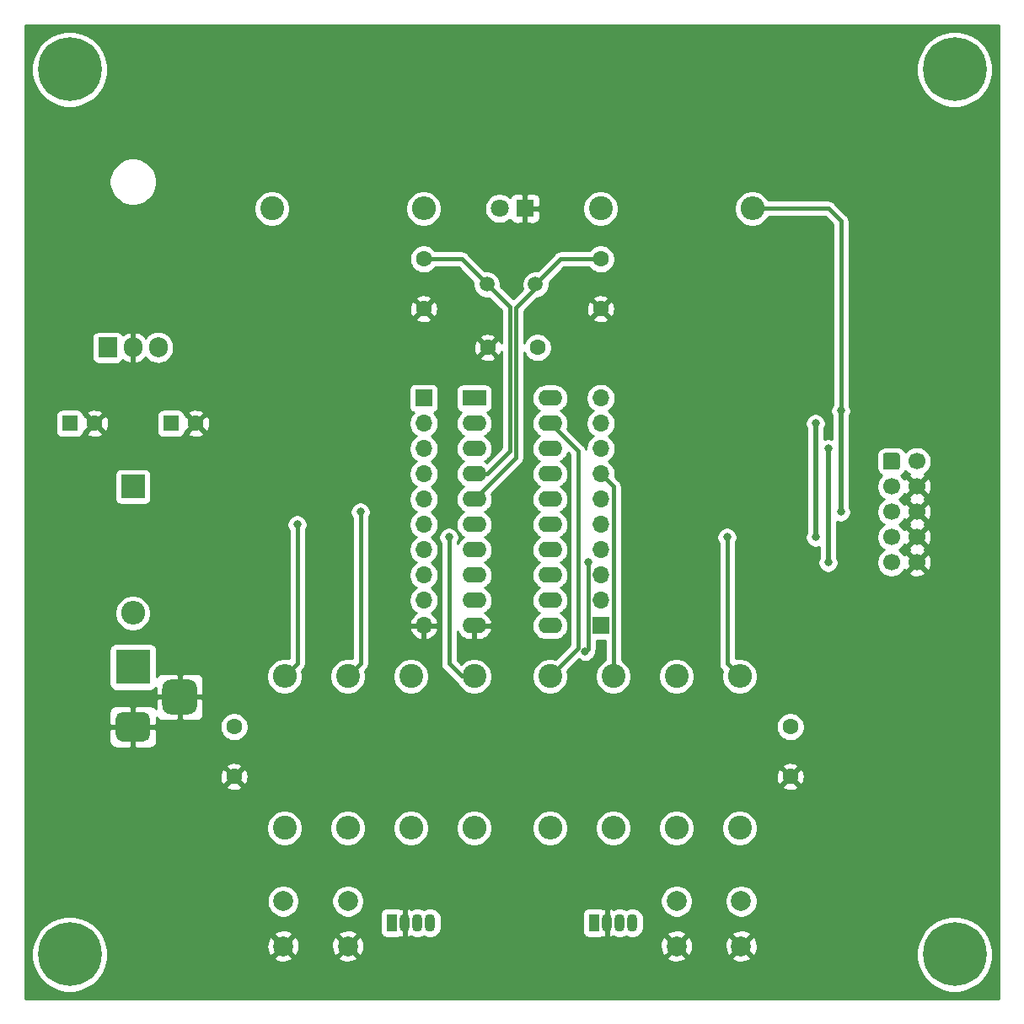
<source format=gbr>
G04 #@! TF.GenerationSoftware,KiCad,Pcbnew,(5.1.8)-1*
G04 #@! TF.CreationDate,2020-12-11T21:41:04+01:00*
G04 #@! TF.ProjectId,at90s1200,61743930-7331-4323-9030-2e6b69636164,rev?*
G04 #@! TF.SameCoordinates,Original*
G04 #@! TF.FileFunction,Copper,L2,Bot*
G04 #@! TF.FilePolarity,Positive*
%FSLAX46Y46*%
G04 Gerber Fmt 4.6, Leading zero omitted, Abs format (unit mm)*
G04 Created by KiCad (PCBNEW (5.1.8)-1) date 2020-12-11 21:41:04*
%MOMM*%
%LPD*%
G01*
G04 APERTURE LIST*
G04 #@! TA.AperFunction,ComponentPad*
%ADD10O,2.400000X2.400000*%
G04 #@! TD*
G04 #@! TA.AperFunction,ComponentPad*
%ADD11C,2.400000*%
G04 #@! TD*
G04 #@! TA.AperFunction,ComponentPad*
%ADD12R,2.400000X2.400000*%
G04 #@! TD*
G04 #@! TA.AperFunction,ComponentPad*
%ADD13C,1.600000*%
G04 #@! TD*
G04 #@! TA.AperFunction,ComponentPad*
%ADD14C,2.000000*%
G04 #@! TD*
G04 #@! TA.AperFunction,ComponentPad*
%ADD15O,1.070000X1.800000*%
G04 #@! TD*
G04 #@! TA.AperFunction,ComponentPad*
%ADD16R,1.070000X1.800000*%
G04 #@! TD*
G04 #@! TA.AperFunction,ComponentPad*
%ADD17C,1.800000*%
G04 #@! TD*
G04 #@! TA.AperFunction,ComponentPad*
%ADD18R,1.800000X1.800000*%
G04 #@! TD*
G04 #@! TA.AperFunction,ComponentPad*
%ADD19O,1.700000X1.700000*%
G04 #@! TD*
G04 #@! TA.AperFunction,ComponentPad*
%ADD20R,1.700000X1.700000*%
G04 #@! TD*
G04 #@! TA.AperFunction,ComponentPad*
%ADD21C,0.800000*%
G04 #@! TD*
G04 #@! TA.AperFunction,ComponentPad*
%ADD22C,6.400000*%
G04 #@! TD*
G04 #@! TA.AperFunction,ComponentPad*
%ADD23R,1.600000X1.600000*%
G04 #@! TD*
G04 #@! TA.AperFunction,ComponentPad*
%ADD24C,1.500000*%
G04 #@! TD*
G04 #@! TA.AperFunction,ComponentPad*
%ADD25O,1.905000X2.000000*%
G04 #@! TD*
G04 #@! TA.AperFunction,ComponentPad*
%ADD26R,1.905000X2.000000*%
G04 #@! TD*
G04 #@! TA.AperFunction,ComponentPad*
%ADD27O,2.400000X1.600000*%
G04 #@! TD*
G04 #@! TA.AperFunction,ComponentPad*
%ADD28R,2.400000X1.600000*%
G04 #@! TD*
G04 #@! TA.AperFunction,ComponentPad*
%ADD29R,3.500000X3.500000*%
G04 #@! TD*
G04 #@! TA.AperFunction,ComponentPad*
%ADD30C,1.700000*%
G04 #@! TD*
G04 #@! TA.AperFunction,ViaPad*
%ADD31C,0.800000*%
G04 #@! TD*
G04 #@! TA.AperFunction,Conductor*
%ADD32C,0.400000*%
G04 #@! TD*
G04 #@! TA.AperFunction,Conductor*
%ADD33C,0.500000*%
G04 #@! TD*
G04 #@! TA.AperFunction,Conductor*
%ADD34C,0.254000*%
G04 #@! TD*
G04 #@! TA.AperFunction,Conductor*
%ADD35C,0.100000*%
G04 #@! TD*
G04 APERTURE END LIST*
D10*
X170180000Y-78740000D03*
D11*
X154940000Y-78740000D03*
D10*
X107950000Y-119380000D03*
D12*
X107950000Y-106680000D03*
D10*
X168910000Y-125730000D03*
D11*
X168910000Y-140970000D03*
D10*
X123190000Y-125730000D03*
D11*
X123190000Y-140970000D03*
D13*
X173990000Y-135810000D03*
X173990000Y-130810000D03*
X118110000Y-135810000D03*
X118110000Y-130810000D03*
D14*
X169060000Y-148336000D03*
X169060000Y-152836000D03*
X162560000Y-148336000D03*
X162560000Y-152836000D03*
X129540000Y-148336000D03*
X129540000Y-152836000D03*
X123040000Y-148336000D03*
X123040000Y-152836000D03*
D10*
X149860000Y-140970000D03*
D11*
X149860000Y-125730000D03*
D10*
X162560000Y-140970000D03*
D11*
X162560000Y-125730000D03*
D10*
X156210000Y-140970000D03*
D11*
X156210000Y-125730000D03*
D15*
X158115000Y-150495000D03*
X156845000Y-150495000D03*
X155575000Y-150495000D03*
D16*
X154305000Y-150495000D03*
D10*
X129540000Y-140970000D03*
D11*
X129540000Y-125730000D03*
D10*
X142240000Y-140970000D03*
D11*
X142240000Y-125730000D03*
D10*
X135890000Y-140970000D03*
D11*
X135890000Y-125730000D03*
D15*
X137795000Y-150495000D03*
X136525000Y-150495000D03*
X135255000Y-150495000D03*
D16*
X133985000Y-150495000D03*
D10*
X137160000Y-78740000D03*
D11*
X121920000Y-78740000D03*
D17*
X144780000Y-78740000D03*
D18*
X147320000Y-78740000D03*
D19*
X154940000Y-97790000D03*
X154940000Y-100330000D03*
X154940000Y-102870000D03*
X154940000Y-105410000D03*
X154940000Y-107950000D03*
X154940000Y-110490000D03*
X154940000Y-113030000D03*
X154940000Y-115570000D03*
X154940000Y-118110000D03*
D20*
X154940000Y-120650000D03*
D19*
X137160000Y-120650000D03*
X137160000Y-118110000D03*
X137160000Y-115570000D03*
X137160000Y-113030000D03*
X137160000Y-110490000D03*
X137160000Y-107950000D03*
X137160000Y-105410000D03*
X137160000Y-102870000D03*
X137160000Y-100330000D03*
D20*
X137160000Y-97790000D03*
D21*
X103297056Y-151972944D03*
X101600000Y-151270000D03*
X99902944Y-151972944D03*
X99200000Y-153670000D03*
X99902944Y-155367056D03*
X101600000Y-156070000D03*
X103297056Y-155367056D03*
X104000000Y-153670000D03*
D22*
X101600000Y-153670000D03*
D21*
X192197056Y-151972944D03*
X190500000Y-151270000D03*
X188802944Y-151972944D03*
X188100000Y-153670000D03*
X188802944Y-155367056D03*
X190500000Y-156070000D03*
X192197056Y-155367056D03*
X192900000Y-153670000D03*
D22*
X190500000Y-153670000D03*
D21*
X192197056Y-63072944D03*
X190500000Y-62370000D03*
X188802944Y-63072944D03*
X188100000Y-64770000D03*
X188802944Y-66467056D03*
X190500000Y-67170000D03*
X192197056Y-66467056D03*
X192900000Y-64770000D03*
D22*
X190500000Y-64770000D03*
D21*
X103297056Y-63072944D03*
X101600000Y-62370000D03*
X99902944Y-63072944D03*
X99200000Y-64770000D03*
X99902944Y-66467056D03*
X101600000Y-67170000D03*
X103297056Y-66467056D03*
X104000000Y-64770000D03*
D22*
X101600000Y-64770000D03*
D13*
X114260000Y-100330000D03*
D23*
X111760000Y-100330000D03*
D13*
X104100000Y-100330000D03*
D23*
X101600000Y-100330000D03*
D24*
X148390000Y-86360000D03*
X143510000Y-86360000D03*
D25*
X110490000Y-92710000D03*
X107950000Y-92710000D03*
D26*
X105410000Y-92710000D03*
D27*
X149860000Y-97790000D03*
X142240000Y-120650000D03*
X149860000Y-100330000D03*
X142240000Y-118110000D03*
X149860000Y-102870000D03*
X142240000Y-115570000D03*
X149860000Y-105410000D03*
X142240000Y-113030000D03*
X149860000Y-107950000D03*
X142240000Y-110490000D03*
X149860000Y-110490000D03*
X142240000Y-107950000D03*
X149860000Y-113030000D03*
X142240000Y-105410000D03*
X149860000Y-115570000D03*
X142240000Y-102870000D03*
X149860000Y-118110000D03*
X142240000Y-100330000D03*
X149860000Y-120650000D03*
D28*
X142240000Y-97790000D03*
G04 #@! TA.AperFunction,ComponentPad*
G36*
G01*
X113525000Y-129560000D02*
X111775000Y-129560000D01*
G75*
G02*
X110900000Y-128685000I0J875000D01*
G01*
X110900000Y-126935000D01*
G75*
G02*
X111775000Y-126060000I875000J0D01*
G01*
X113525000Y-126060000D01*
G75*
G02*
X114400000Y-126935000I0J-875000D01*
G01*
X114400000Y-128685000D01*
G75*
G02*
X113525000Y-129560000I-875000J0D01*
G01*
G37*
G04 #@! TD.AperFunction*
G04 #@! TA.AperFunction,ComponentPad*
G36*
G01*
X108950000Y-132310000D02*
X106950000Y-132310000D01*
G75*
G02*
X106200000Y-131560000I0J750000D01*
G01*
X106200000Y-130060000D01*
G75*
G02*
X106950000Y-129310000I750000J0D01*
G01*
X108950000Y-129310000D01*
G75*
G02*
X109700000Y-130060000I0J-750000D01*
G01*
X109700000Y-131560000D01*
G75*
G02*
X108950000Y-132310000I-750000J0D01*
G01*
G37*
G04 #@! TD.AperFunction*
D29*
X107950000Y-124810000D03*
D30*
X186690000Y-114300000D03*
X186690000Y-111760000D03*
X186690000Y-109220000D03*
X186690000Y-106680000D03*
X186690000Y-104140000D03*
X184150000Y-114300000D03*
X184150000Y-111760000D03*
X184150000Y-109220000D03*
X184150000Y-106680000D03*
G04 #@! TA.AperFunction,ComponentPad*
G36*
G01*
X183300000Y-104740000D02*
X183300000Y-103540000D01*
G75*
G02*
X183550000Y-103290000I250000J0D01*
G01*
X184750000Y-103290000D01*
G75*
G02*
X185000000Y-103540000I0J-250000D01*
G01*
X185000000Y-104740000D01*
G75*
G02*
X184750000Y-104990000I-250000J0D01*
G01*
X183550000Y-104990000D01*
G75*
G02*
X183300000Y-104740000I0J250000D01*
G01*
G37*
G04 #@! TD.AperFunction*
D13*
X143590000Y-92710000D03*
X148590000Y-92710000D03*
X154940000Y-88820000D03*
X154940000Y-83820000D03*
X137160000Y-88820000D03*
X137160000Y-83820000D03*
D31*
X177800000Y-102870000D03*
X177800000Y-114300000D03*
X176530000Y-100330000D03*
X176530000Y-111760000D03*
X179070000Y-99060000D03*
X179070000Y-109220000D03*
X167640000Y-111760000D03*
X124460000Y-110490000D03*
X130810000Y-109220000D03*
X139700000Y-111760000D03*
X153670000Y-114300000D03*
X153392190Y-123244371D03*
D32*
X140970000Y-83820000D02*
X143510000Y-86360000D01*
X137160000Y-83820000D02*
X140970000Y-83820000D01*
X150930000Y-83820000D02*
X148390000Y-86360000D01*
X154940000Y-83820000D02*
X150930000Y-83820000D01*
D33*
X177800000Y-102870000D02*
X177800000Y-114300000D01*
X176530000Y-100330000D02*
X176530000Y-111760000D01*
D32*
X152654000Y-122936000D02*
X152654000Y-103124000D01*
X149860000Y-125730000D02*
X152654000Y-122936000D01*
X152654000Y-103124000D02*
X149860000Y-100330000D01*
D33*
X179070000Y-99060000D02*
X179070000Y-109220000D01*
D32*
X179070000Y-80010000D02*
X179070000Y-99060000D01*
X177800000Y-78740000D02*
X179070000Y-80010000D01*
X170180000Y-78740000D02*
X177800000Y-78740000D01*
X156210000Y-106680000D02*
X154940000Y-105410000D01*
X156210000Y-125730000D02*
X156210000Y-106680000D01*
X145796000Y-103124000D02*
X143510000Y-105410000D01*
X143510000Y-86360000D02*
X145796000Y-88646000D01*
X143510000Y-105410000D02*
X142240000Y-105410000D01*
X145796000Y-88646000D02*
X145796000Y-103124000D01*
X146396011Y-103793989D02*
X142240000Y-107950000D01*
X146396011Y-88707989D02*
X146396011Y-103793989D01*
X148390000Y-86714000D02*
X146396011Y-88707989D01*
X148390000Y-86360000D02*
X148390000Y-86714000D01*
X167640000Y-124460000D02*
X168910000Y-125730000D01*
X167640000Y-111760000D02*
X167640000Y-124460000D01*
X124460000Y-124460000D02*
X123190000Y-125730000D01*
X124460000Y-110490000D02*
X124460000Y-124460000D01*
X130810000Y-124460000D02*
X129540000Y-125730000D01*
X130810000Y-109220000D02*
X130810000Y-124460000D01*
X140970000Y-125730000D02*
X142240000Y-125730000D01*
X139700000Y-124460000D02*
X140970000Y-125730000D01*
X139700000Y-111760000D02*
X139700000Y-124460000D01*
X153670000Y-114300000D02*
X153670000Y-122966561D01*
X153670000Y-122966561D02*
X153392190Y-123244371D01*
D34*
X194920001Y-158090000D02*
X97180000Y-158090000D01*
X97180000Y-153292285D01*
X97765000Y-153292285D01*
X97765000Y-154047715D01*
X97912377Y-154788628D01*
X98201467Y-155486554D01*
X98621161Y-156114670D01*
X99155330Y-156648839D01*
X99783446Y-157068533D01*
X100481372Y-157357623D01*
X101222285Y-157505000D01*
X101977715Y-157505000D01*
X102718628Y-157357623D01*
X103416554Y-157068533D01*
X104044670Y-156648839D01*
X104578839Y-156114670D01*
X104998533Y-155486554D01*
X105287623Y-154788628D01*
X105435000Y-154047715D01*
X105435000Y-153971413D01*
X122084192Y-153971413D01*
X122179956Y-154235814D01*
X122469571Y-154376704D01*
X122781108Y-154458384D01*
X123102595Y-154477718D01*
X123421675Y-154433961D01*
X123726088Y-154328795D01*
X123900044Y-154235814D01*
X123995808Y-153971413D01*
X128584192Y-153971413D01*
X128679956Y-154235814D01*
X128969571Y-154376704D01*
X129281108Y-154458384D01*
X129602595Y-154477718D01*
X129921675Y-154433961D01*
X130226088Y-154328795D01*
X130400044Y-154235814D01*
X130495808Y-153971413D01*
X161604192Y-153971413D01*
X161699956Y-154235814D01*
X161989571Y-154376704D01*
X162301108Y-154458384D01*
X162622595Y-154477718D01*
X162941675Y-154433961D01*
X163246088Y-154328795D01*
X163420044Y-154235814D01*
X163515808Y-153971413D01*
X168104192Y-153971413D01*
X168199956Y-154235814D01*
X168489571Y-154376704D01*
X168801108Y-154458384D01*
X169122595Y-154477718D01*
X169441675Y-154433961D01*
X169746088Y-154328795D01*
X169920044Y-154235814D01*
X170015808Y-153971413D01*
X169060000Y-153015605D01*
X168104192Y-153971413D01*
X163515808Y-153971413D01*
X162560000Y-153015605D01*
X161604192Y-153971413D01*
X130495808Y-153971413D01*
X129540000Y-153015605D01*
X128584192Y-153971413D01*
X123995808Y-153971413D01*
X123040000Y-153015605D01*
X122084192Y-153971413D01*
X105435000Y-153971413D01*
X105435000Y-153292285D01*
X105356691Y-152898595D01*
X121398282Y-152898595D01*
X121442039Y-153217675D01*
X121547205Y-153522088D01*
X121640186Y-153696044D01*
X121904587Y-153791808D01*
X122860395Y-152836000D01*
X123219605Y-152836000D01*
X124175413Y-153791808D01*
X124439814Y-153696044D01*
X124580704Y-153406429D01*
X124662384Y-153094892D01*
X124674189Y-152898595D01*
X127898282Y-152898595D01*
X127942039Y-153217675D01*
X128047205Y-153522088D01*
X128140186Y-153696044D01*
X128404587Y-153791808D01*
X129360395Y-152836000D01*
X129719605Y-152836000D01*
X130675413Y-153791808D01*
X130939814Y-153696044D01*
X131080704Y-153406429D01*
X131162384Y-153094892D01*
X131174189Y-152898595D01*
X160918282Y-152898595D01*
X160962039Y-153217675D01*
X161067205Y-153522088D01*
X161160186Y-153696044D01*
X161424587Y-153791808D01*
X162380395Y-152836000D01*
X162739605Y-152836000D01*
X163695413Y-153791808D01*
X163959814Y-153696044D01*
X164100704Y-153406429D01*
X164182384Y-153094892D01*
X164194189Y-152898595D01*
X167418282Y-152898595D01*
X167462039Y-153217675D01*
X167567205Y-153522088D01*
X167660186Y-153696044D01*
X167924587Y-153791808D01*
X168880395Y-152836000D01*
X169239605Y-152836000D01*
X170195413Y-153791808D01*
X170459814Y-153696044D01*
X170600704Y-153406429D01*
X170630630Y-153292285D01*
X186665000Y-153292285D01*
X186665000Y-154047715D01*
X186812377Y-154788628D01*
X187101467Y-155486554D01*
X187521161Y-156114670D01*
X188055330Y-156648839D01*
X188683446Y-157068533D01*
X189381372Y-157357623D01*
X190122285Y-157505000D01*
X190877715Y-157505000D01*
X191618628Y-157357623D01*
X192316554Y-157068533D01*
X192944670Y-156648839D01*
X193478839Y-156114670D01*
X193898533Y-155486554D01*
X194187623Y-154788628D01*
X194335000Y-154047715D01*
X194335000Y-153292285D01*
X194187623Y-152551372D01*
X193898533Y-151853446D01*
X193478839Y-151225330D01*
X192944670Y-150691161D01*
X192316554Y-150271467D01*
X191618628Y-149982377D01*
X190877715Y-149835000D01*
X190122285Y-149835000D01*
X189381372Y-149982377D01*
X188683446Y-150271467D01*
X188055330Y-150691161D01*
X187521161Y-151225330D01*
X187101467Y-151853446D01*
X186812377Y-152551372D01*
X186665000Y-153292285D01*
X170630630Y-153292285D01*
X170682384Y-153094892D01*
X170701718Y-152773405D01*
X170657961Y-152454325D01*
X170552795Y-152149912D01*
X170459814Y-151975956D01*
X170195413Y-151880192D01*
X169239605Y-152836000D01*
X168880395Y-152836000D01*
X167924587Y-151880192D01*
X167660186Y-151975956D01*
X167519296Y-152265571D01*
X167437616Y-152577108D01*
X167418282Y-152898595D01*
X164194189Y-152898595D01*
X164201718Y-152773405D01*
X164157961Y-152454325D01*
X164052795Y-152149912D01*
X163959814Y-151975956D01*
X163695413Y-151880192D01*
X162739605Y-152836000D01*
X162380395Y-152836000D01*
X161424587Y-151880192D01*
X161160186Y-151975956D01*
X161019296Y-152265571D01*
X160937616Y-152577108D01*
X160918282Y-152898595D01*
X131174189Y-152898595D01*
X131181718Y-152773405D01*
X131137961Y-152454325D01*
X131032795Y-152149912D01*
X130939814Y-151975956D01*
X130675413Y-151880192D01*
X129719605Y-152836000D01*
X129360395Y-152836000D01*
X128404587Y-151880192D01*
X128140186Y-151975956D01*
X127999296Y-152265571D01*
X127917616Y-152577108D01*
X127898282Y-152898595D01*
X124674189Y-152898595D01*
X124681718Y-152773405D01*
X124637961Y-152454325D01*
X124532795Y-152149912D01*
X124439814Y-151975956D01*
X124175413Y-151880192D01*
X123219605Y-152836000D01*
X122860395Y-152836000D01*
X121904587Y-151880192D01*
X121640186Y-151975956D01*
X121499296Y-152265571D01*
X121417616Y-152577108D01*
X121398282Y-152898595D01*
X105356691Y-152898595D01*
X105287623Y-152551372D01*
X104998533Y-151853446D01*
X104896396Y-151700587D01*
X122084192Y-151700587D01*
X123040000Y-152656395D01*
X123995808Y-151700587D01*
X128584192Y-151700587D01*
X129540000Y-152656395D01*
X130495808Y-151700587D01*
X130400044Y-151436186D01*
X130110429Y-151295296D01*
X129798892Y-151213616D01*
X129477405Y-151194282D01*
X129158325Y-151238039D01*
X128853912Y-151343205D01*
X128679956Y-151436186D01*
X128584192Y-151700587D01*
X123995808Y-151700587D01*
X123900044Y-151436186D01*
X123610429Y-151295296D01*
X123298892Y-151213616D01*
X122977405Y-151194282D01*
X122658325Y-151238039D01*
X122353912Y-151343205D01*
X122179956Y-151436186D01*
X122084192Y-151700587D01*
X104896396Y-151700587D01*
X104578839Y-151225330D01*
X104044670Y-150691161D01*
X103416554Y-150271467D01*
X102718628Y-149982377D01*
X101977715Y-149835000D01*
X101222285Y-149835000D01*
X100481372Y-149982377D01*
X99783446Y-150271467D01*
X99155330Y-150691161D01*
X98621161Y-151225330D01*
X98201467Y-151853446D01*
X97912377Y-152551372D01*
X97765000Y-153292285D01*
X97180000Y-153292285D01*
X97180000Y-148174967D01*
X121405000Y-148174967D01*
X121405000Y-148497033D01*
X121467832Y-148812912D01*
X121591082Y-149110463D01*
X121770013Y-149378252D01*
X121997748Y-149605987D01*
X122265537Y-149784918D01*
X122563088Y-149908168D01*
X122878967Y-149971000D01*
X123201033Y-149971000D01*
X123516912Y-149908168D01*
X123814463Y-149784918D01*
X124082252Y-149605987D01*
X124309987Y-149378252D01*
X124488918Y-149110463D01*
X124612168Y-148812912D01*
X124675000Y-148497033D01*
X124675000Y-148174967D01*
X127905000Y-148174967D01*
X127905000Y-148497033D01*
X127967832Y-148812912D01*
X128091082Y-149110463D01*
X128270013Y-149378252D01*
X128497748Y-149605987D01*
X128765537Y-149784918D01*
X129063088Y-149908168D01*
X129378967Y-149971000D01*
X129701033Y-149971000D01*
X130016912Y-149908168D01*
X130314463Y-149784918D01*
X130582252Y-149605987D01*
X130593239Y-149595000D01*
X132811928Y-149595000D01*
X132811928Y-151395000D01*
X132824188Y-151519482D01*
X132860498Y-151639180D01*
X132919463Y-151749494D01*
X132998815Y-151846185D01*
X133095506Y-151925537D01*
X133205820Y-151984502D01*
X133325518Y-152020812D01*
X133450000Y-152033072D01*
X134520000Y-152033072D01*
X134644482Y-152020812D01*
X134764180Y-151984502D01*
X134833190Y-151947615D01*
X134947617Y-151988900D01*
X135128000Y-151863244D01*
X135128000Y-151578200D01*
X135145812Y-151519482D01*
X135158072Y-151395000D01*
X135158072Y-150072524D01*
X135355000Y-150072524D01*
X135355000Y-150917477D01*
X135371929Y-151089360D01*
X135382000Y-151122560D01*
X135382000Y-151863244D01*
X135562383Y-151988900D01*
X135799421Y-151903377D01*
X135887404Y-151845846D01*
X136075095Y-151946169D01*
X136295641Y-152013071D01*
X136525000Y-152035661D01*
X136754360Y-152013071D01*
X136974906Y-151946169D01*
X137160001Y-151847234D01*
X137345095Y-151946169D01*
X137565641Y-152013071D01*
X137795000Y-152035661D01*
X138024360Y-152013071D01*
X138244906Y-151946169D01*
X138448162Y-151837526D01*
X138626318Y-151691318D01*
X138772526Y-151513162D01*
X138881169Y-151309906D01*
X138948071Y-151089359D01*
X138965000Y-150917476D01*
X138965000Y-150072523D01*
X138948071Y-149900640D01*
X138881169Y-149680094D01*
X138835686Y-149595000D01*
X153131928Y-149595000D01*
X153131928Y-151395000D01*
X153144188Y-151519482D01*
X153180498Y-151639180D01*
X153239463Y-151749494D01*
X153318815Y-151846185D01*
X153415506Y-151925537D01*
X153525820Y-151984502D01*
X153645518Y-152020812D01*
X153770000Y-152033072D01*
X154840000Y-152033072D01*
X154964482Y-152020812D01*
X155084180Y-151984502D01*
X155153190Y-151947615D01*
X155267617Y-151988900D01*
X155448000Y-151863244D01*
X155448000Y-151578200D01*
X155465812Y-151519482D01*
X155478072Y-151395000D01*
X155478072Y-150072524D01*
X155675000Y-150072524D01*
X155675000Y-150917477D01*
X155691929Y-151089360D01*
X155702000Y-151122560D01*
X155702000Y-151863244D01*
X155882383Y-151988900D01*
X156119421Y-151903377D01*
X156207404Y-151845846D01*
X156395095Y-151946169D01*
X156615641Y-152013071D01*
X156845000Y-152035661D01*
X157074360Y-152013071D01*
X157294906Y-151946169D01*
X157480001Y-151847234D01*
X157665095Y-151946169D01*
X157885641Y-152013071D01*
X158115000Y-152035661D01*
X158344360Y-152013071D01*
X158564906Y-151946169D01*
X158768162Y-151837526D01*
X158935023Y-151700587D01*
X161604192Y-151700587D01*
X162560000Y-152656395D01*
X163515808Y-151700587D01*
X168104192Y-151700587D01*
X169060000Y-152656395D01*
X170015808Y-151700587D01*
X169920044Y-151436186D01*
X169630429Y-151295296D01*
X169318892Y-151213616D01*
X168997405Y-151194282D01*
X168678325Y-151238039D01*
X168373912Y-151343205D01*
X168199956Y-151436186D01*
X168104192Y-151700587D01*
X163515808Y-151700587D01*
X163420044Y-151436186D01*
X163130429Y-151295296D01*
X162818892Y-151213616D01*
X162497405Y-151194282D01*
X162178325Y-151238039D01*
X161873912Y-151343205D01*
X161699956Y-151436186D01*
X161604192Y-151700587D01*
X158935023Y-151700587D01*
X158946318Y-151691318D01*
X159092526Y-151513162D01*
X159201169Y-151309906D01*
X159268071Y-151089359D01*
X159285000Y-150917476D01*
X159285000Y-150072523D01*
X159268071Y-149900640D01*
X159201169Y-149680094D01*
X159092526Y-149476838D01*
X158946318Y-149298682D01*
X158768161Y-149152474D01*
X158564905Y-149043831D01*
X158344359Y-148976929D01*
X158115000Y-148954339D01*
X157885640Y-148976929D01*
X157665094Y-149043831D01*
X157480000Y-149142766D01*
X157294905Y-149043831D01*
X157074359Y-148976929D01*
X156845000Y-148954339D01*
X156615640Y-148976929D01*
X156395094Y-149043831D01*
X156207404Y-149144154D01*
X156119421Y-149086623D01*
X155882383Y-149001100D01*
X155702000Y-149126756D01*
X155702000Y-149867441D01*
X155691929Y-149900641D01*
X155675000Y-150072524D01*
X155478072Y-150072524D01*
X155478072Y-149595000D01*
X155465812Y-149470518D01*
X155448000Y-149411800D01*
X155448000Y-149126756D01*
X155267617Y-149001100D01*
X155153190Y-149042385D01*
X155084180Y-149005498D01*
X154964482Y-148969188D01*
X154840000Y-148956928D01*
X153770000Y-148956928D01*
X153645518Y-148969188D01*
X153525820Y-149005498D01*
X153415506Y-149064463D01*
X153318815Y-149143815D01*
X153239463Y-149240506D01*
X153180498Y-149350820D01*
X153144188Y-149470518D01*
X153131928Y-149595000D01*
X138835686Y-149595000D01*
X138772526Y-149476838D01*
X138626318Y-149298682D01*
X138448161Y-149152474D01*
X138244905Y-149043831D01*
X138024359Y-148976929D01*
X137795000Y-148954339D01*
X137565640Y-148976929D01*
X137345094Y-149043831D01*
X137160000Y-149142766D01*
X136974905Y-149043831D01*
X136754359Y-148976929D01*
X136525000Y-148954339D01*
X136295640Y-148976929D01*
X136075094Y-149043831D01*
X135887404Y-149144154D01*
X135799421Y-149086623D01*
X135562383Y-149001100D01*
X135382000Y-149126756D01*
X135382000Y-149867441D01*
X135371929Y-149900641D01*
X135355000Y-150072524D01*
X135158072Y-150072524D01*
X135158072Y-149595000D01*
X135145812Y-149470518D01*
X135128000Y-149411800D01*
X135128000Y-149126756D01*
X134947617Y-149001100D01*
X134833190Y-149042385D01*
X134764180Y-149005498D01*
X134644482Y-148969188D01*
X134520000Y-148956928D01*
X133450000Y-148956928D01*
X133325518Y-148969188D01*
X133205820Y-149005498D01*
X133095506Y-149064463D01*
X132998815Y-149143815D01*
X132919463Y-149240506D01*
X132860498Y-149350820D01*
X132824188Y-149470518D01*
X132811928Y-149595000D01*
X130593239Y-149595000D01*
X130809987Y-149378252D01*
X130988918Y-149110463D01*
X131112168Y-148812912D01*
X131175000Y-148497033D01*
X131175000Y-148174967D01*
X160925000Y-148174967D01*
X160925000Y-148497033D01*
X160987832Y-148812912D01*
X161111082Y-149110463D01*
X161290013Y-149378252D01*
X161517748Y-149605987D01*
X161785537Y-149784918D01*
X162083088Y-149908168D01*
X162398967Y-149971000D01*
X162721033Y-149971000D01*
X163036912Y-149908168D01*
X163334463Y-149784918D01*
X163602252Y-149605987D01*
X163829987Y-149378252D01*
X164008918Y-149110463D01*
X164132168Y-148812912D01*
X164195000Y-148497033D01*
X164195000Y-148174967D01*
X167425000Y-148174967D01*
X167425000Y-148497033D01*
X167487832Y-148812912D01*
X167611082Y-149110463D01*
X167790013Y-149378252D01*
X168017748Y-149605987D01*
X168285537Y-149784918D01*
X168583088Y-149908168D01*
X168898967Y-149971000D01*
X169221033Y-149971000D01*
X169536912Y-149908168D01*
X169834463Y-149784918D01*
X170102252Y-149605987D01*
X170329987Y-149378252D01*
X170508918Y-149110463D01*
X170632168Y-148812912D01*
X170695000Y-148497033D01*
X170695000Y-148174967D01*
X170632168Y-147859088D01*
X170508918Y-147561537D01*
X170329987Y-147293748D01*
X170102252Y-147066013D01*
X169834463Y-146887082D01*
X169536912Y-146763832D01*
X169221033Y-146701000D01*
X168898967Y-146701000D01*
X168583088Y-146763832D01*
X168285537Y-146887082D01*
X168017748Y-147066013D01*
X167790013Y-147293748D01*
X167611082Y-147561537D01*
X167487832Y-147859088D01*
X167425000Y-148174967D01*
X164195000Y-148174967D01*
X164132168Y-147859088D01*
X164008918Y-147561537D01*
X163829987Y-147293748D01*
X163602252Y-147066013D01*
X163334463Y-146887082D01*
X163036912Y-146763832D01*
X162721033Y-146701000D01*
X162398967Y-146701000D01*
X162083088Y-146763832D01*
X161785537Y-146887082D01*
X161517748Y-147066013D01*
X161290013Y-147293748D01*
X161111082Y-147561537D01*
X160987832Y-147859088D01*
X160925000Y-148174967D01*
X131175000Y-148174967D01*
X131112168Y-147859088D01*
X130988918Y-147561537D01*
X130809987Y-147293748D01*
X130582252Y-147066013D01*
X130314463Y-146887082D01*
X130016912Y-146763832D01*
X129701033Y-146701000D01*
X129378967Y-146701000D01*
X129063088Y-146763832D01*
X128765537Y-146887082D01*
X128497748Y-147066013D01*
X128270013Y-147293748D01*
X128091082Y-147561537D01*
X127967832Y-147859088D01*
X127905000Y-148174967D01*
X124675000Y-148174967D01*
X124612168Y-147859088D01*
X124488918Y-147561537D01*
X124309987Y-147293748D01*
X124082252Y-147066013D01*
X123814463Y-146887082D01*
X123516912Y-146763832D01*
X123201033Y-146701000D01*
X122878967Y-146701000D01*
X122563088Y-146763832D01*
X122265537Y-146887082D01*
X121997748Y-147066013D01*
X121770013Y-147293748D01*
X121591082Y-147561537D01*
X121467832Y-147859088D01*
X121405000Y-148174967D01*
X97180000Y-148174967D01*
X97180000Y-140789268D01*
X121355000Y-140789268D01*
X121355000Y-141150732D01*
X121425518Y-141505250D01*
X121563844Y-141839199D01*
X121764662Y-142139744D01*
X122020256Y-142395338D01*
X122320801Y-142596156D01*
X122654750Y-142734482D01*
X123009268Y-142805000D01*
X123370732Y-142805000D01*
X123725250Y-142734482D01*
X124059199Y-142596156D01*
X124359744Y-142395338D01*
X124615338Y-142139744D01*
X124816156Y-141839199D01*
X124954482Y-141505250D01*
X125025000Y-141150732D01*
X125025000Y-140789268D01*
X127705000Y-140789268D01*
X127705000Y-141150732D01*
X127775518Y-141505250D01*
X127913844Y-141839199D01*
X128114662Y-142139744D01*
X128370256Y-142395338D01*
X128670801Y-142596156D01*
X129004750Y-142734482D01*
X129359268Y-142805000D01*
X129720732Y-142805000D01*
X130075250Y-142734482D01*
X130409199Y-142596156D01*
X130709744Y-142395338D01*
X130965338Y-142139744D01*
X131166156Y-141839199D01*
X131304482Y-141505250D01*
X131375000Y-141150732D01*
X131375000Y-140789268D01*
X134055000Y-140789268D01*
X134055000Y-141150732D01*
X134125518Y-141505250D01*
X134263844Y-141839199D01*
X134464662Y-142139744D01*
X134720256Y-142395338D01*
X135020801Y-142596156D01*
X135354750Y-142734482D01*
X135709268Y-142805000D01*
X136070732Y-142805000D01*
X136425250Y-142734482D01*
X136759199Y-142596156D01*
X137059744Y-142395338D01*
X137315338Y-142139744D01*
X137516156Y-141839199D01*
X137654482Y-141505250D01*
X137725000Y-141150732D01*
X137725000Y-140789268D01*
X140405000Y-140789268D01*
X140405000Y-141150732D01*
X140475518Y-141505250D01*
X140613844Y-141839199D01*
X140814662Y-142139744D01*
X141070256Y-142395338D01*
X141370801Y-142596156D01*
X141704750Y-142734482D01*
X142059268Y-142805000D01*
X142420732Y-142805000D01*
X142775250Y-142734482D01*
X143109199Y-142596156D01*
X143409744Y-142395338D01*
X143665338Y-142139744D01*
X143866156Y-141839199D01*
X144004482Y-141505250D01*
X144075000Y-141150732D01*
X144075000Y-140789268D01*
X148025000Y-140789268D01*
X148025000Y-141150732D01*
X148095518Y-141505250D01*
X148233844Y-141839199D01*
X148434662Y-142139744D01*
X148690256Y-142395338D01*
X148990801Y-142596156D01*
X149324750Y-142734482D01*
X149679268Y-142805000D01*
X150040732Y-142805000D01*
X150395250Y-142734482D01*
X150729199Y-142596156D01*
X151029744Y-142395338D01*
X151285338Y-142139744D01*
X151486156Y-141839199D01*
X151624482Y-141505250D01*
X151695000Y-141150732D01*
X151695000Y-140789268D01*
X154375000Y-140789268D01*
X154375000Y-141150732D01*
X154445518Y-141505250D01*
X154583844Y-141839199D01*
X154784662Y-142139744D01*
X155040256Y-142395338D01*
X155340801Y-142596156D01*
X155674750Y-142734482D01*
X156029268Y-142805000D01*
X156390732Y-142805000D01*
X156745250Y-142734482D01*
X157079199Y-142596156D01*
X157379744Y-142395338D01*
X157635338Y-142139744D01*
X157836156Y-141839199D01*
X157974482Y-141505250D01*
X158045000Y-141150732D01*
X158045000Y-140789268D01*
X160725000Y-140789268D01*
X160725000Y-141150732D01*
X160795518Y-141505250D01*
X160933844Y-141839199D01*
X161134662Y-142139744D01*
X161390256Y-142395338D01*
X161690801Y-142596156D01*
X162024750Y-142734482D01*
X162379268Y-142805000D01*
X162740732Y-142805000D01*
X163095250Y-142734482D01*
X163429199Y-142596156D01*
X163729744Y-142395338D01*
X163985338Y-142139744D01*
X164186156Y-141839199D01*
X164324482Y-141505250D01*
X164395000Y-141150732D01*
X164395000Y-140789268D01*
X167075000Y-140789268D01*
X167075000Y-141150732D01*
X167145518Y-141505250D01*
X167283844Y-141839199D01*
X167484662Y-142139744D01*
X167740256Y-142395338D01*
X168040801Y-142596156D01*
X168374750Y-142734482D01*
X168729268Y-142805000D01*
X169090732Y-142805000D01*
X169445250Y-142734482D01*
X169779199Y-142596156D01*
X170079744Y-142395338D01*
X170335338Y-142139744D01*
X170536156Y-141839199D01*
X170674482Y-141505250D01*
X170745000Y-141150732D01*
X170745000Y-140789268D01*
X170674482Y-140434750D01*
X170536156Y-140100801D01*
X170335338Y-139800256D01*
X170079744Y-139544662D01*
X169779199Y-139343844D01*
X169445250Y-139205518D01*
X169090732Y-139135000D01*
X168729268Y-139135000D01*
X168374750Y-139205518D01*
X168040801Y-139343844D01*
X167740256Y-139544662D01*
X167484662Y-139800256D01*
X167283844Y-140100801D01*
X167145518Y-140434750D01*
X167075000Y-140789268D01*
X164395000Y-140789268D01*
X164324482Y-140434750D01*
X164186156Y-140100801D01*
X163985338Y-139800256D01*
X163729744Y-139544662D01*
X163429199Y-139343844D01*
X163095250Y-139205518D01*
X162740732Y-139135000D01*
X162379268Y-139135000D01*
X162024750Y-139205518D01*
X161690801Y-139343844D01*
X161390256Y-139544662D01*
X161134662Y-139800256D01*
X160933844Y-140100801D01*
X160795518Y-140434750D01*
X160725000Y-140789268D01*
X158045000Y-140789268D01*
X157974482Y-140434750D01*
X157836156Y-140100801D01*
X157635338Y-139800256D01*
X157379744Y-139544662D01*
X157079199Y-139343844D01*
X156745250Y-139205518D01*
X156390732Y-139135000D01*
X156029268Y-139135000D01*
X155674750Y-139205518D01*
X155340801Y-139343844D01*
X155040256Y-139544662D01*
X154784662Y-139800256D01*
X154583844Y-140100801D01*
X154445518Y-140434750D01*
X154375000Y-140789268D01*
X151695000Y-140789268D01*
X151624482Y-140434750D01*
X151486156Y-140100801D01*
X151285338Y-139800256D01*
X151029744Y-139544662D01*
X150729199Y-139343844D01*
X150395250Y-139205518D01*
X150040732Y-139135000D01*
X149679268Y-139135000D01*
X149324750Y-139205518D01*
X148990801Y-139343844D01*
X148690256Y-139544662D01*
X148434662Y-139800256D01*
X148233844Y-140100801D01*
X148095518Y-140434750D01*
X148025000Y-140789268D01*
X144075000Y-140789268D01*
X144004482Y-140434750D01*
X143866156Y-140100801D01*
X143665338Y-139800256D01*
X143409744Y-139544662D01*
X143109199Y-139343844D01*
X142775250Y-139205518D01*
X142420732Y-139135000D01*
X142059268Y-139135000D01*
X141704750Y-139205518D01*
X141370801Y-139343844D01*
X141070256Y-139544662D01*
X140814662Y-139800256D01*
X140613844Y-140100801D01*
X140475518Y-140434750D01*
X140405000Y-140789268D01*
X137725000Y-140789268D01*
X137654482Y-140434750D01*
X137516156Y-140100801D01*
X137315338Y-139800256D01*
X137059744Y-139544662D01*
X136759199Y-139343844D01*
X136425250Y-139205518D01*
X136070732Y-139135000D01*
X135709268Y-139135000D01*
X135354750Y-139205518D01*
X135020801Y-139343844D01*
X134720256Y-139544662D01*
X134464662Y-139800256D01*
X134263844Y-140100801D01*
X134125518Y-140434750D01*
X134055000Y-140789268D01*
X131375000Y-140789268D01*
X131304482Y-140434750D01*
X131166156Y-140100801D01*
X130965338Y-139800256D01*
X130709744Y-139544662D01*
X130409199Y-139343844D01*
X130075250Y-139205518D01*
X129720732Y-139135000D01*
X129359268Y-139135000D01*
X129004750Y-139205518D01*
X128670801Y-139343844D01*
X128370256Y-139544662D01*
X128114662Y-139800256D01*
X127913844Y-140100801D01*
X127775518Y-140434750D01*
X127705000Y-140789268D01*
X125025000Y-140789268D01*
X124954482Y-140434750D01*
X124816156Y-140100801D01*
X124615338Y-139800256D01*
X124359744Y-139544662D01*
X124059199Y-139343844D01*
X123725250Y-139205518D01*
X123370732Y-139135000D01*
X123009268Y-139135000D01*
X122654750Y-139205518D01*
X122320801Y-139343844D01*
X122020256Y-139544662D01*
X121764662Y-139800256D01*
X121563844Y-140100801D01*
X121425518Y-140434750D01*
X121355000Y-140789268D01*
X97180000Y-140789268D01*
X97180000Y-136802702D01*
X117296903Y-136802702D01*
X117368486Y-137046671D01*
X117623996Y-137167571D01*
X117898184Y-137236300D01*
X118180512Y-137250217D01*
X118460130Y-137208787D01*
X118726292Y-137113603D01*
X118851514Y-137046671D01*
X118923097Y-136802702D01*
X173176903Y-136802702D01*
X173248486Y-137046671D01*
X173503996Y-137167571D01*
X173778184Y-137236300D01*
X174060512Y-137250217D01*
X174340130Y-137208787D01*
X174606292Y-137113603D01*
X174731514Y-137046671D01*
X174803097Y-136802702D01*
X173990000Y-135989605D01*
X173176903Y-136802702D01*
X118923097Y-136802702D01*
X118110000Y-135989605D01*
X117296903Y-136802702D01*
X97180000Y-136802702D01*
X97180000Y-135880512D01*
X116669783Y-135880512D01*
X116711213Y-136160130D01*
X116806397Y-136426292D01*
X116873329Y-136551514D01*
X117117298Y-136623097D01*
X117930395Y-135810000D01*
X118289605Y-135810000D01*
X119102702Y-136623097D01*
X119346671Y-136551514D01*
X119467571Y-136296004D01*
X119536300Y-136021816D01*
X119543265Y-135880512D01*
X172549783Y-135880512D01*
X172591213Y-136160130D01*
X172686397Y-136426292D01*
X172753329Y-136551514D01*
X172997298Y-136623097D01*
X173810395Y-135810000D01*
X174169605Y-135810000D01*
X174982702Y-136623097D01*
X175226671Y-136551514D01*
X175347571Y-136296004D01*
X175416300Y-136021816D01*
X175430217Y-135739488D01*
X175388787Y-135459870D01*
X175293603Y-135193708D01*
X175226671Y-135068486D01*
X174982702Y-134996903D01*
X174169605Y-135810000D01*
X173810395Y-135810000D01*
X172997298Y-134996903D01*
X172753329Y-135068486D01*
X172632429Y-135323996D01*
X172563700Y-135598184D01*
X172549783Y-135880512D01*
X119543265Y-135880512D01*
X119550217Y-135739488D01*
X119508787Y-135459870D01*
X119413603Y-135193708D01*
X119346671Y-135068486D01*
X119102702Y-134996903D01*
X118289605Y-135810000D01*
X117930395Y-135810000D01*
X117117298Y-134996903D01*
X116873329Y-135068486D01*
X116752429Y-135323996D01*
X116683700Y-135598184D01*
X116669783Y-135880512D01*
X97180000Y-135880512D01*
X97180000Y-134817298D01*
X117296903Y-134817298D01*
X118110000Y-135630395D01*
X118923097Y-134817298D01*
X173176903Y-134817298D01*
X173990000Y-135630395D01*
X174803097Y-134817298D01*
X174731514Y-134573329D01*
X174476004Y-134452429D01*
X174201816Y-134383700D01*
X173919488Y-134369783D01*
X173639870Y-134411213D01*
X173373708Y-134506397D01*
X173248486Y-134573329D01*
X173176903Y-134817298D01*
X118923097Y-134817298D01*
X118851514Y-134573329D01*
X118596004Y-134452429D01*
X118321816Y-134383700D01*
X118039488Y-134369783D01*
X117759870Y-134411213D01*
X117493708Y-134506397D01*
X117368486Y-134573329D01*
X117296903Y-134817298D01*
X97180000Y-134817298D01*
X97180000Y-132310000D01*
X105561928Y-132310000D01*
X105574188Y-132434482D01*
X105610498Y-132554180D01*
X105669463Y-132664494D01*
X105748815Y-132761185D01*
X105845506Y-132840537D01*
X105955820Y-132899502D01*
X106075518Y-132935812D01*
X106200000Y-132948072D01*
X107664250Y-132945000D01*
X107823000Y-132786250D01*
X107823000Y-130937000D01*
X108077000Y-130937000D01*
X108077000Y-132786250D01*
X108235750Y-132945000D01*
X109700000Y-132948072D01*
X109824482Y-132935812D01*
X109944180Y-132899502D01*
X110054494Y-132840537D01*
X110151185Y-132761185D01*
X110230537Y-132664494D01*
X110289502Y-132554180D01*
X110325812Y-132434482D01*
X110338072Y-132310000D01*
X110335000Y-131095750D01*
X110176250Y-130937000D01*
X108077000Y-130937000D01*
X107823000Y-130937000D01*
X105723750Y-130937000D01*
X105565000Y-131095750D01*
X105561928Y-132310000D01*
X97180000Y-132310000D01*
X97180000Y-129310000D01*
X105561928Y-129310000D01*
X105565000Y-130524250D01*
X105723750Y-130683000D01*
X107823000Y-130683000D01*
X107823000Y-128833750D01*
X108077000Y-128833750D01*
X108077000Y-130683000D01*
X110176250Y-130683000D01*
X110190585Y-130668665D01*
X116675000Y-130668665D01*
X116675000Y-130951335D01*
X116730147Y-131228574D01*
X116838320Y-131489727D01*
X116995363Y-131724759D01*
X117195241Y-131924637D01*
X117430273Y-132081680D01*
X117691426Y-132189853D01*
X117968665Y-132245000D01*
X118251335Y-132245000D01*
X118528574Y-132189853D01*
X118789727Y-132081680D01*
X119024759Y-131924637D01*
X119224637Y-131724759D01*
X119381680Y-131489727D01*
X119489853Y-131228574D01*
X119545000Y-130951335D01*
X119545000Y-130668665D01*
X172555000Y-130668665D01*
X172555000Y-130951335D01*
X172610147Y-131228574D01*
X172718320Y-131489727D01*
X172875363Y-131724759D01*
X173075241Y-131924637D01*
X173310273Y-132081680D01*
X173571426Y-132189853D01*
X173848665Y-132245000D01*
X174131335Y-132245000D01*
X174408574Y-132189853D01*
X174669727Y-132081680D01*
X174904759Y-131924637D01*
X175104637Y-131724759D01*
X175261680Y-131489727D01*
X175369853Y-131228574D01*
X175425000Y-130951335D01*
X175425000Y-130668665D01*
X175369853Y-130391426D01*
X175261680Y-130130273D01*
X175104637Y-129895241D01*
X174904759Y-129695363D01*
X174669727Y-129538320D01*
X174408574Y-129430147D01*
X174131335Y-129375000D01*
X173848665Y-129375000D01*
X173571426Y-129430147D01*
X173310273Y-129538320D01*
X173075241Y-129695363D01*
X172875363Y-129895241D01*
X172718320Y-130130273D01*
X172610147Y-130391426D01*
X172555000Y-130668665D01*
X119545000Y-130668665D01*
X119489853Y-130391426D01*
X119381680Y-130130273D01*
X119224637Y-129895241D01*
X119024759Y-129695363D01*
X118789727Y-129538320D01*
X118528574Y-129430147D01*
X118251335Y-129375000D01*
X117968665Y-129375000D01*
X117691426Y-129430147D01*
X117430273Y-129538320D01*
X117195241Y-129695363D01*
X116995363Y-129895241D01*
X116838320Y-130130273D01*
X116730147Y-130391426D01*
X116675000Y-130668665D01*
X110190585Y-130668665D01*
X110335000Y-130524250D01*
X110336698Y-129853195D01*
X110369463Y-129914494D01*
X110448815Y-130011185D01*
X110545506Y-130090537D01*
X110655820Y-130149502D01*
X110775518Y-130185812D01*
X110900000Y-130198072D01*
X112364250Y-130195000D01*
X112523000Y-130036250D01*
X112523000Y-127937000D01*
X112777000Y-127937000D01*
X112777000Y-130036250D01*
X112935750Y-130195000D01*
X114400000Y-130198072D01*
X114524482Y-130185812D01*
X114644180Y-130149502D01*
X114754494Y-130090537D01*
X114851185Y-130011185D01*
X114930537Y-129914494D01*
X114989502Y-129804180D01*
X115025812Y-129684482D01*
X115038072Y-129560000D01*
X115035000Y-128095750D01*
X114876250Y-127937000D01*
X112777000Y-127937000D01*
X112523000Y-127937000D01*
X110423750Y-127937000D01*
X110265000Y-128095750D01*
X110263069Y-129016367D01*
X110230537Y-128955506D01*
X110151185Y-128858815D01*
X110054494Y-128779463D01*
X109944180Y-128720498D01*
X109824482Y-128684188D01*
X109700000Y-128671928D01*
X108235750Y-128675000D01*
X108077000Y-128833750D01*
X107823000Y-128833750D01*
X107664250Y-128675000D01*
X106200000Y-128671928D01*
X106075518Y-128684188D01*
X105955820Y-128720498D01*
X105845506Y-128779463D01*
X105748815Y-128858815D01*
X105669463Y-128955506D01*
X105610498Y-129065820D01*
X105574188Y-129185518D01*
X105561928Y-129310000D01*
X97180000Y-129310000D01*
X97180000Y-123060000D01*
X105561928Y-123060000D01*
X105561928Y-126560000D01*
X105574188Y-126684482D01*
X105610498Y-126804180D01*
X105669463Y-126914494D01*
X105748815Y-127011185D01*
X105845506Y-127090537D01*
X105955820Y-127149502D01*
X106075518Y-127185812D01*
X106200000Y-127198072D01*
X109700000Y-127198072D01*
X109824482Y-127185812D01*
X109944180Y-127149502D01*
X110054494Y-127090537D01*
X110151185Y-127011185D01*
X110230537Y-126914494D01*
X110263591Y-126852655D01*
X110265000Y-127524250D01*
X110423750Y-127683000D01*
X112523000Y-127683000D01*
X112523000Y-125583750D01*
X112777000Y-125583750D01*
X112777000Y-127683000D01*
X114876250Y-127683000D01*
X115035000Y-127524250D01*
X115038072Y-126060000D01*
X115025812Y-125935518D01*
X114989502Y-125815820D01*
X114930537Y-125705506D01*
X114851185Y-125608815D01*
X114778627Y-125549268D01*
X121355000Y-125549268D01*
X121355000Y-125910732D01*
X121425518Y-126265250D01*
X121563844Y-126599199D01*
X121764662Y-126899744D01*
X122020256Y-127155338D01*
X122320801Y-127356156D01*
X122654750Y-127494482D01*
X123009268Y-127565000D01*
X123370732Y-127565000D01*
X123725250Y-127494482D01*
X124059199Y-127356156D01*
X124359744Y-127155338D01*
X124615338Y-126899744D01*
X124816156Y-126599199D01*
X124954482Y-126265250D01*
X125025000Y-125910732D01*
X125025000Y-125549268D01*
X127705000Y-125549268D01*
X127705000Y-125910732D01*
X127775518Y-126265250D01*
X127913844Y-126599199D01*
X128114662Y-126899744D01*
X128370256Y-127155338D01*
X128670801Y-127356156D01*
X129004750Y-127494482D01*
X129359268Y-127565000D01*
X129720732Y-127565000D01*
X130075250Y-127494482D01*
X130409199Y-127356156D01*
X130709744Y-127155338D01*
X130965338Y-126899744D01*
X131166156Y-126599199D01*
X131304482Y-126265250D01*
X131375000Y-125910732D01*
X131375000Y-125549268D01*
X134055000Y-125549268D01*
X134055000Y-125910732D01*
X134125518Y-126265250D01*
X134263844Y-126599199D01*
X134464662Y-126899744D01*
X134720256Y-127155338D01*
X135020801Y-127356156D01*
X135354750Y-127494482D01*
X135709268Y-127565000D01*
X136070732Y-127565000D01*
X136425250Y-127494482D01*
X136759199Y-127356156D01*
X137059744Y-127155338D01*
X137315338Y-126899744D01*
X137516156Y-126599199D01*
X137654482Y-126265250D01*
X137725000Y-125910732D01*
X137725000Y-125549268D01*
X137654482Y-125194750D01*
X137516156Y-124860801D01*
X137315338Y-124560256D01*
X137059744Y-124304662D01*
X136759199Y-124103844D01*
X136425250Y-123965518D01*
X136070732Y-123895000D01*
X135709268Y-123895000D01*
X135354750Y-123965518D01*
X135020801Y-124103844D01*
X134720256Y-124304662D01*
X134464662Y-124560256D01*
X134263844Y-124860801D01*
X134125518Y-125194750D01*
X134055000Y-125549268D01*
X131375000Y-125549268D01*
X131304482Y-125194750D01*
X131290316Y-125160551D01*
X131371426Y-125079442D01*
X131403291Y-125053291D01*
X131507636Y-124926146D01*
X131585172Y-124781087D01*
X131632918Y-124623689D01*
X131645000Y-124501019D01*
X131645000Y-124501017D01*
X131649040Y-124460001D01*
X131645000Y-124418985D01*
X131645000Y-121006890D01*
X135718524Y-121006890D01*
X135763175Y-121154099D01*
X135888359Y-121416920D01*
X136062412Y-121650269D01*
X136278645Y-121845178D01*
X136528748Y-121994157D01*
X136803109Y-122091481D01*
X137033000Y-121970814D01*
X137033000Y-120777000D01*
X137287000Y-120777000D01*
X137287000Y-121970814D01*
X137516891Y-122091481D01*
X137791252Y-121994157D01*
X138041355Y-121845178D01*
X138257588Y-121650269D01*
X138431641Y-121416920D01*
X138556825Y-121154099D01*
X138601476Y-121006890D01*
X138480155Y-120777000D01*
X137287000Y-120777000D01*
X137033000Y-120777000D01*
X135839845Y-120777000D01*
X135718524Y-121006890D01*
X131645000Y-121006890D01*
X131645000Y-109833285D01*
X131727205Y-109710256D01*
X131805226Y-109521898D01*
X131845000Y-109321939D01*
X131845000Y-109118061D01*
X131805226Y-108918102D01*
X131727205Y-108729744D01*
X131613937Y-108560226D01*
X131469774Y-108416063D01*
X131300256Y-108302795D01*
X131111898Y-108224774D01*
X130911939Y-108185000D01*
X130708061Y-108185000D01*
X130508102Y-108224774D01*
X130319744Y-108302795D01*
X130150226Y-108416063D01*
X130006063Y-108560226D01*
X129892795Y-108729744D01*
X129814774Y-108918102D01*
X129775000Y-109118061D01*
X129775000Y-109321939D01*
X129814774Y-109521898D01*
X129892795Y-109710256D01*
X129975000Y-109833285D01*
X129975001Y-123945577D01*
X129720732Y-123895000D01*
X129359268Y-123895000D01*
X129004750Y-123965518D01*
X128670801Y-124103844D01*
X128370256Y-124304662D01*
X128114662Y-124560256D01*
X127913844Y-124860801D01*
X127775518Y-125194750D01*
X127705000Y-125549268D01*
X125025000Y-125549268D01*
X124954482Y-125194750D01*
X124940316Y-125160551D01*
X125021426Y-125079442D01*
X125053291Y-125053291D01*
X125157636Y-124926146D01*
X125235172Y-124781087D01*
X125282918Y-124623689D01*
X125295000Y-124501019D01*
X125295000Y-124501017D01*
X125299040Y-124460001D01*
X125295000Y-124418985D01*
X125295000Y-111103285D01*
X125377205Y-110980256D01*
X125455226Y-110791898D01*
X125495000Y-110591939D01*
X125495000Y-110388061D01*
X125455226Y-110188102D01*
X125377205Y-109999744D01*
X125263937Y-109830226D01*
X125119774Y-109686063D01*
X124950256Y-109572795D01*
X124761898Y-109494774D01*
X124561939Y-109455000D01*
X124358061Y-109455000D01*
X124158102Y-109494774D01*
X123969744Y-109572795D01*
X123800226Y-109686063D01*
X123656063Y-109830226D01*
X123542795Y-109999744D01*
X123464774Y-110188102D01*
X123425000Y-110388061D01*
X123425000Y-110591939D01*
X123464774Y-110791898D01*
X123542795Y-110980256D01*
X123625000Y-111103285D01*
X123625001Y-123945577D01*
X123370732Y-123895000D01*
X123009268Y-123895000D01*
X122654750Y-123965518D01*
X122320801Y-124103844D01*
X122020256Y-124304662D01*
X121764662Y-124560256D01*
X121563844Y-124860801D01*
X121425518Y-125194750D01*
X121355000Y-125549268D01*
X114778627Y-125549268D01*
X114754494Y-125529463D01*
X114644180Y-125470498D01*
X114524482Y-125434188D01*
X114400000Y-125421928D01*
X112935750Y-125425000D01*
X112777000Y-125583750D01*
X112523000Y-125583750D01*
X112364250Y-125425000D01*
X110900000Y-125421928D01*
X110775518Y-125434188D01*
X110655820Y-125470498D01*
X110545506Y-125529463D01*
X110448815Y-125608815D01*
X110369463Y-125705506D01*
X110338072Y-125764233D01*
X110338072Y-123060000D01*
X110325812Y-122935518D01*
X110289502Y-122815820D01*
X110230537Y-122705506D01*
X110151185Y-122608815D01*
X110054494Y-122529463D01*
X109944180Y-122470498D01*
X109824482Y-122434188D01*
X109700000Y-122421928D01*
X106200000Y-122421928D01*
X106075518Y-122434188D01*
X105955820Y-122470498D01*
X105845506Y-122529463D01*
X105748815Y-122608815D01*
X105669463Y-122705506D01*
X105610498Y-122815820D01*
X105574188Y-122935518D01*
X105561928Y-123060000D01*
X97180000Y-123060000D01*
X97180000Y-119199268D01*
X106115000Y-119199268D01*
X106115000Y-119560732D01*
X106185518Y-119915250D01*
X106323844Y-120249199D01*
X106524662Y-120549744D01*
X106780256Y-120805338D01*
X107080801Y-121006156D01*
X107414750Y-121144482D01*
X107769268Y-121215000D01*
X108130732Y-121215000D01*
X108485250Y-121144482D01*
X108819199Y-121006156D01*
X109119744Y-120805338D01*
X109375338Y-120549744D01*
X109576156Y-120249199D01*
X109714482Y-119915250D01*
X109785000Y-119560732D01*
X109785000Y-119199268D01*
X109714482Y-118844750D01*
X109576156Y-118510801D01*
X109375338Y-118210256D01*
X109119744Y-117954662D01*
X108819199Y-117753844D01*
X108485250Y-117615518D01*
X108130732Y-117545000D01*
X107769268Y-117545000D01*
X107414750Y-117615518D01*
X107080801Y-117753844D01*
X106780256Y-117954662D01*
X106524662Y-118210256D01*
X106323844Y-118510801D01*
X106185518Y-118844750D01*
X106115000Y-119199268D01*
X97180000Y-119199268D01*
X97180000Y-105480000D01*
X106111928Y-105480000D01*
X106111928Y-107880000D01*
X106124188Y-108004482D01*
X106160498Y-108124180D01*
X106219463Y-108234494D01*
X106298815Y-108331185D01*
X106395506Y-108410537D01*
X106505820Y-108469502D01*
X106625518Y-108505812D01*
X106750000Y-108518072D01*
X109150000Y-108518072D01*
X109274482Y-108505812D01*
X109394180Y-108469502D01*
X109504494Y-108410537D01*
X109601185Y-108331185D01*
X109680537Y-108234494D01*
X109739502Y-108124180D01*
X109775812Y-108004482D01*
X109788072Y-107880000D01*
X109788072Y-105480000D01*
X109775812Y-105355518D01*
X109739502Y-105235820D01*
X109680537Y-105125506D01*
X109601185Y-105028815D01*
X109504494Y-104949463D01*
X109394180Y-104890498D01*
X109274482Y-104854188D01*
X109150000Y-104841928D01*
X106750000Y-104841928D01*
X106625518Y-104854188D01*
X106505820Y-104890498D01*
X106395506Y-104949463D01*
X106298815Y-105028815D01*
X106219463Y-105125506D01*
X106160498Y-105235820D01*
X106124188Y-105355518D01*
X106111928Y-105480000D01*
X97180000Y-105480000D01*
X97180000Y-99530000D01*
X100161928Y-99530000D01*
X100161928Y-101130000D01*
X100174188Y-101254482D01*
X100210498Y-101374180D01*
X100269463Y-101484494D01*
X100348815Y-101581185D01*
X100445506Y-101660537D01*
X100555820Y-101719502D01*
X100675518Y-101755812D01*
X100800000Y-101768072D01*
X102400000Y-101768072D01*
X102524482Y-101755812D01*
X102644180Y-101719502D01*
X102754494Y-101660537D01*
X102851185Y-101581185D01*
X102930537Y-101484494D01*
X102989502Y-101374180D01*
X103005117Y-101322702D01*
X103286903Y-101322702D01*
X103358486Y-101566671D01*
X103613996Y-101687571D01*
X103888184Y-101756300D01*
X104170512Y-101770217D01*
X104450130Y-101728787D01*
X104716292Y-101633603D01*
X104841514Y-101566671D01*
X104913097Y-101322702D01*
X104100000Y-100509605D01*
X103286903Y-101322702D01*
X103005117Y-101322702D01*
X103025812Y-101254482D01*
X103038072Y-101130000D01*
X103038072Y-101122785D01*
X103107298Y-101143097D01*
X103920395Y-100330000D01*
X104279605Y-100330000D01*
X105092702Y-101143097D01*
X105336671Y-101071514D01*
X105457571Y-100816004D01*
X105526300Y-100541816D01*
X105540217Y-100259488D01*
X105498787Y-99979870D01*
X105403603Y-99713708D01*
X105336671Y-99588486D01*
X105137340Y-99530000D01*
X110321928Y-99530000D01*
X110321928Y-101130000D01*
X110334188Y-101254482D01*
X110370498Y-101374180D01*
X110429463Y-101484494D01*
X110508815Y-101581185D01*
X110605506Y-101660537D01*
X110715820Y-101719502D01*
X110835518Y-101755812D01*
X110960000Y-101768072D01*
X112560000Y-101768072D01*
X112684482Y-101755812D01*
X112804180Y-101719502D01*
X112914494Y-101660537D01*
X113011185Y-101581185D01*
X113090537Y-101484494D01*
X113149502Y-101374180D01*
X113165117Y-101322702D01*
X113446903Y-101322702D01*
X113518486Y-101566671D01*
X113773996Y-101687571D01*
X114048184Y-101756300D01*
X114330512Y-101770217D01*
X114610130Y-101728787D01*
X114876292Y-101633603D01*
X115001514Y-101566671D01*
X115073097Y-101322702D01*
X114260000Y-100509605D01*
X113446903Y-101322702D01*
X113165117Y-101322702D01*
X113185812Y-101254482D01*
X113198072Y-101130000D01*
X113198072Y-101122785D01*
X113267298Y-101143097D01*
X114080395Y-100330000D01*
X114439605Y-100330000D01*
X115252702Y-101143097D01*
X115496671Y-101071514D01*
X115617571Y-100816004D01*
X115686300Y-100541816D01*
X115700217Y-100259488D01*
X115658787Y-99979870D01*
X115563603Y-99713708D01*
X115496671Y-99588486D01*
X115252702Y-99516903D01*
X114439605Y-100330000D01*
X114080395Y-100330000D01*
X113267298Y-99516903D01*
X113198072Y-99537215D01*
X113198072Y-99530000D01*
X113185812Y-99405518D01*
X113165118Y-99337298D01*
X113446903Y-99337298D01*
X114260000Y-100150395D01*
X115073097Y-99337298D01*
X115001514Y-99093329D01*
X114746004Y-98972429D01*
X114471816Y-98903700D01*
X114189488Y-98889783D01*
X113909870Y-98931213D01*
X113643708Y-99026397D01*
X113518486Y-99093329D01*
X113446903Y-99337298D01*
X113165118Y-99337298D01*
X113149502Y-99285820D01*
X113090537Y-99175506D01*
X113011185Y-99078815D01*
X112914494Y-98999463D01*
X112804180Y-98940498D01*
X112684482Y-98904188D01*
X112560000Y-98891928D01*
X110960000Y-98891928D01*
X110835518Y-98904188D01*
X110715820Y-98940498D01*
X110605506Y-98999463D01*
X110508815Y-99078815D01*
X110429463Y-99175506D01*
X110370498Y-99285820D01*
X110334188Y-99405518D01*
X110321928Y-99530000D01*
X105137340Y-99530000D01*
X105092702Y-99516903D01*
X104279605Y-100330000D01*
X103920395Y-100330000D01*
X103107298Y-99516903D01*
X103038072Y-99537215D01*
X103038072Y-99530000D01*
X103025812Y-99405518D01*
X103005118Y-99337298D01*
X103286903Y-99337298D01*
X104100000Y-100150395D01*
X104913097Y-99337298D01*
X104841514Y-99093329D01*
X104586004Y-98972429D01*
X104311816Y-98903700D01*
X104029488Y-98889783D01*
X103749870Y-98931213D01*
X103483708Y-99026397D01*
X103358486Y-99093329D01*
X103286903Y-99337298D01*
X103005118Y-99337298D01*
X102989502Y-99285820D01*
X102930537Y-99175506D01*
X102851185Y-99078815D01*
X102754494Y-98999463D01*
X102644180Y-98940498D01*
X102524482Y-98904188D01*
X102400000Y-98891928D01*
X100800000Y-98891928D01*
X100675518Y-98904188D01*
X100555820Y-98940498D01*
X100445506Y-98999463D01*
X100348815Y-99078815D01*
X100269463Y-99175506D01*
X100210498Y-99285820D01*
X100174188Y-99405518D01*
X100161928Y-99530000D01*
X97180000Y-99530000D01*
X97180000Y-96940000D01*
X135671928Y-96940000D01*
X135671928Y-98640000D01*
X135684188Y-98764482D01*
X135720498Y-98884180D01*
X135779463Y-98994494D01*
X135858815Y-99091185D01*
X135955506Y-99170537D01*
X136065820Y-99229502D01*
X136138380Y-99251513D01*
X136006525Y-99383368D01*
X135844010Y-99626589D01*
X135732068Y-99896842D01*
X135675000Y-100183740D01*
X135675000Y-100476260D01*
X135732068Y-100763158D01*
X135844010Y-101033411D01*
X136006525Y-101276632D01*
X136213368Y-101483475D01*
X136387760Y-101600000D01*
X136213368Y-101716525D01*
X136006525Y-101923368D01*
X135844010Y-102166589D01*
X135732068Y-102436842D01*
X135675000Y-102723740D01*
X135675000Y-103016260D01*
X135732068Y-103303158D01*
X135844010Y-103573411D01*
X136006525Y-103816632D01*
X136213368Y-104023475D01*
X136387760Y-104140000D01*
X136213368Y-104256525D01*
X136006525Y-104463368D01*
X135844010Y-104706589D01*
X135732068Y-104976842D01*
X135675000Y-105263740D01*
X135675000Y-105556260D01*
X135732068Y-105843158D01*
X135844010Y-106113411D01*
X136006525Y-106356632D01*
X136213368Y-106563475D01*
X136387760Y-106680000D01*
X136213368Y-106796525D01*
X136006525Y-107003368D01*
X135844010Y-107246589D01*
X135732068Y-107516842D01*
X135675000Y-107803740D01*
X135675000Y-108096260D01*
X135732068Y-108383158D01*
X135844010Y-108653411D01*
X136006525Y-108896632D01*
X136213368Y-109103475D01*
X136387760Y-109220000D01*
X136213368Y-109336525D01*
X136006525Y-109543368D01*
X135844010Y-109786589D01*
X135732068Y-110056842D01*
X135675000Y-110343740D01*
X135675000Y-110636260D01*
X135732068Y-110923158D01*
X135844010Y-111193411D01*
X136006525Y-111436632D01*
X136213368Y-111643475D01*
X136387760Y-111760000D01*
X136213368Y-111876525D01*
X136006525Y-112083368D01*
X135844010Y-112326589D01*
X135732068Y-112596842D01*
X135675000Y-112883740D01*
X135675000Y-113176260D01*
X135732068Y-113463158D01*
X135844010Y-113733411D01*
X136006525Y-113976632D01*
X136213368Y-114183475D01*
X136387760Y-114300000D01*
X136213368Y-114416525D01*
X136006525Y-114623368D01*
X135844010Y-114866589D01*
X135732068Y-115136842D01*
X135675000Y-115423740D01*
X135675000Y-115716260D01*
X135732068Y-116003158D01*
X135844010Y-116273411D01*
X136006525Y-116516632D01*
X136213368Y-116723475D01*
X136387760Y-116840000D01*
X136213368Y-116956525D01*
X136006525Y-117163368D01*
X135844010Y-117406589D01*
X135732068Y-117676842D01*
X135675000Y-117963740D01*
X135675000Y-118256260D01*
X135732068Y-118543158D01*
X135844010Y-118813411D01*
X136006525Y-119056632D01*
X136213368Y-119263475D01*
X136395534Y-119385195D01*
X136278645Y-119454822D01*
X136062412Y-119649731D01*
X135888359Y-119883080D01*
X135763175Y-120145901D01*
X135718524Y-120293110D01*
X135839845Y-120523000D01*
X137033000Y-120523000D01*
X137033000Y-120503000D01*
X137287000Y-120503000D01*
X137287000Y-120523000D01*
X138480155Y-120523000D01*
X138601476Y-120293110D01*
X138556825Y-120145901D01*
X138431641Y-119883080D01*
X138257588Y-119649731D01*
X138041355Y-119454822D01*
X137924466Y-119385195D01*
X138106632Y-119263475D01*
X138313475Y-119056632D01*
X138475990Y-118813411D01*
X138587932Y-118543158D01*
X138645000Y-118256260D01*
X138645000Y-117963740D01*
X138587932Y-117676842D01*
X138475990Y-117406589D01*
X138313475Y-117163368D01*
X138106632Y-116956525D01*
X137932240Y-116840000D01*
X138106632Y-116723475D01*
X138313475Y-116516632D01*
X138475990Y-116273411D01*
X138587932Y-116003158D01*
X138645000Y-115716260D01*
X138645000Y-115423740D01*
X138587932Y-115136842D01*
X138475990Y-114866589D01*
X138313475Y-114623368D01*
X138106632Y-114416525D01*
X137932240Y-114300000D01*
X138106632Y-114183475D01*
X138313475Y-113976632D01*
X138475990Y-113733411D01*
X138587932Y-113463158D01*
X138645000Y-113176260D01*
X138645000Y-112883740D01*
X138587932Y-112596842D01*
X138475990Y-112326589D01*
X138313475Y-112083368D01*
X138106632Y-111876525D01*
X137932240Y-111760000D01*
X138106632Y-111643475D01*
X138313475Y-111436632D01*
X138475990Y-111193411D01*
X138587932Y-110923158D01*
X138645000Y-110636260D01*
X138645000Y-110343740D01*
X138587932Y-110056842D01*
X138475990Y-109786589D01*
X138313475Y-109543368D01*
X138106632Y-109336525D01*
X137932240Y-109220000D01*
X138106632Y-109103475D01*
X138313475Y-108896632D01*
X138475990Y-108653411D01*
X138587932Y-108383158D01*
X138645000Y-108096260D01*
X138645000Y-107803740D01*
X138587932Y-107516842D01*
X138475990Y-107246589D01*
X138313475Y-107003368D01*
X138106632Y-106796525D01*
X137932240Y-106680000D01*
X138106632Y-106563475D01*
X138313475Y-106356632D01*
X138475990Y-106113411D01*
X138587932Y-105843158D01*
X138645000Y-105556260D01*
X138645000Y-105263740D01*
X138587932Y-104976842D01*
X138475990Y-104706589D01*
X138313475Y-104463368D01*
X138106632Y-104256525D01*
X137932240Y-104140000D01*
X138106632Y-104023475D01*
X138313475Y-103816632D01*
X138475990Y-103573411D01*
X138587932Y-103303158D01*
X138645000Y-103016260D01*
X138645000Y-102723740D01*
X138587932Y-102436842D01*
X138475990Y-102166589D01*
X138313475Y-101923368D01*
X138106632Y-101716525D01*
X137932240Y-101600000D01*
X138106632Y-101483475D01*
X138313475Y-101276632D01*
X138475990Y-101033411D01*
X138587932Y-100763158D01*
X138645000Y-100476260D01*
X138645000Y-100183740D01*
X138587932Y-99896842D01*
X138475990Y-99626589D01*
X138313475Y-99383368D01*
X138181620Y-99251513D01*
X138254180Y-99229502D01*
X138364494Y-99170537D01*
X138461185Y-99091185D01*
X138540537Y-98994494D01*
X138599502Y-98884180D01*
X138635812Y-98764482D01*
X138648072Y-98640000D01*
X138648072Y-96940000D01*
X138635812Y-96815518D01*
X138599502Y-96695820D01*
X138540537Y-96585506D01*
X138461185Y-96488815D01*
X138364494Y-96409463D01*
X138254180Y-96350498D01*
X138134482Y-96314188D01*
X138010000Y-96301928D01*
X136310000Y-96301928D01*
X136185518Y-96314188D01*
X136065820Y-96350498D01*
X135955506Y-96409463D01*
X135858815Y-96488815D01*
X135779463Y-96585506D01*
X135720498Y-96695820D01*
X135684188Y-96815518D01*
X135671928Y-96940000D01*
X97180000Y-96940000D01*
X97180000Y-91710000D01*
X103819428Y-91710000D01*
X103819428Y-93710000D01*
X103831688Y-93834482D01*
X103867998Y-93954180D01*
X103926963Y-94064494D01*
X104006315Y-94161185D01*
X104103006Y-94240537D01*
X104213320Y-94299502D01*
X104333018Y-94335812D01*
X104457500Y-94348072D01*
X106362500Y-94348072D01*
X106486982Y-94335812D01*
X106606680Y-94299502D01*
X106716994Y-94240537D01*
X106813685Y-94161185D01*
X106893037Y-94064494D01*
X106942059Y-93972781D01*
X107083077Y-94085969D01*
X107358906Y-94229571D01*
X107577020Y-94300563D01*
X107823000Y-94180594D01*
X107823000Y-92837000D01*
X107803000Y-92837000D01*
X107803000Y-92583000D01*
X107823000Y-92583000D01*
X107823000Y-91239406D01*
X108077000Y-91239406D01*
X108077000Y-92583000D01*
X108097000Y-92583000D01*
X108097000Y-92837000D01*
X108077000Y-92837000D01*
X108077000Y-94180594D01*
X108322980Y-94300563D01*
X108541094Y-94229571D01*
X108816923Y-94085969D01*
X109059437Y-93891315D01*
X109214837Y-93706101D01*
X109362037Y-93885463D01*
X109603766Y-94083845D01*
X109879552Y-94231255D01*
X110178797Y-94322030D01*
X110490000Y-94352681D01*
X110801204Y-94322030D01*
X111100449Y-94231255D01*
X111376235Y-94083845D01*
X111617963Y-93885463D01*
X111767951Y-93702702D01*
X142776903Y-93702702D01*
X142848486Y-93946671D01*
X143103996Y-94067571D01*
X143378184Y-94136300D01*
X143660512Y-94150217D01*
X143940130Y-94108787D01*
X144206292Y-94013603D01*
X144331514Y-93946671D01*
X144403097Y-93702702D01*
X143590000Y-92889605D01*
X142776903Y-93702702D01*
X111767951Y-93702702D01*
X111816345Y-93643734D01*
X111963755Y-93367948D01*
X112054530Y-93068703D01*
X112077500Y-92835485D01*
X112077500Y-92780512D01*
X142149783Y-92780512D01*
X142191213Y-93060130D01*
X142286397Y-93326292D01*
X142353329Y-93451514D01*
X142597298Y-93523097D01*
X143410395Y-92710000D01*
X142597298Y-91896903D01*
X142353329Y-91968486D01*
X142232429Y-92223996D01*
X142163700Y-92498184D01*
X142149783Y-92780512D01*
X112077500Y-92780512D01*
X112077500Y-92584514D01*
X112054530Y-92351296D01*
X111963755Y-92052051D01*
X111816345Y-91776265D01*
X111767952Y-91717298D01*
X142776903Y-91717298D01*
X143590000Y-92530395D01*
X144403097Y-91717298D01*
X144331514Y-91473329D01*
X144076004Y-91352429D01*
X143801816Y-91283700D01*
X143519488Y-91269783D01*
X143239870Y-91311213D01*
X142973708Y-91406397D01*
X142848486Y-91473329D01*
X142776903Y-91717298D01*
X111767952Y-91717298D01*
X111617963Y-91534537D01*
X111376234Y-91336155D01*
X111100448Y-91188745D01*
X110801203Y-91097970D01*
X110490000Y-91067319D01*
X110178796Y-91097970D01*
X109879551Y-91188745D01*
X109603765Y-91336155D01*
X109362037Y-91534537D01*
X109214838Y-91713900D01*
X109059437Y-91528685D01*
X108816923Y-91334031D01*
X108541094Y-91190429D01*
X108322980Y-91119437D01*
X108077000Y-91239406D01*
X107823000Y-91239406D01*
X107577020Y-91119437D01*
X107358906Y-91190429D01*
X107083077Y-91334031D01*
X106942059Y-91447219D01*
X106893037Y-91355506D01*
X106813685Y-91258815D01*
X106716994Y-91179463D01*
X106606680Y-91120498D01*
X106486982Y-91084188D01*
X106362500Y-91071928D01*
X104457500Y-91071928D01*
X104333018Y-91084188D01*
X104213320Y-91120498D01*
X104103006Y-91179463D01*
X104006315Y-91258815D01*
X103926963Y-91355506D01*
X103867998Y-91465820D01*
X103831688Y-91585518D01*
X103819428Y-91710000D01*
X97180000Y-91710000D01*
X97180000Y-89812702D01*
X136346903Y-89812702D01*
X136418486Y-90056671D01*
X136673996Y-90177571D01*
X136948184Y-90246300D01*
X137230512Y-90260217D01*
X137510130Y-90218787D01*
X137776292Y-90123603D01*
X137901514Y-90056671D01*
X137973097Y-89812702D01*
X137160000Y-88999605D01*
X136346903Y-89812702D01*
X97180000Y-89812702D01*
X97180000Y-88890512D01*
X135719783Y-88890512D01*
X135761213Y-89170130D01*
X135856397Y-89436292D01*
X135923329Y-89561514D01*
X136167298Y-89633097D01*
X136980395Y-88820000D01*
X137339605Y-88820000D01*
X138152702Y-89633097D01*
X138396671Y-89561514D01*
X138517571Y-89306004D01*
X138586300Y-89031816D01*
X138600217Y-88749488D01*
X138558787Y-88469870D01*
X138463603Y-88203708D01*
X138396671Y-88078486D01*
X138152702Y-88006903D01*
X137339605Y-88820000D01*
X136980395Y-88820000D01*
X136167298Y-88006903D01*
X135923329Y-88078486D01*
X135802429Y-88333996D01*
X135733700Y-88608184D01*
X135719783Y-88890512D01*
X97180000Y-88890512D01*
X97180000Y-87827298D01*
X136346903Y-87827298D01*
X137160000Y-88640395D01*
X137973097Y-87827298D01*
X137901514Y-87583329D01*
X137646004Y-87462429D01*
X137371816Y-87393700D01*
X137089488Y-87379783D01*
X136809870Y-87421213D01*
X136543708Y-87516397D01*
X136418486Y-87583329D01*
X136346903Y-87827298D01*
X97180000Y-87827298D01*
X97180000Y-83678665D01*
X135725000Y-83678665D01*
X135725000Y-83961335D01*
X135780147Y-84238574D01*
X135888320Y-84499727D01*
X136045363Y-84734759D01*
X136245241Y-84934637D01*
X136480273Y-85091680D01*
X136741426Y-85199853D01*
X137018665Y-85255000D01*
X137301335Y-85255000D01*
X137578574Y-85199853D01*
X137839727Y-85091680D01*
X138074759Y-84934637D01*
X138274637Y-84734759D01*
X138327930Y-84655000D01*
X140624133Y-84655000D01*
X142136236Y-86167103D01*
X142125000Y-86223589D01*
X142125000Y-86496411D01*
X142178225Y-86763989D01*
X142282629Y-87016043D01*
X142434201Y-87242886D01*
X142627114Y-87435799D01*
X142853957Y-87587371D01*
X143106011Y-87691775D01*
X143373589Y-87745000D01*
X143646411Y-87745000D01*
X143702897Y-87733764D01*
X144961000Y-88991868D01*
X144961000Y-92282170D01*
X144893603Y-92093708D01*
X144826671Y-91968486D01*
X144582702Y-91896903D01*
X143769605Y-92710000D01*
X144582702Y-93523097D01*
X144826671Y-93451514D01*
X144947571Y-93196004D01*
X144961000Y-93142429D01*
X144961001Y-102778131D01*
X143488865Y-104250267D01*
X143441101Y-104211068D01*
X143308142Y-104140000D01*
X143441101Y-104068932D01*
X143659608Y-103889608D01*
X143838932Y-103671101D01*
X143972182Y-103421808D01*
X144054236Y-103151309D01*
X144081943Y-102870000D01*
X144054236Y-102588691D01*
X143972182Y-102318192D01*
X143838932Y-102068899D01*
X143659608Y-101850392D01*
X143441101Y-101671068D01*
X143308142Y-101600000D01*
X143441101Y-101528932D01*
X143659608Y-101349608D01*
X143838932Y-101131101D01*
X143972182Y-100881808D01*
X144054236Y-100611309D01*
X144081943Y-100330000D01*
X144054236Y-100048691D01*
X143972182Y-99778192D01*
X143838932Y-99528899D01*
X143659608Y-99310392D01*
X143546518Y-99217581D01*
X143564482Y-99215812D01*
X143684180Y-99179502D01*
X143794494Y-99120537D01*
X143891185Y-99041185D01*
X143970537Y-98944494D01*
X144029502Y-98834180D01*
X144065812Y-98714482D01*
X144078072Y-98590000D01*
X144078072Y-96990000D01*
X144065812Y-96865518D01*
X144029502Y-96745820D01*
X143970537Y-96635506D01*
X143891185Y-96538815D01*
X143794494Y-96459463D01*
X143684180Y-96400498D01*
X143564482Y-96364188D01*
X143440000Y-96351928D01*
X141040000Y-96351928D01*
X140915518Y-96364188D01*
X140795820Y-96400498D01*
X140685506Y-96459463D01*
X140588815Y-96538815D01*
X140509463Y-96635506D01*
X140450498Y-96745820D01*
X140414188Y-96865518D01*
X140401928Y-96990000D01*
X140401928Y-98590000D01*
X140414188Y-98714482D01*
X140450498Y-98834180D01*
X140509463Y-98944494D01*
X140588815Y-99041185D01*
X140685506Y-99120537D01*
X140795820Y-99179502D01*
X140915518Y-99215812D01*
X140933482Y-99217581D01*
X140820392Y-99310392D01*
X140641068Y-99528899D01*
X140507818Y-99778192D01*
X140425764Y-100048691D01*
X140398057Y-100330000D01*
X140425764Y-100611309D01*
X140507818Y-100881808D01*
X140641068Y-101131101D01*
X140820392Y-101349608D01*
X141038899Y-101528932D01*
X141171858Y-101600000D01*
X141038899Y-101671068D01*
X140820392Y-101850392D01*
X140641068Y-102068899D01*
X140507818Y-102318192D01*
X140425764Y-102588691D01*
X140398057Y-102870000D01*
X140425764Y-103151309D01*
X140507818Y-103421808D01*
X140641068Y-103671101D01*
X140820392Y-103889608D01*
X141038899Y-104068932D01*
X141171858Y-104140000D01*
X141038899Y-104211068D01*
X140820392Y-104390392D01*
X140641068Y-104608899D01*
X140507818Y-104858192D01*
X140425764Y-105128691D01*
X140398057Y-105410000D01*
X140425764Y-105691309D01*
X140507818Y-105961808D01*
X140641068Y-106211101D01*
X140820392Y-106429608D01*
X141038899Y-106608932D01*
X141171858Y-106680000D01*
X141038899Y-106751068D01*
X140820392Y-106930392D01*
X140641068Y-107148899D01*
X140507818Y-107398192D01*
X140425764Y-107668691D01*
X140398057Y-107950000D01*
X140425764Y-108231309D01*
X140507818Y-108501808D01*
X140641068Y-108751101D01*
X140820392Y-108969608D01*
X141038899Y-109148932D01*
X141171858Y-109220000D01*
X141038899Y-109291068D01*
X140820392Y-109470392D01*
X140641068Y-109688899D01*
X140507818Y-109938192D01*
X140425764Y-110208691D01*
X140398057Y-110490000D01*
X140425764Y-110771309D01*
X140507818Y-111041808D01*
X140641068Y-111291101D01*
X140820392Y-111509608D01*
X141038899Y-111688932D01*
X141171858Y-111760000D01*
X141038899Y-111831068D01*
X140820392Y-112010392D01*
X140641068Y-112228899D01*
X140535000Y-112427338D01*
X140535000Y-112373285D01*
X140617205Y-112250256D01*
X140695226Y-112061898D01*
X140735000Y-111861939D01*
X140735000Y-111658061D01*
X140695226Y-111458102D01*
X140617205Y-111269744D01*
X140503937Y-111100226D01*
X140359774Y-110956063D01*
X140190256Y-110842795D01*
X140001898Y-110764774D01*
X139801939Y-110725000D01*
X139598061Y-110725000D01*
X139398102Y-110764774D01*
X139209744Y-110842795D01*
X139040226Y-110956063D01*
X138896063Y-111100226D01*
X138782795Y-111269744D01*
X138704774Y-111458102D01*
X138665000Y-111658061D01*
X138665000Y-111861939D01*
X138704774Y-112061898D01*
X138782795Y-112250256D01*
X138865000Y-112373285D01*
X138865001Y-124418971D01*
X138860960Y-124460000D01*
X138877082Y-124623688D01*
X138924828Y-124781086D01*
X138924829Y-124781087D01*
X139002365Y-124926146D01*
X139106710Y-125053291D01*
X139138574Y-125079441D01*
X140350558Y-126291426D01*
X140376709Y-126323291D01*
X140503854Y-126427636D01*
X140553850Y-126454359D01*
X140613844Y-126599199D01*
X140814662Y-126899744D01*
X141070256Y-127155338D01*
X141370801Y-127356156D01*
X141704750Y-127494482D01*
X142059268Y-127565000D01*
X142420732Y-127565000D01*
X142775250Y-127494482D01*
X143109199Y-127356156D01*
X143409744Y-127155338D01*
X143665338Y-126899744D01*
X143866156Y-126599199D01*
X144004482Y-126265250D01*
X144075000Y-125910732D01*
X144075000Y-125549268D01*
X144004482Y-125194750D01*
X143866156Y-124860801D01*
X143665338Y-124560256D01*
X143409744Y-124304662D01*
X143109199Y-124103844D01*
X142775250Y-123965518D01*
X142420732Y-123895000D01*
X142059268Y-123895000D01*
X141704750Y-123965518D01*
X141370801Y-124103844D01*
X141070256Y-124304662D01*
X140897893Y-124477025D01*
X140535000Y-124114133D01*
X140535000Y-121244702D01*
X140576285Y-121341646D01*
X140735500Y-121574895D01*
X140937161Y-121772601D01*
X141173517Y-121927166D01*
X141435486Y-122032650D01*
X141713000Y-122085000D01*
X142113000Y-122085000D01*
X142113000Y-120777000D01*
X142367000Y-120777000D01*
X142367000Y-122085000D01*
X142767000Y-122085000D01*
X143044514Y-122032650D01*
X143306483Y-121927166D01*
X143542839Y-121772601D01*
X143744500Y-121574895D01*
X143903715Y-121341646D01*
X144014367Y-121081818D01*
X144031904Y-120999039D01*
X143909915Y-120777000D01*
X142367000Y-120777000D01*
X142113000Y-120777000D01*
X142093000Y-120777000D01*
X142093000Y-120523000D01*
X142113000Y-120523000D01*
X142113000Y-120503000D01*
X142367000Y-120503000D01*
X142367000Y-120523000D01*
X143909915Y-120523000D01*
X144031904Y-120300961D01*
X144014367Y-120218182D01*
X143903715Y-119958354D01*
X143744500Y-119725105D01*
X143542839Y-119527399D01*
X143313259Y-119377265D01*
X143441101Y-119308932D01*
X143659608Y-119129608D01*
X143838932Y-118911101D01*
X143972182Y-118661808D01*
X144054236Y-118391309D01*
X144081943Y-118110000D01*
X144054236Y-117828691D01*
X143972182Y-117558192D01*
X143838932Y-117308899D01*
X143659608Y-117090392D01*
X143441101Y-116911068D01*
X143308142Y-116840000D01*
X143441101Y-116768932D01*
X143659608Y-116589608D01*
X143838932Y-116371101D01*
X143972182Y-116121808D01*
X144054236Y-115851309D01*
X144081943Y-115570000D01*
X144054236Y-115288691D01*
X143972182Y-115018192D01*
X143838932Y-114768899D01*
X143659608Y-114550392D01*
X143441101Y-114371068D01*
X143308142Y-114300000D01*
X143441101Y-114228932D01*
X143659608Y-114049608D01*
X143838932Y-113831101D01*
X143972182Y-113581808D01*
X144054236Y-113311309D01*
X144081943Y-113030000D01*
X144054236Y-112748691D01*
X143972182Y-112478192D01*
X143838932Y-112228899D01*
X143659608Y-112010392D01*
X143441101Y-111831068D01*
X143308142Y-111760000D01*
X143441101Y-111688932D01*
X143659608Y-111509608D01*
X143838932Y-111291101D01*
X143972182Y-111041808D01*
X144054236Y-110771309D01*
X144081943Y-110490000D01*
X144054236Y-110208691D01*
X143972182Y-109938192D01*
X143838932Y-109688899D01*
X143659608Y-109470392D01*
X143441101Y-109291068D01*
X143308142Y-109220000D01*
X143441101Y-109148932D01*
X143659608Y-108969608D01*
X143838932Y-108751101D01*
X143972182Y-108501808D01*
X144054236Y-108231309D01*
X144081943Y-107950000D01*
X144054236Y-107668691D01*
X143972297Y-107398570D01*
X146957438Y-104413430D01*
X146989302Y-104387280D01*
X147093647Y-104260135D01*
X147171183Y-104115076D01*
X147218929Y-103957678D01*
X147231011Y-103835008D01*
X147235051Y-103793990D01*
X147231011Y-103752971D01*
X147231011Y-97790000D01*
X148018057Y-97790000D01*
X148045764Y-98071309D01*
X148127818Y-98341808D01*
X148261068Y-98591101D01*
X148440392Y-98809608D01*
X148658899Y-98988932D01*
X148791858Y-99060000D01*
X148658899Y-99131068D01*
X148440392Y-99310392D01*
X148261068Y-99528899D01*
X148127818Y-99778192D01*
X148045764Y-100048691D01*
X148018057Y-100330000D01*
X148045764Y-100611309D01*
X148127818Y-100881808D01*
X148261068Y-101131101D01*
X148440392Y-101349608D01*
X148658899Y-101528932D01*
X148791858Y-101600000D01*
X148658899Y-101671068D01*
X148440392Y-101850392D01*
X148261068Y-102068899D01*
X148127818Y-102318192D01*
X148045764Y-102588691D01*
X148018057Y-102870000D01*
X148045764Y-103151309D01*
X148127818Y-103421808D01*
X148261068Y-103671101D01*
X148440392Y-103889608D01*
X148658899Y-104068932D01*
X148791858Y-104140000D01*
X148658899Y-104211068D01*
X148440392Y-104390392D01*
X148261068Y-104608899D01*
X148127818Y-104858192D01*
X148045764Y-105128691D01*
X148018057Y-105410000D01*
X148045764Y-105691309D01*
X148127818Y-105961808D01*
X148261068Y-106211101D01*
X148440392Y-106429608D01*
X148658899Y-106608932D01*
X148791858Y-106680000D01*
X148658899Y-106751068D01*
X148440392Y-106930392D01*
X148261068Y-107148899D01*
X148127818Y-107398192D01*
X148045764Y-107668691D01*
X148018057Y-107950000D01*
X148045764Y-108231309D01*
X148127818Y-108501808D01*
X148261068Y-108751101D01*
X148440392Y-108969608D01*
X148658899Y-109148932D01*
X148791858Y-109220000D01*
X148658899Y-109291068D01*
X148440392Y-109470392D01*
X148261068Y-109688899D01*
X148127818Y-109938192D01*
X148045764Y-110208691D01*
X148018057Y-110490000D01*
X148045764Y-110771309D01*
X148127818Y-111041808D01*
X148261068Y-111291101D01*
X148440392Y-111509608D01*
X148658899Y-111688932D01*
X148791858Y-111760000D01*
X148658899Y-111831068D01*
X148440392Y-112010392D01*
X148261068Y-112228899D01*
X148127818Y-112478192D01*
X148045764Y-112748691D01*
X148018057Y-113030000D01*
X148045764Y-113311309D01*
X148127818Y-113581808D01*
X148261068Y-113831101D01*
X148440392Y-114049608D01*
X148658899Y-114228932D01*
X148791858Y-114300000D01*
X148658899Y-114371068D01*
X148440392Y-114550392D01*
X148261068Y-114768899D01*
X148127818Y-115018192D01*
X148045764Y-115288691D01*
X148018057Y-115570000D01*
X148045764Y-115851309D01*
X148127818Y-116121808D01*
X148261068Y-116371101D01*
X148440392Y-116589608D01*
X148658899Y-116768932D01*
X148791858Y-116840000D01*
X148658899Y-116911068D01*
X148440392Y-117090392D01*
X148261068Y-117308899D01*
X148127818Y-117558192D01*
X148045764Y-117828691D01*
X148018057Y-118110000D01*
X148045764Y-118391309D01*
X148127818Y-118661808D01*
X148261068Y-118911101D01*
X148440392Y-119129608D01*
X148658899Y-119308932D01*
X148791858Y-119380000D01*
X148658899Y-119451068D01*
X148440392Y-119630392D01*
X148261068Y-119848899D01*
X148127818Y-120098192D01*
X148045764Y-120368691D01*
X148018057Y-120650000D01*
X148045764Y-120931309D01*
X148127818Y-121201808D01*
X148261068Y-121451101D01*
X148440392Y-121669608D01*
X148658899Y-121848932D01*
X148908192Y-121982182D01*
X149178691Y-122064236D01*
X149389508Y-122085000D01*
X150330492Y-122085000D01*
X150541309Y-122064236D01*
X150811808Y-121982182D01*
X151061101Y-121848932D01*
X151279608Y-121669608D01*
X151458932Y-121451101D01*
X151592182Y-121201808D01*
X151674236Y-120931309D01*
X151701943Y-120650000D01*
X151674236Y-120368691D01*
X151592182Y-120098192D01*
X151458932Y-119848899D01*
X151279608Y-119630392D01*
X151061101Y-119451068D01*
X150928142Y-119380000D01*
X151061101Y-119308932D01*
X151279608Y-119129608D01*
X151458932Y-118911101D01*
X151592182Y-118661808D01*
X151674236Y-118391309D01*
X151701943Y-118110000D01*
X151674236Y-117828691D01*
X151592182Y-117558192D01*
X151458932Y-117308899D01*
X151279608Y-117090392D01*
X151061101Y-116911068D01*
X150928142Y-116840000D01*
X151061101Y-116768932D01*
X151279608Y-116589608D01*
X151458932Y-116371101D01*
X151592182Y-116121808D01*
X151674236Y-115851309D01*
X151701943Y-115570000D01*
X151674236Y-115288691D01*
X151592182Y-115018192D01*
X151458932Y-114768899D01*
X151279608Y-114550392D01*
X151061101Y-114371068D01*
X150928142Y-114300000D01*
X151061101Y-114228932D01*
X151279608Y-114049608D01*
X151458932Y-113831101D01*
X151592182Y-113581808D01*
X151674236Y-113311309D01*
X151701943Y-113030000D01*
X151674236Y-112748691D01*
X151592182Y-112478192D01*
X151458932Y-112228899D01*
X151279608Y-112010392D01*
X151061101Y-111831068D01*
X150928142Y-111760000D01*
X151061101Y-111688932D01*
X151279608Y-111509608D01*
X151458932Y-111291101D01*
X151592182Y-111041808D01*
X151674236Y-110771309D01*
X151701943Y-110490000D01*
X151674236Y-110208691D01*
X151592182Y-109938192D01*
X151458932Y-109688899D01*
X151279608Y-109470392D01*
X151061101Y-109291068D01*
X150928142Y-109220000D01*
X151061101Y-109148932D01*
X151279608Y-108969608D01*
X151458932Y-108751101D01*
X151592182Y-108501808D01*
X151674236Y-108231309D01*
X151701943Y-107950000D01*
X151674236Y-107668691D01*
X151592182Y-107398192D01*
X151458932Y-107148899D01*
X151279608Y-106930392D01*
X151061101Y-106751068D01*
X150928142Y-106680000D01*
X151061101Y-106608932D01*
X151279608Y-106429608D01*
X151458932Y-106211101D01*
X151592182Y-105961808D01*
X151674236Y-105691309D01*
X151701943Y-105410000D01*
X151674236Y-105128691D01*
X151592182Y-104858192D01*
X151458932Y-104608899D01*
X151279608Y-104390392D01*
X151061101Y-104211068D01*
X150928142Y-104140000D01*
X151061101Y-104068932D01*
X151279608Y-103889608D01*
X151458932Y-103671101D01*
X151592182Y-103421808D01*
X151633786Y-103284655D01*
X151819001Y-103469870D01*
X151819000Y-122590131D01*
X150429449Y-123979684D01*
X150395250Y-123965518D01*
X150040732Y-123895000D01*
X149679268Y-123895000D01*
X149324750Y-123965518D01*
X148990801Y-124103844D01*
X148690256Y-124304662D01*
X148434662Y-124560256D01*
X148233844Y-124860801D01*
X148095518Y-125194750D01*
X148025000Y-125549268D01*
X148025000Y-125910732D01*
X148095518Y-126265250D01*
X148233844Y-126599199D01*
X148434662Y-126899744D01*
X148690256Y-127155338D01*
X148990801Y-127356156D01*
X149324750Y-127494482D01*
X149679268Y-127565000D01*
X150040732Y-127565000D01*
X150395250Y-127494482D01*
X150729199Y-127356156D01*
X151029744Y-127155338D01*
X151285338Y-126899744D01*
X151486156Y-126599199D01*
X151624482Y-126265250D01*
X151695000Y-125910732D01*
X151695000Y-125549268D01*
X151624482Y-125194750D01*
X151610316Y-125160551D01*
X152727488Y-124043380D01*
X152732416Y-124048308D01*
X152901934Y-124161576D01*
X153090292Y-124239597D01*
X153290251Y-124279371D01*
X153494129Y-124279371D01*
X153694088Y-124239597D01*
X153882446Y-124161576D01*
X154051964Y-124048308D01*
X154196127Y-123904145D01*
X154309395Y-123734627D01*
X154387416Y-123546269D01*
X154427190Y-123346310D01*
X154427190Y-123321290D01*
X154445172Y-123287648D01*
X154492918Y-123130250D01*
X154505000Y-123007580D01*
X154505000Y-123007579D01*
X154509040Y-122966561D01*
X154505000Y-122925543D01*
X154505000Y-122138072D01*
X155375000Y-122138072D01*
X155375000Y-124089678D01*
X155340801Y-124103844D01*
X155040256Y-124304662D01*
X154784662Y-124560256D01*
X154583844Y-124860801D01*
X154445518Y-125194750D01*
X154375000Y-125549268D01*
X154375000Y-125910732D01*
X154445518Y-126265250D01*
X154583844Y-126599199D01*
X154784662Y-126899744D01*
X155040256Y-127155338D01*
X155340801Y-127356156D01*
X155674750Y-127494482D01*
X156029268Y-127565000D01*
X156390732Y-127565000D01*
X156745250Y-127494482D01*
X157079199Y-127356156D01*
X157379744Y-127155338D01*
X157635338Y-126899744D01*
X157836156Y-126599199D01*
X157974482Y-126265250D01*
X158045000Y-125910732D01*
X158045000Y-125549268D01*
X160725000Y-125549268D01*
X160725000Y-125910732D01*
X160795518Y-126265250D01*
X160933844Y-126599199D01*
X161134662Y-126899744D01*
X161390256Y-127155338D01*
X161690801Y-127356156D01*
X162024750Y-127494482D01*
X162379268Y-127565000D01*
X162740732Y-127565000D01*
X163095250Y-127494482D01*
X163429199Y-127356156D01*
X163729744Y-127155338D01*
X163985338Y-126899744D01*
X164186156Y-126599199D01*
X164324482Y-126265250D01*
X164395000Y-125910732D01*
X164395000Y-125549268D01*
X164324482Y-125194750D01*
X164186156Y-124860801D01*
X163985338Y-124560256D01*
X163729744Y-124304662D01*
X163429199Y-124103844D01*
X163095250Y-123965518D01*
X162740732Y-123895000D01*
X162379268Y-123895000D01*
X162024750Y-123965518D01*
X161690801Y-124103844D01*
X161390256Y-124304662D01*
X161134662Y-124560256D01*
X160933844Y-124860801D01*
X160795518Y-125194750D01*
X160725000Y-125549268D01*
X158045000Y-125549268D01*
X157974482Y-125194750D01*
X157836156Y-124860801D01*
X157635338Y-124560256D01*
X157379744Y-124304662D01*
X157079199Y-124103844D01*
X157045000Y-124089678D01*
X157045000Y-111658061D01*
X166605000Y-111658061D01*
X166605000Y-111861939D01*
X166644774Y-112061898D01*
X166722795Y-112250256D01*
X166805000Y-112373285D01*
X166805001Y-124418971D01*
X166800960Y-124460000D01*
X166817082Y-124623688D01*
X166864828Y-124781086D01*
X166864829Y-124781087D01*
X166942365Y-124926146D01*
X167046710Y-125053291D01*
X167078574Y-125079441D01*
X167159684Y-125160551D01*
X167145518Y-125194750D01*
X167075000Y-125549268D01*
X167075000Y-125910732D01*
X167145518Y-126265250D01*
X167283844Y-126599199D01*
X167484662Y-126899744D01*
X167740256Y-127155338D01*
X168040801Y-127356156D01*
X168374750Y-127494482D01*
X168729268Y-127565000D01*
X169090732Y-127565000D01*
X169445250Y-127494482D01*
X169779199Y-127356156D01*
X170079744Y-127155338D01*
X170335338Y-126899744D01*
X170536156Y-126599199D01*
X170674482Y-126265250D01*
X170745000Y-125910732D01*
X170745000Y-125549268D01*
X170674482Y-125194750D01*
X170536156Y-124860801D01*
X170335338Y-124560256D01*
X170079744Y-124304662D01*
X169779199Y-124103844D01*
X169445250Y-123965518D01*
X169090732Y-123895000D01*
X168729268Y-123895000D01*
X168475000Y-123945577D01*
X168475000Y-112373285D01*
X168557205Y-112250256D01*
X168635226Y-112061898D01*
X168675000Y-111861939D01*
X168675000Y-111658061D01*
X168635226Y-111458102D01*
X168557205Y-111269744D01*
X168443937Y-111100226D01*
X168299774Y-110956063D01*
X168130256Y-110842795D01*
X167941898Y-110764774D01*
X167741939Y-110725000D01*
X167538061Y-110725000D01*
X167338102Y-110764774D01*
X167149744Y-110842795D01*
X166980226Y-110956063D01*
X166836063Y-111100226D01*
X166722795Y-111269744D01*
X166644774Y-111458102D01*
X166605000Y-111658061D01*
X157045000Y-111658061D01*
X157045000Y-106721015D01*
X157049040Y-106679999D01*
X157044510Y-106634010D01*
X157032918Y-106516311D01*
X156985172Y-106358913D01*
X156907636Y-106213854D01*
X156803291Y-106086709D01*
X156771426Y-106060558D01*
X156398807Y-105687939D01*
X156425000Y-105556260D01*
X156425000Y-105263740D01*
X156367932Y-104976842D01*
X156255990Y-104706589D01*
X156093475Y-104463368D01*
X155886632Y-104256525D01*
X155712240Y-104140000D01*
X155886632Y-104023475D01*
X156093475Y-103816632D01*
X156255990Y-103573411D01*
X156367932Y-103303158D01*
X156425000Y-103016260D01*
X156425000Y-102723740D01*
X156367932Y-102436842D01*
X156255990Y-102166589D01*
X156093475Y-101923368D01*
X155886632Y-101716525D01*
X155712240Y-101600000D01*
X155886632Y-101483475D01*
X156093475Y-101276632D01*
X156255990Y-101033411D01*
X156367932Y-100763158D01*
X156425000Y-100476260D01*
X156425000Y-100183740D01*
X156367932Y-99896842D01*
X156255990Y-99626589D01*
X156093475Y-99383368D01*
X155886632Y-99176525D01*
X155712240Y-99060000D01*
X155886632Y-98943475D01*
X156093475Y-98736632D01*
X156255990Y-98493411D01*
X156367932Y-98223158D01*
X156425000Y-97936260D01*
X156425000Y-97643740D01*
X156367932Y-97356842D01*
X156255990Y-97086589D01*
X156093475Y-96843368D01*
X155886632Y-96636525D01*
X155643411Y-96474010D01*
X155373158Y-96362068D01*
X155086260Y-96305000D01*
X154793740Y-96305000D01*
X154506842Y-96362068D01*
X154236589Y-96474010D01*
X153993368Y-96636525D01*
X153786525Y-96843368D01*
X153624010Y-97086589D01*
X153512068Y-97356842D01*
X153455000Y-97643740D01*
X153455000Y-97936260D01*
X153512068Y-98223158D01*
X153624010Y-98493411D01*
X153786525Y-98736632D01*
X153993368Y-98943475D01*
X154167760Y-99060000D01*
X153993368Y-99176525D01*
X153786525Y-99383368D01*
X153624010Y-99626589D01*
X153512068Y-99896842D01*
X153455000Y-100183740D01*
X153455000Y-100476260D01*
X153512068Y-100763158D01*
X153624010Y-101033411D01*
X153786525Y-101276632D01*
X153993368Y-101483475D01*
X154167760Y-101600000D01*
X153993368Y-101716525D01*
X153786525Y-101923368D01*
X153624010Y-102166589D01*
X153512068Y-102436842D01*
X153455000Y-102723740D01*
X153455000Y-102888057D01*
X153429172Y-102802913D01*
X153351636Y-102657854D01*
X153247291Y-102530709D01*
X153215431Y-102504562D01*
X151592297Y-100881429D01*
X151674236Y-100611309D01*
X151701943Y-100330000D01*
X151674236Y-100048691D01*
X151592182Y-99778192D01*
X151458932Y-99528899D01*
X151279608Y-99310392D01*
X151061101Y-99131068D01*
X150928142Y-99060000D01*
X151061101Y-98988932D01*
X151279608Y-98809608D01*
X151458932Y-98591101D01*
X151592182Y-98341808D01*
X151674236Y-98071309D01*
X151701943Y-97790000D01*
X151674236Y-97508691D01*
X151592182Y-97238192D01*
X151458932Y-96988899D01*
X151279608Y-96770392D01*
X151061101Y-96591068D01*
X150811808Y-96457818D01*
X150541309Y-96375764D01*
X150330492Y-96355000D01*
X149389508Y-96355000D01*
X149178691Y-96375764D01*
X148908192Y-96457818D01*
X148658899Y-96591068D01*
X148440392Y-96770392D01*
X148261068Y-96988899D01*
X148127818Y-97238192D01*
X148045764Y-97508691D01*
X148018057Y-97790000D01*
X147231011Y-97790000D01*
X147231011Y-93178944D01*
X147318320Y-93389727D01*
X147475363Y-93624759D01*
X147675241Y-93824637D01*
X147910273Y-93981680D01*
X148171426Y-94089853D01*
X148448665Y-94145000D01*
X148731335Y-94145000D01*
X149008574Y-94089853D01*
X149269727Y-93981680D01*
X149504759Y-93824637D01*
X149704637Y-93624759D01*
X149861680Y-93389727D01*
X149969853Y-93128574D01*
X150025000Y-92851335D01*
X150025000Y-92568665D01*
X149969853Y-92291426D01*
X149861680Y-92030273D01*
X149704637Y-91795241D01*
X149504759Y-91595363D01*
X149269727Y-91438320D01*
X149008574Y-91330147D01*
X148731335Y-91275000D01*
X148448665Y-91275000D01*
X148171426Y-91330147D01*
X147910273Y-91438320D01*
X147675241Y-91595363D01*
X147475363Y-91795241D01*
X147318320Y-92030273D01*
X147231011Y-92241056D01*
X147231011Y-89812702D01*
X154126903Y-89812702D01*
X154198486Y-90056671D01*
X154453996Y-90177571D01*
X154728184Y-90246300D01*
X155010512Y-90260217D01*
X155290130Y-90218787D01*
X155556292Y-90123603D01*
X155681514Y-90056671D01*
X155753097Y-89812702D01*
X154940000Y-88999605D01*
X154126903Y-89812702D01*
X147231011Y-89812702D01*
X147231011Y-89053856D01*
X147394355Y-88890512D01*
X153499783Y-88890512D01*
X153541213Y-89170130D01*
X153636397Y-89436292D01*
X153703329Y-89561514D01*
X153947298Y-89633097D01*
X154760395Y-88820000D01*
X155119605Y-88820000D01*
X155932702Y-89633097D01*
X156176671Y-89561514D01*
X156297571Y-89306004D01*
X156366300Y-89031816D01*
X156380217Y-88749488D01*
X156338787Y-88469870D01*
X156243603Y-88203708D01*
X156176671Y-88078486D01*
X155932702Y-88006903D01*
X155119605Y-88820000D01*
X154760395Y-88820000D01*
X153947298Y-88006903D01*
X153703329Y-88078486D01*
X153582429Y-88333996D01*
X153513700Y-88608184D01*
X153499783Y-88890512D01*
X147394355Y-88890512D01*
X148457569Y-87827298D01*
X154126903Y-87827298D01*
X154940000Y-88640395D01*
X155753097Y-87827298D01*
X155681514Y-87583329D01*
X155426004Y-87462429D01*
X155151816Y-87393700D01*
X154869488Y-87379783D01*
X154589870Y-87421213D01*
X154323708Y-87516397D01*
X154198486Y-87583329D01*
X154126903Y-87827298D01*
X148457569Y-87827298D01*
X148543209Y-87741659D01*
X148793989Y-87691775D01*
X149046043Y-87587371D01*
X149272886Y-87435799D01*
X149465799Y-87242886D01*
X149617371Y-87016043D01*
X149721775Y-86763989D01*
X149775000Y-86496411D01*
X149775000Y-86223589D01*
X149763764Y-86167103D01*
X151275868Y-84655000D01*
X153772070Y-84655000D01*
X153825363Y-84734759D01*
X154025241Y-84934637D01*
X154260273Y-85091680D01*
X154521426Y-85199853D01*
X154798665Y-85255000D01*
X155081335Y-85255000D01*
X155358574Y-85199853D01*
X155619727Y-85091680D01*
X155854759Y-84934637D01*
X156054637Y-84734759D01*
X156211680Y-84499727D01*
X156319853Y-84238574D01*
X156375000Y-83961335D01*
X156375000Y-83678665D01*
X156319853Y-83401426D01*
X156211680Y-83140273D01*
X156054637Y-82905241D01*
X155854759Y-82705363D01*
X155619727Y-82548320D01*
X155358574Y-82440147D01*
X155081335Y-82385000D01*
X154798665Y-82385000D01*
X154521426Y-82440147D01*
X154260273Y-82548320D01*
X154025241Y-82705363D01*
X153825363Y-82905241D01*
X153772070Y-82985000D01*
X150971007Y-82985000D01*
X150929999Y-82980961D01*
X150888991Y-82985000D01*
X150888981Y-82985000D01*
X150766311Y-82997082D01*
X150608913Y-83044828D01*
X150463854Y-83122364D01*
X150336709Y-83226709D01*
X150310559Y-83258573D01*
X148582897Y-84986236D01*
X148526411Y-84975000D01*
X148253589Y-84975000D01*
X147986011Y-85028225D01*
X147733957Y-85132629D01*
X147507114Y-85284201D01*
X147314201Y-85477114D01*
X147162629Y-85703957D01*
X147058225Y-85956011D01*
X147005000Y-86223589D01*
X147005000Y-86496411D01*
X147058225Y-86763989D01*
X147087783Y-86835349D01*
X146127000Y-87796132D01*
X144883764Y-86552897D01*
X144895000Y-86496411D01*
X144895000Y-86223589D01*
X144841775Y-85956011D01*
X144737371Y-85703957D01*
X144585799Y-85477114D01*
X144392886Y-85284201D01*
X144166043Y-85132629D01*
X143913989Y-85028225D01*
X143646411Y-84975000D01*
X143373589Y-84975000D01*
X143317103Y-84986236D01*
X141589446Y-83258579D01*
X141563291Y-83226709D01*
X141436146Y-83122364D01*
X141291087Y-83044828D01*
X141133689Y-82997082D01*
X141011019Y-82985000D01*
X141011018Y-82985000D01*
X140970000Y-82980960D01*
X140928982Y-82985000D01*
X138327930Y-82985000D01*
X138274637Y-82905241D01*
X138074759Y-82705363D01*
X137839727Y-82548320D01*
X137578574Y-82440147D01*
X137301335Y-82385000D01*
X137018665Y-82385000D01*
X136741426Y-82440147D01*
X136480273Y-82548320D01*
X136245241Y-82705363D01*
X136045363Y-82905241D01*
X135888320Y-83140273D01*
X135780147Y-83401426D01*
X135725000Y-83678665D01*
X97180000Y-83678665D01*
X97180000Y-78559268D01*
X120085000Y-78559268D01*
X120085000Y-78920732D01*
X120155518Y-79275250D01*
X120293844Y-79609199D01*
X120494662Y-79909744D01*
X120750256Y-80165338D01*
X121050801Y-80366156D01*
X121384750Y-80504482D01*
X121739268Y-80575000D01*
X122100732Y-80575000D01*
X122455250Y-80504482D01*
X122789199Y-80366156D01*
X123089744Y-80165338D01*
X123345338Y-79909744D01*
X123546156Y-79609199D01*
X123684482Y-79275250D01*
X123755000Y-78920732D01*
X123755000Y-78559268D01*
X135325000Y-78559268D01*
X135325000Y-78920732D01*
X135395518Y-79275250D01*
X135533844Y-79609199D01*
X135734662Y-79909744D01*
X135990256Y-80165338D01*
X136290801Y-80366156D01*
X136624750Y-80504482D01*
X136979268Y-80575000D01*
X137340732Y-80575000D01*
X137695250Y-80504482D01*
X138029199Y-80366156D01*
X138329744Y-80165338D01*
X138585338Y-79909744D01*
X138786156Y-79609199D01*
X138924482Y-79275250D01*
X138995000Y-78920732D01*
X138995000Y-78588816D01*
X143245000Y-78588816D01*
X143245000Y-78891184D01*
X143303989Y-79187743D01*
X143419701Y-79467095D01*
X143587688Y-79718505D01*
X143801495Y-79932312D01*
X144052905Y-80100299D01*
X144332257Y-80216011D01*
X144628816Y-80275000D01*
X144931184Y-80275000D01*
X145227743Y-80216011D01*
X145507095Y-80100299D01*
X145758505Y-79932312D01*
X145824944Y-79865873D01*
X145830498Y-79884180D01*
X145889463Y-79994494D01*
X145968815Y-80091185D01*
X146065506Y-80170537D01*
X146175820Y-80229502D01*
X146295518Y-80265812D01*
X146420000Y-80278072D01*
X147034250Y-80275000D01*
X147193000Y-80116250D01*
X147193000Y-78867000D01*
X147447000Y-78867000D01*
X147447000Y-80116250D01*
X147605750Y-80275000D01*
X148220000Y-80278072D01*
X148344482Y-80265812D01*
X148464180Y-80229502D01*
X148574494Y-80170537D01*
X148671185Y-80091185D01*
X148750537Y-79994494D01*
X148809502Y-79884180D01*
X148845812Y-79764482D01*
X148858072Y-79640000D01*
X148855000Y-79025750D01*
X148696250Y-78867000D01*
X147447000Y-78867000D01*
X147193000Y-78867000D01*
X147173000Y-78867000D01*
X147173000Y-78613000D01*
X147193000Y-78613000D01*
X147193000Y-77363750D01*
X147447000Y-77363750D01*
X147447000Y-78613000D01*
X148696250Y-78613000D01*
X148749982Y-78559268D01*
X153105000Y-78559268D01*
X153105000Y-78920732D01*
X153175518Y-79275250D01*
X153313844Y-79609199D01*
X153514662Y-79909744D01*
X153770256Y-80165338D01*
X154070801Y-80366156D01*
X154404750Y-80504482D01*
X154759268Y-80575000D01*
X155120732Y-80575000D01*
X155475250Y-80504482D01*
X155809199Y-80366156D01*
X156109744Y-80165338D01*
X156365338Y-79909744D01*
X156566156Y-79609199D01*
X156704482Y-79275250D01*
X156775000Y-78920732D01*
X156775000Y-78559268D01*
X168345000Y-78559268D01*
X168345000Y-78920732D01*
X168415518Y-79275250D01*
X168553844Y-79609199D01*
X168754662Y-79909744D01*
X169010256Y-80165338D01*
X169310801Y-80366156D01*
X169644750Y-80504482D01*
X169999268Y-80575000D01*
X170360732Y-80575000D01*
X170715250Y-80504482D01*
X171049199Y-80366156D01*
X171349744Y-80165338D01*
X171605338Y-79909744D01*
X171806156Y-79609199D01*
X171820322Y-79575000D01*
X177454133Y-79575000D01*
X178235000Y-80355868D01*
X178235001Y-98446714D01*
X178152795Y-98569744D01*
X178074774Y-98758102D01*
X178035000Y-98958061D01*
X178035000Y-99161939D01*
X178074774Y-99361898D01*
X178152795Y-99550256D01*
X178185000Y-99598454D01*
X178185000Y-101909196D01*
X178101898Y-101874774D01*
X177901939Y-101835000D01*
X177698061Y-101835000D01*
X177498102Y-101874774D01*
X177415000Y-101909196D01*
X177415000Y-100868454D01*
X177447205Y-100820256D01*
X177525226Y-100631898D01*
X177565000Y-100431939D01*
X177565000Y-100228061D01*
X177525226Y-100028102D01*
X177447205Y-99839744D01*
X177333937Y-99670226D01*
X177189774Y-99526063D01*
X177020256Y-99412795D01*
X176831898Y-99334774D01*
X176631939Y-99295000D01*
X176428061Y-99295000D01*
X176228102Y-99334774D01*
X176039744Y-99412795D01*
X175870226Y-99526063D01*
X175726063Y-99670226D01*
X175612795Y-99839744D01*
X175534774Y-100028102D01*
X175495000Y-100228061D01*
X175495000Y-100431939D01*
X175534774Y-100631898D01*
X175612795Y-100820256D01*
X175645000Y-100868454D01*
X175645001Y-111221544D01*
X175612795Y-111269744D01*
X175534774Y-111458102D01*
X175495000Y-111658061D01*
X175495000Y-111861939D01*
X175534774Y-112061898D01*
X175612795Y-112250256D01*
X175726063Y-112419774D01*
X175870226Y-112563937D01*
X176039744Y-112677205D01*
X176228102Y-112755226D01*
X176428061Y-112795000D01*
X176631939Y-112795000D01*
X176831898Y-112755226D01*
X176915001Y-112720803D01*
X176915001Y-113761544D01*
X176882795Y-113809744D01*
X176804774Y-113998102D01*
X176765000Y-114198061D01*
X176765000Y-114401939D01*
X176804774Y-114601898D01*
X176882795Y-114790256D01*
X176996063Y-114959774D01*
X177140226Y-115103937D01*
X177309744Y-115217205D01*
X177498102Y-115295226D01*
X177698061Y-115335000D01*
X177901939Y-115335000D01*
X178101898Y-115295226D01*
X178290256Y-115217205D01*
X178459774Y-115103937D01*
X178603937Y-114959774D01*
X178717205Y-114790256D01*
X178795226Y-114601898D01*
X178835000Y-114401939D01*
X178835000Y-114198061D01*
X178795226Y-113998102D01*
X178717205Y-113809744D01*
X178685000Y-113761546D01*
X178685000Y-110180804D01*
X178768102Y-110215226D01*
X178968061Y-110255000D01*
X179171939Y-110255000D01*
X179371898Y-110215226D01*
X179560256Y-110137205D01*
X179729774Y-110023937D01*
X179873937Y-109879774D01*
X179987205Y-109710256D01*
X180065226Y-109521898D01*
X180105000Y-109321939D01*
X180105000Y-109118061D01*
X180065226Y-108918102D01*
X179987205Y-108729744D01*
X179955000Y-108681546D01*
X179955000Y-103540000D01*
X182661928Y-103540000D01*
X182661928Y-104740000D01*
X182678992Y-104913254D01*
X182729528Y-105079850D01*
X182811595Y-105233386D01*
X182922038Y-105367962D01*
X183056614Y-105478405D01*
X183183608Y-105546285D01*
X182996525Y-105733368D01*
X182834010Y-105976589D01*
X182722068Y-106246842D01*
X182665000Y-106533740D01*
X182665000Y-106826260D01*
X182722068Y-107113158D01*
X182834010Y-107383411D01*
X182996525Y-107626632D01*
X183203368Y-107833475D01*
X183377760Y-107950000D01*
X183203368Y-108066525D01*
X182996525Y-108273368D01*
X182834010Y-108516589D01*
X182722068Y-108786842D01*
X182665000Y-109073740D01*
X182665000Y-109366260D01*
X182722068Y-109653158D01*
X182834010Y-109923411D01*
X182996525Y-110166632D01*
X183203368Y-110373475D01*
X183377760Y-110490000D01*
X183203368Y-110606525D01*
X182996525Y-110813368D01*
X182834010Y-111056589D01*
X182722068Y-111326842D01*
X182665000Y-111613740D01*
X182665000Y-111906260D01*
X182722068Y-112193158D01*
X182834010Y-112463411D01*
X182996525Y-112706632D01*
X183203368Y-112913475D01*
X183377760Y-113030000D01*
X183203368Y-113146525D01*
X182996525Y-113353368D01*
X182834010Y-113596589D01*
X182722068Y-113866842D01*
X182665000Y-114153740D01*
X182665000Y-114446260D01*
X182722068Y-114733158D01*
X182834010Y-115003411D01*
X182996525Y-115246632D01*
X183203368Y-115453475D01*
X183446589Y-115615990D01*
X183716842Y-115727932D01*
X184003740Y-115785000D01*
X184296260Y-115785000D01*
X184583158Y-115727932D01*
X184853411Y-115615990D01*
X185096632Y-115453475D01*
X185221710Y-115328397D01*
X185841208Y-115328397D01*
X185918843Y-115577472D01*
X186182883Y-115703371D01*
X186466411Y-115775339D01*
X186758531Y-115790611D01*
X187048019Y-115748599D01*
X187323747Y-115650919D01*
X187461157Y-115577472D01*
X187538792Y-115328397D01*
X186690000Y-114479605D01*
X185841208Y-115328397D01*
X185221710Y-115328397D01*
X185303475Y-115246632D01*
X185419311Y-115073271D01*
X185661603Y-115148792D01*
X186510395Y-114300000D01*
X186869605Y-114300000D01*
X187718397Y-115148792D01*
X187967472Y-115071157D01*
X188093371Y-114807117D01*
X188165339Y-114523589D01*
X188180611Y-114231469D01*
X188138599Y-113941981D01*
X188040919Y-113666253D01*
X187967472Y-113528843D01*
X187718397Y-113451208D01*
X186869605Y-114300000D01*
X186510395Y-114300000D01*
X185661603Y-113451208D01*
X185419311Y-113526729D01*
X185303475Y-113353368D01*
X185096632Y-113146525D01*
X184922240Y-113030000D01*
X185096632Y-112913475D01*
X185221710Y-112788397D01*
X185841208Y-112788397D01*
X185916514Y-113030000D01*
X185841208Y-113271603D01*
X186690000Y-114120395D01*
X187538792Y-113271603D01*
X187463486Y-113030000D01*
X187538792Y-112788397D01*
X186690000Y-111939605D01*
X185841208Y-112788397D01*
X185221710Y-112788397D01*
X185303475Y-112706632D01*
X185419311Y-112533271D01*
X185661603Y-112608792D01*
X186510395Y-111760000D01*
X186869605Y-111760000D01*
X187718397Y-112608792D01*
X187967472Y-112531157D01*
X188093371Y-112267117D01*
X188165339Y-111983589D01*
X188180611Y-111691469D01*
X188138599Y-111401981D01*
X188040919Y-111126253D01*
X187967472Y-110988843D01*
X187718397Y-110911208D01*
X186869605Y-111760000D01*
X186510395Y-111760000D01*
X185661603Y-110911208D01*
X185419311Y-110986729D01*
X185303475Y-110813368D01*
X185096632Y-110606525D01*
X184922240Y-110490000D01*
X185096632Y-110373475D01*
X185221710Y-110248397D01*
X185841208Y-110248397D01*
X185916514Y-110490000D01*
X185841208Y-110731603D01*
X186690000Y-111580395D01*
X187538792Y-110731603D01*
X187463486Y-110490000D01*
X187538792Y-110248397D01*
X186690000Y-109399605D01*
X185841208Y-110248397D01*
X185221710Y-110248397D01*
X185303475Y-110166632D01*
X185419311Y-109993271D01*
X185661603Y-110068792D01*
X186510395Y-109220000D01*
X186869605Y-109220000D01*
X187718397Y-110068792D01*
X187967472Y-109991157D01*
X188093371Y-109727117D01*
X188165339Y-109443589D01*
X188180611Y-109151469D01*
X188138599Y-108861981D01*
X188040919Y-108586253D01*
X187967472Y-108448843D01*
X187718397Y-108371208D01*
X186869605Y-109220000D01*
X186510395Y-109220000D01*
X185661603Y-108371208D01*
X185419311Y-108446729D01*
X185303475Y-108273368D01*
X185096632Y-108066525D01*
X184922240Y-107950000D01*
X185096632Y-107833475D01*
X185221710Y-107708397D01*
X185841208Y-107708397D01*
X185916514Y-107950000D01*
X185841208Y-108191603D01*
X186690000Y-109040395D01*
X187538792Y-108191603D01*
X187463486Y-107950000D01*
X187538792Y-107708397D01*
X186690000Y-106859605D01*
X185841208Y-107708397D01*
X185221710Y-107708397D01*
X185303475Y-107626632D01*
X185419311Y-107453271D01*
X185661603Y-107528792D01*
X186510395Y-106680000D01*
X186869605Y-106680000D01*
X187718397Y-107528792D01*
X187967472Y-107451157D01*
X188093371Y-107187117D01*
X188165339Y-106903589D01*
X188180611Y-106611469D01*
X188138599Y-106321981D01*
X188040919Y-106046253D01*
X187967472Y-105908843D01*
X187718397Y-105831208D01*
X186869605Y-106680000D01*
X186510395Y-106680000D01*
X185661603Y-105831208D01*
X185419311Y-105906729D01*
X185303475Y-105733368D01*
X185116392Y-105546285D01*
X185243386Y-105478405D01*
X185377962Y-105367962D01*
X185488405Y-105233386D01*
X185556285Y-105106392D01*
X185743368Y-105293475D01*
X185916729Y-105409311D01*
X185841208Y-105651603D01*
X186690000Y-106500395D01*
X187538792Y-105651603D01*
X187463271Y-105409311D01*
X187636632Y-105293475D01*
X187843475Y-105086632D01*
X188005990Y-104843411D01*
X188117932Y-104573158D01*
X188175000Y-104286260D01*
X188175000Y-103993740D01*
X188117932Y-103706842D01*
X188005990Y-103436589D01*
X187843475Y-103193368D01*
X187636632Y-102986525D01*
X187393411Y-102824010D01*
X187123158Y-102712068D01*
X186836260Y-102655000D01*
X186543740Y-102655000D01*
X186256842Y-102712068D01*
X185986589Y-102824010D01*
X185743368Y-102986525D01*
X185556285Y-103173608D01*
X185488405Y-103046614D01*
X185377962Y-102912038D01*
X185243386Y-102801595D01*
X185089850Y-102719528D01*
X184923254Y-102668992D01*
X184750000Y-102651928D01*
X183550000Y-102651928D01*
X183376746Y-102668992D01*
X183210150Y-102719528D01*
X183056614Y-102801595D01*
X182922038Y-102912038D01*
X182811595Y-103046614D01*
X182729528Y-103200150D01*
X182678992Y-103366746D01*
X182661928Y-103540000D01*
X179955000Y-103540000D01*
X179955000Y-99598454D01*
X179987205Y-99550256D01*
X180065226Y-99361898D01*
X180105000Y-99161939D01*
X180105000Y-98958061D01*
X180065226Y-98758102D01*
X179987205Y-98569744D01*
X179905000Y-98446715D01*
X179905000Y-80051015D01*
X179909040Y-80009999D01*
X179901388Y-79932312D01*
X179892918Y-79846311D01*
X179845172Y-79688913D01*
X179767636Y-79543854D01*
X179663291Y-79416709D01*
X179631428Y-79390560D01*
X178419446Y-78178579D01*
X178393291Y-78146709D01*
X178266146Y-78042364D01*
X178121087Y-77964828D01*
X177963689Y-77917082D01*
X177841019Y-77905000D01*
X177841018Y-77905000D01*
X177800000Y-77900960D01*
X177758982Y-77905000D01*
X171820322Y-77905000D01*
X171806156Y-77870801D01*
X171605338Y-77570256D01*
X171349744Y-77314662D01*
X171049199Y-77113844D01*
X170715250Y-76975518D01*
X170360732Y-76905000D01*
X169999268Y-76905000D01*
X169644750Y-76975518D01*
X169310801Y-77113844D01*
X169010256Y-77314662D01*
X168754662Y-77570256D01*
X168553844Y-77870801D01*
X168415518Y-78204750D01*
X168345000Y-78559268D01*
X156775000Y-78559268D01*
X156704482Y-78204750D01*
X156566156Y-77870801D01*
X156365338Y-77570256D01*
X156109744Y-77314662D01*
X155809199Y-77113844D01*
X155475250Y-76975518D01*
X155120732Y-76905000D01*
X154759268Y-76905000D01*
X154404750Y-76975518D01*
X154070801Y-77113844D01*
X153770256Y-77314662D01*
X153514662Y-77570256D01*
X153313844Y-77870801D01*
X153175518Y-78204750D01*
X153105000Y-78559268D01*
X148749982Y-78559268D01*
X148855000Y-78454250D01*
X148858072Y-77840000D01*
X148845812Y-77715518D01*
X148809502Y-77595820D01*
X148750537Y-77485506D01*
X148671185Y-77388815D01*
X148574494Y-77309463D01*
X148464180Y-77250498D01*
X148344482Y-77214188D01*
X148220000Y-77201928D01*
X147605750Y-77205000D01*
X147447000Y-77363750D01*
X147193000Y-77363750D01*
X147034250Y-77205000D01*
X146420000Y-77201928D01*
X146295518Y-77214188D01*
X146175820Y-77250498D01*
X146065506Y-77309463D01*
X145968815Y-77388815D01*
X145889463Y-77485506D01*
X145830498Y-77595820D01*
X145824944Y-77614127D01*
X145758505Y-77547688D01*
X145507095Y-77379701D01*
X145227743Y-77263989D01*
X144931184Y-77205000D01*
X144628816Y-77205000D01*
X144332257Y-77263989D01*
X144052905Y-77379701D01*
X143801495Y-77547688D01*
X143587688Y-77761495D01*
X143419701Y-78012905D01*
X143303989Y-78292257D01*
X143245000Y-78588816D01*
X138995000Y-78588816D01*
X138995000Y-78559268D01*
X138924482Y-78204750D01*
X138786156Y-77870801D01*
X138585338Y-77570256D01*
X138329744Y-77314662D01*
X138029199Y-77113844D01*
X137695250Y-76975518D01*
X137340732Y-76905000D01*
X136979268Y-76905000D01*
X136624750Y-76975518D01*
X136290801Y-77113844D01*
X135990256Y-77314662D01*
X135734662Y-77570256D01*
X135533844Y-77870801D01*
X135395518Y-78204750D01*
X135325000Y-78559268D01*
X123755000Y-78559268D01*
X123684482Y-78204750D01*
X123546156Y-77870801D01*
X123345338Y-77570256D01*
X123089744Y-77314662D01*
X122789199Y-77113844D01*
X122455250Y-76975518D01*
X122100732Y-76905000D01*
X121739268Y-76905000D01*
X121384750Y-76975518D01*
X121050801Y-77113844D01*
X120750256Y-77314662D01*
X120494662Y-77570256D01*
X120293844Y-77870801D01*
X120155518Y-78204750D01*
X120085000Y-78559268D01*
X97180000Y-78559268D01*
X97180000Y-75815098D01*
X105565000Y-75815098D01*
X105565000Y-76284902D01*
X105656654Y-76745679D01*
X105836440Y-77179721D01*
X106097450Y-77570349D01*
X106429651Y-77902550D01*
X106820279Y-78163560D01*
X107254321Y-78343346D01*
X107715098Y-78435000D01*
X108184902Y-78435000D01*
X108645679Y-78343346D01*
X109079721Y-78163560D01*
X109470349Y-77902550D01*
X109802550Y-77570349D01*
X110063560Y-77179721D01*
X110243346Y-76745679D01*
X110335000Y-76284902D01*
X110335000Y-75815098D01*
X110243346Y-75354321D01*
X110063560Y-74920279D01*
X109802550Y-74529651D01*
X109470349Y-74197450D01*
X109079721Y-73936440D01*
X108645679Y-73756654D01*
X108184902Y-73665000D01*
X107715098Y-73665000D01*
X107254321Y-73756654D01*
X106820279Y-73936440D01*
X106429651Y-74197450D01*
X106097450Y-74529651D01*
X105836440Y-74920279D01*
X105656654Y-75354321D01*
X105565000Y-75815098D01*
X97180000Y-75815098D01*
X97180000Y-64392285D01*
X97765000Y-64392285D01*
X97765000Y-65147715D01*
X97912377Y-65888628D01*
X98201467Y-66586554D01*
X98621161Y-67214670D01*
X99155330Y-67748839D01*
X99783446Y-68168533D01*
X100481372Y-68457623D01*
X101222285Y-68605000D01*
X101977715Y-68605000D01*
X102718628Y-68457623D01*
X103416554Y-68168533D01*
X104044670Y-67748839D01*
X104578839Y-67214670D01*
X104998533Y-66586554D01*
X105287623Y-65888628D01*
X105435000Y-65147715D01*
X105435000Y-64392285D01*
X186665000Y-64392285D01*
X186665000Y-65147715D01*
X186812377Y-65888628D01*
X187101467Y-66586554D01*
X187521161Y-67214670D01*
X188055330Y-67748839D01*
X188683446Y-68168533D01*
X189381372Y-68457623D01*
X190122285Y-68605000D01*
X190877715Y-68605000D01*
X191618628Y-68457623D01*
X192316554Y-68168533D01*
X192944670Y-67748839D01*
X193478839Y-67214670D01*
X193898533Y-66586554D01*
X194187623Y-65888628D01*
X194335000Y-65147715D01*
X194335000Y-64392285D01*
X194187623Y-63651372D01*
X193898533Y-62953446D01*
X193478839Y-62325330D01*
X192944670Y-61791161D01*
X192316554Y-61371467D01*
X191618628Y-61082377D01*
X190877715Y-60935000D01*
X190122285Y-60935000D01*
X189381372Y-61082377D01*
X188683446Y-61371467D01*
X188055330Y-61791161D01*
X187521161Y-62325330D01*
X187101467Y-62953446D01*
X186812377Y-63651372D01*
X186665000Y-64392285D01*
X105435000Y-64392285D01*
X105287623Y-63651372D01*
X104998533Y-62953446D01*
X104578839Y-62325330D01*
X104044670Y-61791161D01*
X103416554Y-61371467D01*
X102718628Y-61082377D01*
X101977715Y-60935000D01*
X101222285Y-60935000D01*
X100481372Y-61082377D01*
X99783446Y-61371467D01*
X99155330Y-61791161D01*
X98621161Y-62325330D01*
X98201467Y-62953446D01*
X97912377Y-63651372D01*
X97765000Y-64392285D01*
X97180000Y-64392285D01*
X97180000Y-60350000D01*
X194920000Y-60350000D01*
X194920001Y-158090000D01*
G04 #@! TA.AperFunction,Conductor*
D35*
G36*
X194920001Y-158090000D02*
G01*
X97180000Y-158090000D01*
X97180000Y-153292285D01*
X97765000Y-153292285D01*
X97765000Y-154047715D01*
X97912377Y-154788628D01*
X98201467Y-155486554D01*
X98621161Y-156114670D01*
X99155330Y-156648839D01*
X99783446Y-157068533D01*
X100481372Y-157357623D01*
X101222285Y-157505000D01*
X101977715Y-157505000D01*
X102718628Y-157357623D01*
X103416554Y-157068533D01*
X104044670Y-156648839D01*
X104578839Y-156114670D01*
X104998533Y-155486554D01*
X105287623Y-154788628D01*
X105435000Y-154047715D01*
X105435000Y-153971413D01*
X122084192Y-153971413D01*
X122179956Y-154235814D01*
X122469571Y-154376704D01*
X122781108Y-154458384D01*
X123102595Y-154477718D01*
X123421675Y-154433961D01*
X123726088Y-154328795D01*
X123900044Y-154235814D01*
X123995808Y-153971413D01*
X128584192Y-153971413D01*
X128679956Y-154235814D01*
X128969571Y-154376704D01*
X129281108Y-154458384D01*
X129602595Y-154477718D01*
X129921675Y-154433961D01*
X130226088Y-154328795D01*
X130400044Y-154235814D01*
X130495808Y-153971413D01*
X161604192Y-153971413D01*
X161699956Y-154235814D01*
X161989571Y-154376704D01*
X162301108Y-154458384D01*
X162622595Y-154477718D01*
X162941675Y-154433961D01*
X163246088Y-154328795D01*
X163420044Y-154235814D01*
X163515808Y-153971413D01*
X168104192Y-153971413D01*
X168199956Y-154235814D01*
X168489571Y-154376704D01*
X168801108Y-154458384D01*
X169122595Y-154477718D01*
X169441675Y-154433961D01*
X169746088Y-154328795D01*
X169920044Y-154235814D01*
X170015808Y-153971413D01*
X169060000Y-153015605D01*
X168104192Y-153971413D01*
X163515808Y-153971413D01*
X162560000Y-153015605D01*
X161604192Y-153971413D01*
X130495808Y-153971413D01*
X129540000Y-153015605D01*
X128584192Y-153971413D01*
X123995808Y-153971413D01*
X123040000Y-153015605D01*
X122084192Y-153971413D01*
X105435000Y-153971413D01*
X105435000Y-153292285D01*
X105356691Y-152898595D01*
X121398282Y-152898595D01*
X121442039Y-153217675D01*
X121547205Y-153522088D01*
X121640186Y-153696044D01*
X121904587Y-153791808D01*
X122860395Y-152836000D01*
X123219605Y-152836000D01*
X124175413Y-153791808D01*
X124439814Y-153696044D01*
X124580704Y-153406429D01*
X124662384Y-153094892D01*
X124674189Y-152898595D01*
X127898282Y-152898595D01*
X127942039Y-153217675D01*
X128047205Y-153522088D01*
X128140186Y-153696044D01*
X128404587Y-153791808D01*
X129360395Y-152836000D01*
X129719605Y-152836000D01*
X130675413Y-153791808D01*
X130939814Y-153696044D01*
X131080704Y-153406429D01*
X131162384Y-153094892D01*
X131174189Y-152898595D01*
X160918282Y-152898595D01*
X160962039Y-153217675D01*
X161067205Y-153522088D01*
X161160186Y-153696044D01*
X161424587Y-153791808D01*
X162380395Y-152836000D01*
X162739605Y-152836000D01*
X163695413Y-153791808D01*
X163959814Y-153696044D01*
X164100704Y-153406429D01*
X164182384Y-153094892D01*
X164194189Y-152898595D01*
X167418282Y-152898595D01*
X167462039Y-153217675D01*
X167567205Y-153522088D01*
X167660186Y-153696044D01*
X167924587Y-153791808D01*
X168880395Y-152836000D01*
X169239605Y-152836000D01*
X170195413Y-153791808D01*
X170459814Y-153696044D01*
X170600704Y-153406429D01*
X170630630Y-153292285D01*
X186665000Y-153292285D01*
X186665000Y-154047715D01*
X186812377Y-154788628D01*
X187101467Y-155486554D01*
X187521161Y-156114670D01*
X188055330Y-156648839D01*
X188683446Y-157068533D01*
X189381372Y-157357623D01*
X190122285Y-157505000D01*
X190877715Y-157505000D01*
X191618628Y-157357623D01*
X192316554Y-157068533D01*
X192944670Y-156648839D01*
X193478839Y-156114670D01*
X193898533Y-155486554D01*
X194187623Y-154788628D01*
X194335000Y-154047715D01*
X194335000Y-153292285D01*
X194187623Y-152551372D01*
X193898533Y-151853446D01*
X193478839Y-151225330D01*
X192944670Y-150691161D01*
X192316554Y-150271467D01*
X191618628Y-149982377D01*
X190877715Y-149835000D01*
X190122285Y-149835000D01*
X189381372Y-149982377D01*
X188683446Y-150271467D01*
X188055330Y-150691161D01*
X187521161Y-151225330D01*
X187101467Y-151853446D01*
X186812377Y-152551372D01*
X186665000Y-153292285D01*
X170630630Y-153292285D01*
X170682384Y-153094892D01*
X170701718Y-152773405D01*
X170657961Y-152454325D01*
X170552795Y-152149912D01*
X170459814Y-151975956D01*
X170195413Y-151880192D01*
X169239605Y-152836000D01*
X168880395Y-152836000D01*
X167924587Y-151880192D01*
X167660186Y-151975956D01*
X167519296Y-152265571D01*
X167437616Y-152577108D01*
X167418282Y-152898595D01*
X164194189Y-152898595D01*
X164201718Y-152773405D01*
X164157961Y-152454325D01*
X164052795Y-152149912D01*
X163959814Y-151975956D01*
X163695413Y-151880192D01*
X162739605Y-152836000D01*
X162380395Y-152836000D01*
X161424587Y-151880192D01*
X161160186Y-151975956D01*
X161019296Y-152265571D01*
X160937616Y-152577108D01*
X160918282Y-152898595D01*
X131174189Y-152898595D01*
X131181718Y-152773405D01*
X131137961Y-152454325D01*
X131032795Y-152149912D01*
X130939814Y-151975956D01*
X130675413Y-151880192D01*
X129719605Y-152836000D01*
X129360395Y-152836000D01*
X128404587Y-151880192D01*
X128140186Y-151975956D01*
X127999296Y-152265571D01*
X127917616Y-152577108D01*
X127898282Y-152898595D01*
X124674189Y-152898595D01*
X124681718Y-152773405D01*
X124637961Y-152454325D01*
X124532795Y-152149912D01*
X124439814Y-151975956D01*
X124175413Y-151880192D01*
X123219605Y-152836000D01*
X122860395Y-152836000D01*
X121904587Y-151880192D01*
X121640186Y-151975956D01*
X121499296Y-152265571D01*
X121417616Y-152577108D01*
X121398282Y-152898595D01*
X105356691Y-152898595D01*
X105287623Y-152551372D01*
X104998533Y-151853446D01*
X104896396Y-151700587D01*
X122084192Y-151700587D01*
X123040000Y-152656395D01*
X123995808Y-151700587D01*
X128584192Y-151700587D01*
X129540000Y-152656395D01*
X130495808Y-151700587D01*
X130400044Y-151436186D01*
X130110429Y-151295296D01*
X129798892Y-151213616D01*
X129477405Y-151194282D01*
X129158325Y-151238039D01*
X128853912Y-151343205D01*
X128679956Y-151436186D01*
X128584192Y-151700587D01*
X123995808Y-151700587D01*
X123900044Y-151436186D01*
X123610429Y-151295296D01*
X123298892Y-151213616D01*
X122977405Y-151194282D01*
X122658325Y-151238039D01*
X122353912Y-151343205D01*
X122179956Y-151436186D01*
X122084192Y-151700587D01*
X104896396Y-151700587D01*
X104578839Y-151225330D01*
X104044670Y-150691161D01*
X103416554Y-150271467D01*
X102718628Y-149982377D01*
X101977715Y-149835000D01*
X101222285Y-149835000D01*
X100481372Y-149982377D01*
X99783446Y-150271467D01*
X99155330Y-150691161D01*
X98621161Y-151225330D01*
X98201467Y-151853446D01*
X97912377Y-152551372D01*
X97765000Y-153292285D01*
X97180000Y-153292285D01*
X97180000Y-148174967D01*
X121405000Y-148174967D01*
X121405000Y-148497033D01*
X121467832Y-148812912D01*
X121591082Y-149110463D01*
X121770013Y-149378252D01*
X121997748Y-149605987D01*
X122265537Y-149784918D01*
X122563088Y-149908168D01*
X122878967Y-149971000D01*
X123201033Y-149971000D01*
X123516912Y-149908168D01*
X123814463Y-149784918D01*
X124082252Y-149605987D01*
X124309987Y-149378252D01*
X124488918Y-149110463D01*
X124612168Y-148812912D01*
X124675000Y-148497033D01*
X124675000Y-148174967D01*
X127905000Y-148174967D01*
X127905000Y-148497033D01*
X127967832Y-148812912D01*
X128091082Y-149110463D01*
X128270013Y-149378252D01*
X128497748Y-149605987D01*
X128765537Y-149784918D01*
X129063088Y-149908168D01*
X129378967Y-149971000D01*
X129701033Y-149971000D01*
X130016912Y-149908168D01*
X130314463Y-149784918D01*
X130582252Y-149605987D01*
X130593239Y-149595000D01*
X132811928Y-149595000D01*
X132811928Y-151395000D01*
X132824188Y-151519482D01*
X132860498Y-151639180D01*
X132919463Y-151749494D01*
X132998815Y-151846185D01*
X133095506Y-151925537D01*
X133205820Y-151984502D01*
X133325518Y-152020812D01*
X133450000Y-152033072D01*
X134520000Y-152033072D01*
X134644482Y-152020812D01*
X134764180Y-151984502D01*
X134833190Y-151947615D01*
X134947617Y-151988900D01*
X135128000Y-151863244D01*
X135128000Y-151578200D01*
X135145812Y-151519482D01*
X135158072Y-151395000D01*
X135158072Y-150072524D01*
X135355000Y-150072524D01*
X135355000Y-150917477D01*
X135371929Y-151089360D01*
X135382000Y-151122560D01*
X135382000Y-151863244D01*
X135562383Y-151988900D01*
X135799421Y-151903377D01*
X135887404Y-151845846D01*
X136075095Y-151946169D01*
X136295641Y-152013071D01*
X136525000Y-152035661D01*
X136754360Y-152013071D01*
X136974906Y-151946169D01*
X137160001Y-151847234D01*
X137345095Y-151946169D01*
X137565641Y-152013071D01*
X137795000Y-152035661D01*
X138024360Y-152013071D01*
X138244906Y-151946169D01*
X138448162Y-151837526D01*
X138626318Y-151691318D01*
X138772526Y-151513162D01*
X138881169Y-151309906D01*
X138948071Y-151089359D01*
X138965000Y-150917476D01*
X138965000Y-150072523D01*
X138948071Y-149900640D01*
X138881169Y-149680094D01*
X138835686Y-149595000D01*
X153131928Y-149595000D01*
X153131928Y-151395000D01*
X153144188Y-151519482D01*
X153180498Y-151639180D01*
X153239463Y-151749494D01*
X153318815Y-151846185D01*
X153415506Y-151925537D01*
X153525820Y-151984502D01*
X153645518Y-152020812D01*
X153770000Y-152033072D01*
X154840000Y-152033072D01*
X154964482Y-152020812D01*
X155084180Y-151984502D01*
X155153190Y-151947615D01*
X155267617Y-151988900D01*
X155448000Y-151863244D01*
X155448000Y-151578200D01*
X155465812Y-151519482D01*
X155478072Y-151395000D01*
X155478072Y-150072524D01*
X155675000Y-150072524D01*
X155675000Y-150917477D01*
X155691929Y-151089360D01*
X155702000Y-151122560D01*
X155702000Y-151863244D01*
X155882383Y-151988900D01*
X156119421Y-151903377D01*
X156207404Y-151845846D01*
X156395095Y-151946169D01*
X156615641Y-152013071D01*
X156845000Y-152035661D01*
X157074360Y-152013071D01*
X157294906Y-151946169D01*
X157480001Y-151847234D01*
X157665095Y-151946169D01*
X157885641Y-152013071D01*
X158115000Y-152035661D01*
X158344360Y-152013071D01*
X158564906Y-151946169D01*
X158768162Y-151837526D01*
X158935023Y-151700587D01*
X161604192Y-151700587D01*
X162560000Y-152656395D01*
X163515808Y-151700587D01*
X168104192Y-151700587D01*
X169060000Y-152656395D01*
X170015808Y-151700587D01*
X169920044Y-151436186D01*
X169630429Y-151295296D01*
X169318892Y-151213616D01*
X168997405Y-151194282D01*
X168678325Y-151238039D01*
X168373912Y-151343205D01*
X168199956Y-151436186D01*
X168104192Y-151700587D01*
X163515808Y-151700587D01*
X163420044Y-151436186D01*
X163130429Y-151295296D01*
X162818892Y-151213616D01*
X162497405Y-151194282D01*
X162178325Y-151238039D01*
X161873912Y-151343205D01*
X161699956Y-151436186D01*
X161604192Y-151700587D01*
X158935023Y-151700587D01*
X158946318Y-151691318D01*
X159092526Y-151513162D01*
X159201169Y-151309906D01*
X159268071Y-151089359D01*
X159285000Y-150917476D01*
X159285000Y-150072523D01*
X159268071Y-149900640D01*
X159201169Y-149680094D01*
X159092526Y-149476838D01*
X158946318Y-149298682D01*
X158768161Y-149152474D01*
X158564905Y-149043831D01*
X158344359Y-148976929D01*
X158115000Y-148954339D01*
X157885640Y-148976929D01*
X157665094Y-149043831D01*
X157480000Y-149142766D01*
X157294905Y-149043831D01*
X157074359Y-148976929D01*
X156845000Y-148954339D01*
X156615640Y-148976929D01*
X156395094Y-149043831D01*
X156207404Y-149144154D01*
X156119421Y-149086623D01*
X155882383Y-149001100D01*
X155702000Y-149126756D01*
X155702000Y-149867441D01*
X155691929Y-149900641D01*
X155675000Y-150072524D01*
X155478072Y-150072524D01*
X155478072Y-149595000D01*
X155465812Y-149470518D01*
X155448000Y-149411800D01*
X155448000Y-149126756D01*
X155267617Y-149001100D01*
X155153190Y-149042385D01*
X155084180Y-149005498D01*
X154964482Y-148969188D01*
X154840000Y-148956928D01*
X153770000Y-148956928D01*
X153645518Y-148969188D01*
X153525820Y-149005498D01*
X153415506Y-149064463D01*
X153318815Y-149143815D01*
X153239463Y-149240506D01*
X153180498Y-149350820D01*
X153144188Y-149470518D01*
X153131928Y-149595000D01*
X138835686Y-149595000D01*
X138772526Y-149476838D01*
X138626318Y-149298682D01*
X138448161Y-149152474D01*
X138244905Y-149043831D01*
X138024359Y-148976929D01*
X137795000Y-148954339D01*
X137565640Y-148976929D01*
X137345094Y-149043831D01*
X137160000Y-149142766D01*
X136974905Y-149043831D01*
X136754359Y-148976929D01*
X136525000Y-148954339D01*
X136295640Y-148976929D01*
X136075094Y-149043831D01*
X135887404Y-149144154D01*
X135799421Y-149086623D01*
X135562383Y-149001100D01*
X135382000Y-149126756D01*
X135382000Y-149867441D01*
X135371929Y-149900641D01*
X135355000Y-150072524D01*
X135158072Y-150072524D01*
X135158072Y-149595000D01*
X135145812Y-149470518D01*
X135128000Y-149411800D01*
X135128000Y-149126756D01*
X134947617Y-149001100D01*
X134833190Y-149042385D01*
X134764180Y-149005498D01*
X134644482Y-148969188D01*
X134520000Y-148956928D01*
X133450000Y-148956928D01*
X133325518Y-148969188D01*
X133205820Y-149005498D01*
X133095506Y-149064463D01*
X132998815Y-149143815D01*
X132919463Y-149240506D01*
X132860498Y-149350820D01*
X132824188Y-149470518D01*
X132811928Y-149595000D01*
X130593239Y-149595000D01*
X130809987Y-149378252D01*
X130988918Y-149110463D01*
X131112168Y-148812912D01*
X131175000Y-148497033D01*
X131175000Y-148174967D01*
X160925000Y-148174967D01*
X160925000Y-148497033D01*
X160987832Y-148812912D01*
X161111082Y-149110463D01*
X161290013Y-149378252D01*
X161517748Y-149605987D01*
X161785537Y-149784918D01*
X162083088Y-149908168D01*
X162398967Y-149971000D01*
X162721033Y-149971000D01*
X163036912Y-149908168D01*
X163334463Y-149784918D01*
X163602252Y-149605987D01*
X163829987Y-149378252D01*
X164008918Y-149110463D01*
X164132168Y-148812912D01*
X164195000Y-148497033D01*
X164195000Y-148174967D01*
X167425000Y-148174967D01*
X167425000Y-148497033D01*
X167487832Y-148812912D01*
X167611082Y-149110463D01*
X167790013Y-149378252D01*
X168017748Y-149605987D01*
X168285537Y-149784918D01*
X168583088Y-149908168D01*
X168898967Y-149971000D01*
X169221033Y-149971000D01*
X169536912Y-149908168D01*
X169834463Y-149784918D01*
X170102252Y-149605987D01*
X170329987Y-149378252D01*
X170508918Y-149110463D01*
X170632168Y-148812912D01*
X170695000Y-148497033D01*
X170695000Y-148174967D01*
X170632168Y-147859088D01*
X170508918Y-147561537D01*
X170329987Y-147293748D01*
X170102252Y-147066013D01*
X169834463Y-146887082D01*
X169536912Y-146763832D01*
X169221033Y-146701000D01*
X168898967Y-146701000D01*
X168583088Y-146763832D01*
X168285537Y-146887082D01*
X168017748Y-147066013D01*
X167790013Y-147293748D01*
X167611082Y-147561537D01*
X167487832Y-147859088D01*
X167425000Y-148174967D01*
X164195000Y-148174967D01*
X164132168Y-147859088D01*
X164008918Y-147561537D01*
X163829987Y-147293748D01*
X163602252Y-147066013D01*
X163334463Y-146887082D01*
X163036912Y-146763832D01*
X162721033Y-146701000D01*
X162398967Y-146701000D01*
X162083088Y-146763832D01*
X161785537Y-146887082D01*
X161517748Y-147066013D01*
X161290013Y-147293748D01*
X161111082Y-147561537D01*
X160987832Y-147859088D01*
X160925000Y-148174967D01*
X131175000Y-148174967D01*
X131112168Y-147859088D01*
X130988918Y-147561537D01*
X130809987Y-147293748D01*
X130582252Y-147066013D01*
X130314463Y-146887082D01*
X130016912Y-146763832D01*
X129701033Y-146701000D01*
X129378967Y-146701000D01*
X129063088Y-146763832D01*
X128765537Y-146887082D01*
X128497748Y-147066013D01*
X128270013Y-147293748D01*
X128091082Y-147561537D01*
X127967832Y-147859088D01*
X127905000Y-148174967D01*
X124675000Y-148174967D01*
X124612168Y-147859088D01*
X124488918Y-147561537D01*
X124309987Y-147293748D01*
X124082252Y-147066013D01*
X123814463Y-146887082D01*
X123516912Y-146763832D01*
X123201033Y-146701000D01*
X122878967Y-146701000D01*
X122563088Y-146763832D01*
X122265537Y-146887082D01*
X121997748Y-147066013D01*
X121770013Y-147293748D01*
X121591082Y-147561537D01*
X121467832Y-147859088D01*
X121405000Y-148174967D01*
X97180000Y-148174967D01*
X97180000Y-140789268D01*
X121355000Y-140789268D01*
X121355000Y-141150732D01*
X121425518Y-141505250D01*
X121563844Y-141839199D01*
X121764662Y-142139744D01*
X122020256Y-142395338D01*
X122320801Y-142596156D01*
X122654750Y-142734482D01*
X123009268Y-142805000D01*
X123370732Y-142805000D01*
X123725250Y-142734482D01*
X124059199Y-142596156D01*
X124359744Y-142395338D01*
X124615338Y-142139744D01*
X124816156Y-141839199D01*
X124954482Y-141505250D01*
X125025000Y-141150732D01*
X125025000Y-140789268D01*
X127705000Y-140789268D01*
X127705000Y-141150732D01*
X127775518Y-141505250D01*
X127913844Y-141839199D01*
X128114662Y-142139744D01*
X128370256Y-142395338D01*
X128670801Y-142596156D01*
X129004750Y-142734482D01*
X129359268Y-142805000D01*
X129720732Y-142805000D01*
X130075250Y-142734482D01*
X130409199Y-142596156D01*
X130709744Y-142395338D01*
X130965338Y-142139744D01*
X131166156Y-141839199D01*
X131304482Y-141505250D01*
X131375000Y-141150732D01*
X131375000Y-140789268D01*
X134055000Y-140789268D01*
X134055000Y-141150732D01*
X134125518Y-141505250D01*
X134263844Y-141839199D01*
X134464662Y-142139744D01*
X134720256Y-142395338D01*
X135020801Y-142596156D01*
X135354750Y-142734482D01*
X135709268Y-142805000D01*
X136070732Y-142805000D01*
X136425250Y-142734482D01*
X136759199Y-142596156D01*
X137059744Y-142395338D01*
X137315338Y-142139744D01*
X137516156Y-141839199D01*
X137654482Y-141505250D01*
X137725000Y-141150732D01*
X137725000Y-140789268D01*
X140405000Y-140789268D01*
X140405000Y-141150732D01*
X140475518Y-141505250D01*
X140613844Y-141839199D01*
X140814662Y-142139744D01*
X141070256Y-142395338D01*
X141370801Y-142596156D01*
X141704750Y-142734482D01*
X142059268Y-142805000D01*
X142420732Y-142805000D01*
X142775250Y-142734482D01*
X143109199Y-142596156D01*
X143409744Y-142395338D01*
X143665338Y-142139744D01*
X143866156Y-141839199D01*
X144004482Y-141505250D01*
X144075000Y-141150732D01*
X144075000Y-140789268D01*
X148025000Y-140789268D01*
X148025000Y-141150732D01*
X148095518Y-141505250D01*
X148233844Y-141839199D01*
X148434662Y-142139744D01*
X148690256Y-142395338D01*
X148990801Y-142596156D01*
X149324750Y-142734482D01*
X149679268Y-142805000D01*
X150040732Y-142805000D01*
X150395250Y-142734482D01*
X150729199Y-142596156D01*
X151029744Y-142395338D01*
X151285338Y-142139744D01*
X151486156Y-141839199D01*
X151624482Y-141505250D01*
X151695000Y-141150732D01*
X151695000Y-140789268D01*
X154375000Y-140789268D01*
X154375000Y-141150732D01*
X154445518Y-141505250D01*
X154583844Y-141839199D01*
X154784662Y-142139744D01*
X155040256Y-142395338D01*
X155340801Y-142596156D01*
X155674750Y-142734482D01*
X156029268Y-142805000D01*
X156390732Y-142805000D01*
X156745250Y-142734482D01*
X157079199Y-142596156D01*
X157379744Y-142395338D01*
X157635338Y-142139744D01*
X157836156Y-141839199D01*
X157974482Y-141505250D01*
X158045000Y-141150732D01*
X158045000Y-140789268D01*
X160725000Y-140789268D01*
X160725000Y-141150732D01*
X160795518Y-141505250D01*
X160933844Y-141839199D01*
X161134662Y-142139744D01*
X161390256Y-142395338D01*
X161690801Y-142596156D01*
X162024750Y-142734482D01*
X162379268Y-142805000D01*
X162740732Y-142805000D01*
X163095250Y-142734482D01*
X163429199Y-142596156D01*
X163729744Y-142395338D01*
X163985338Y-142139744D01*
X164186156Y-141839199D01*
X164324482Y-141505250D01*
X164395000Y-141150732D01*
X164395000Y-140789268D01*
X167075000Y-140789268D01*
X167075000Y-141150732D01*
X167145518Y-141505250D01*
X167283844Y-141839199D01*
X167484662Y-142139744D01*
X167740256Y-142395338D01*
X168040801Y-142596156D01*
X168374750Y-142734482D01*
X168729268Y-142805000D01*
X169090732Y-142805000D01*
X169445250Y-142734482D01*
X169779199Y-142596156D01*
X170079744Y-142395338D01*
X170335338Y-142139744D01*
X170536156Y-141839199D01*
X170674482Y-141505250D01*
X170745000Y-141150732D01*
X170745000Y-140789268D01*
X170674482Y-140434750D01*
X170536156Y-140100801D01*
X170335338Y-139800256D01*
X170079744Y-139544662D01*
X169779199Y-139343844D01*
X169445250Y-139205518D01*
X169090732Y-139135000D01*
X168729268Y-139135000D01*
X168374750Y-139205518D01*
X168040801Y-139343844D01*
X167740256Y-139544662D01*
X167484662Y-139800256D01*
X167283844Y-140100801D01*
X167145518Y-140434750D01*
X167075000Y-140789268D01*
X164395000Y-140789268D01*
X164324482Y-140434750D01*
X164186156Y-140100801D01*
X163985338Y-139800256D01*
X163729744Y-139544662D01*
X163429199Y-139343844D01*
X163095250Y-139205518D01*
X162740732Y-139135000D01*
X162379268Y-139135000D01*
X162024750Y-139205518D01*
X161690801Y-139343844D01*
X161390256Y-139544662D01*
X161134662Y-139800256D01*
X160933844Y-140100801D01*
X160795518Y-140434750D01*
X160725000Y-140789268D01*
X158045000Y-140789268D01*
X157974482Y-140434750D01*
X157836156Y-140100801D01*
X157635338Y-139800256D01*
X157379744Y-139544662D01*
X157079199Y-139343844D01*
X156745250Y-139205518D01*
X156390732Y-139135000D01*
X156029268Y-139135000D01*
X155674750Y-139205518D01*
X155340801Y-139343844D01*
X155040256Y-139544662D01*
X154784662Y-139800256D01*
X154583844Y-140100801D01*
X154445518Y-140434750D01*
X154375000Y-140789268D01*
X151695000Y-140789268D01*
X151624482Y-140434750D01*
X151486156Y-140100801D01*
X151285338Y-139800256D01*
X151029744Y-139544662D01*
X150729199Y-139343844D01*
X150395250Y-139205518D01*
X150040732Y-139135000D01*
X149679268Y-139135000D01*
X149324750Y-139205518D01*
X148990801Y-139343844D01*
X148690256Y-139544662D01*
X148434662Y-139800256D01*
X148233844Y-140100801D01*
X148095518Y-140434750D01*
X148025000Y-140789268D01*
X144075000Y-140789268D01*
X144004482Y-140434750D01*
X143866156Y-140100801D01*
X143665338Y-139800256D01*
X143409744Y-139544662D01*
X143109199Y-139343844D01*
X142775250Y-139205518D01*
X142420732Y-139135000D01*
X142059268Y-139135000D01*
X141704750Y-139205518D01*
X141370801Y-139343844D01*
X141070256Y-139544662D01*
X140814662Y-139800256D01*
X140613844Y-140100801D01*
X140475518Y-140434750D01*
X140405000Y-140789268D01*
X137725000Y-140789268D01*
X137654482Y-140434750D01*
X137516156Y-140100801D01*
X137315338Y-139800256D01*
X137059744Y-139544662D01*
X136759199Y-139343844D01*
X136425250Y-139205518D01*
X136070732Y-139135000D01*
X135709268Y-139135000D01*
X135354750Y-139205518D01*
X135020801Y-139343844D01*
X134720256Y-139544662D01*
X134464662Y-139800256D01*
X134263844Y-140100801D01*
X134125518Y-140434750D01*
X134055000Y-140789268D01*
X131375000Y-140789268D01*
X131304482Y-140434750D01*
X131166156Y-140100801D01*
X130965338Y-139800256D01*
X130709744Y-139544662D01*
X130409199Y-139343844D01*
X130075250Y-139205518D01*
X129720732Y-139135000D01*
X129359268Y-139135000D01*
X129004750Y-139205518D01*
X128670801Y-139343844D01*
X128370256Y-139544662D01*
X128114662Y-139800256D01*
X127913844Y-140100801D01*
X127775518Y-140434750D01*
X127705000Y-140789268D01*
X125025000Y-140789268D01*
X124954482Y-140434750D01*
X124816156Y-140100801D01*
X124615338Y-139800256D01*
X124359744Y-139544662D01*
X124059199Y-139343844D01*
X123725250Y-139205518D01*
X123370732Y-139135000D01*
X123009268Y-139135000D01*
X122654750Y-139205518D01*
X122320801Y-139343844D01*
X122020256Y-139544662D01*
X121764662Y-139800256D01*
X121563844Y-140100801D01*
X121425518Y-140434750D01*
X121355000Y-140789268D01*
X97180000Y-140789268D01*
X97180000Y-136802702D01*
X117296903Y-136802702D01*
X117368486Y-137046671D01*
X117623996Y-137167571D01*
X117898184Y-137236300D01*
X118180512Y-137250217D01*
X118460130Y-137208787D01*
X118726292Y-137113603D01*
X118851514Y-137046671D01*
X118923097Y-136802702D01*
X173176903Y-136802702D01*
X173248486Y-137046671D01*
X173503996Y-137167571D01*
X173778184Y-137236300D01*
X174060512Y-137250217D01*
X174340130Y-137208787D01*
X174606292Y-137113603D01*
X174731514Y-137046671D01*
X174803097Y-136802702D01*
X173990000Y-135989605D01*
X173176903Y-136802702D01*
X118923097Y-136802702D01*
X118110000Y-135989605D01*
X117296903Y-136802702D01*
X97180000Y-136802702D01*
X97180000Y-135880512D01*
X116669783Y-135880512D01*
X116711213Y-136160130D01*
X116806397Y-136426292D01*
X116873329Y-136551514D01*
X117117298Y-136623097D01*
X117930395Y-135810000D01*
X118289605Y-135810000D01*
X119102702Y-136623097D01*
X119346671Y-136551514D01*
X119467571Y-136296004D01*
X119536300Y-136021816D01*
X119543265Y-135880512D01*
X172549783Y-135880512D01*
X172591213Y-136160130D01*
X172686397Y-136426292D01*
X172753329Y-136551514D01*
X172997298Y-136623097D01*
X173810395Y-135810000D01*
X174169605Y-135810000D01*
X174982702Y-136623097D01*
X175226671Y-136551514D01*
X175347571Y-136296004D01*
X175416300Y-136021816D01*
X175430217Y-135739488D01*
X175388787Y-135459870D01*
X175293603Y-135193708D01*
X175226671Y-135068486D01*
X174982702Y-134996903D01*
X174169605Y-135810000D01*
X173810395Y-135810000D01*
X172997298Y-134996903D01*
X172753329Y-135068486D01*
X172632429Y-135323996D01*
X172563700Y-135598184D01*
X172549783Y-135880512D01*
X119543265Y-135880512D01*
X119550217Y-135739488D01*
X119508787Y-135459870D01*
X119413603Y-135193708D01*
X119346671Y-135068486D01*
X119102702Y-134996903D01*
X118289605Y-135810000D01*
X117930395Y-135810000D01*
X117117298Y-134996903D01*
X116873329Y-135068486D01*
X116752429Y-135323996D01*
X116683700Y-135598184D01*
X116669783Y-135880512D01*
X97180000Y-135880512D01*
X97180000Y-134817298D01*
X117296903Y-134817298D01*
X118110000Y-135630395D01*
X118923097Y-134817298D01*
X173176903Y-134817298D01*
X173990000Y-135630395D01*
X174803097Y-134817298D01*
X174731514Y-134573329D01*
X174476004Y-134452429D01*
X174201816Y-134383700D01*
X173919488Y-134369783D01*
X173639870Y-134411213D01*
X173373708Y-134506397D01*
X173248486Y-134573329D01*
X173176903Y-134817298D01*
X118923097Y-134817298D01*
X118851514Y-134573329D01*
X118596004Y-134452429D01*
X118321816Y-134383700D01*
X118039488Y-134369783D01*
X117759870Y-134411213D01*
X117493708Y-134506397D01*
X117368486Y-134573329D01*
X117296903Y-134817298D01*
X97180000Y-134817298D01*
X97180000Y-132310000D01*
X105561928Y-132310000D01*
X105574188Y-132434482D01*
X105610498Y-132554180D01*
X105669463Y-132664494D01*
X105748815Y-132761185D01*
X105845506Y-132840537D01*
X105955820Y-132899502D01*
X106075518Y-132935812D01*
X106200000Y-132948072D01*
X107664250Y-132945000D01*
X107823000Y-132786250D01*
X107823000Y-130937000D01*
X108077000Y-130937000D01*
X108077000Y-132786250D01*
X108235750Y-132945000D01*
X109700000Y-132948072D01*
X109824482Y-132935812D01*
X109944180Y-132899502D01*
X110054494Y-132840537D01*
X110151185Y-132761185D01*
X110230537Y-132664494D01*
X110289502Y-132554180D01*
X110325812Y-132434482D01*
X110338072Y-132310000D01*
X110335000Y-131095750D01*
X110176250Y-130937000D01*
X108077000Y-130937000D01*
X107823000Y-130937000D01*
X105723750Y-130937000D01*
X105565000Y-131095750D01*
X105561928Y-132310000D01*
X97180000Y-132310000D01*
X97180000Y-129310000D01*
X105561928Y-129310000D01*
X105565000Y-130524250D01*
X105723750Y-130683000D01*
X107823000Y-130683000D01*
X107823000Y-128833750D01*
X108077000Y-128833750D01*
X108077000Y-130683000D01*
X110176250Y-130683000D01*
X110190585Y-130668665D01*
X116675000Y-130668665D01*
X116675000Y-130951335D01*
X116730147Y-131228574D01*
X116838320Y-131489727D01*
X116995363Y-131724759D01*
X117195241Y-131924637D01*
X117430273Y-132081680D01*
X117691426Y-132189853D01*
X117968665Y-132245000D01*
X118251335Y-132245000D01*
X118528574Y-132189853D01*
X118789727Y-132081680D01*
X119024759Y-131924637D01*
X119224637Y-131724759D01*
X119381680Y-131489727D01*
X119489853Y-131228574D01*
X119545000Y-130951335D01*
X119545000Y-130668665D01*
X172555000Y-130668665D01*
X172555000Y-130951335D01*
X172610147Y-131228574D01*
X172718320Y-131489727D01*
X172875363Y-131724759D01*
X173075241Y-131924637D01*
X173310273Y-132081680D01*
X173571426Y-132189853D01*
X173848665Y-132245000D01*
X174131335Y-132245000D01*
X174408574Y-132189853D01*
X174669727Y-132081680D01*
X174904759Y-131924637D01*
X175104637Y-131724759D01*
X175261680Y-131489727D01*
X175369853Y-131228574D01*
X175425000Y-130951335D01*
X175425000Y-130668665D01*
X175369853Y-130391426D01*
X175261680Y-130130273D01*
X175104637Y-129895241D01*
X174904759Y-129695363D01*
X174669727Y-129538320D01*
X174408574Y-129430147D01*
X174131335Y-129375000D01*
X173848665Y-129375000D01*
X173571426Y-129430147D01*
X173310273Y-129538320D01*
X173075241Y-129695363D01*
X172875363Y-129895241D01*
X172718320Y-130130273D01*
X172610147Y-130391426D01*
X172555000Y-130668665D01*
X119545000Y-130668665D01*
X119489853Y-130391426D01*
X119381680Y-130130273D01*
X119224637Y-129895241D01*
X119024759Y-129695363D01*
X118789727Y-129538320D01*
X118528574Y-129430147D01*
X118251335Y-129375000D01*
X117968665Y-129375000D01*
X117691426Y-129430147D01*
X117430273Y-129538320D01*
X117195241Y-129695363D01*
X116995363Y-129895241D01*
X116838320Y-130130273D01*
X116730147Y-130391426D01*
X116675000Y-130668665D01*
X110190585Y-130668665D01*
X110335000Y-130524250D01*
X110336698Y-129853195D01*
X110369463Y-129914494D01*
X110448815Y-130011185D01*
X110545506Y-130090537D01*
X110655820Y-130149502D01*
X110775518Y-130185812D01*
X110900000Y-130198072D01*
X112364250Y-130195000D01*
X112523000Y-130036250D01*
X112523000Y-127937000D01*
X112777000Y-127937000D01*
X112777000Y-130036250D01*
X112935750Y-130195000D01*
X114400000Y-130198072D01*
X114524482Y-130185812D01*
X114644180Y-130149502D01*
X114754494Y-130090537D01*
X114851185Y-130011185D01*
X114930537Y-129914494D01*
X114989502Y-129804180D01*
X115025812Y-129684482D01*
X115038072Y-129560000D01*
X115035000Y-128095750D01*
X114876250Y-127937000D01*
X112777000Y-127937000D01*
X112523000Y-127937000D01*
X110423750Y-127937000D01*
X110265000Y-128095750D01*
X110263069Y-129016367D01*
X110230537Y-128955506D01*
X110151185Y-128858815D01*
X110054494Y-128779463D01*
X109944180Y-128720498D01*
X109824482Y-128684188D01*
X109700000Y-128671928D01*
X108235750Y-128675000D01*
X108077000Y-128833750D01*
X107823000Y-128833750D01*
X107664250Y-128675000D01*
X106200000Y-128671928D01*
X106075518Y-128684188D01*
X105955820Y-128720498D01*
X105845506Y-128779463D01*
X105748815Y-128858815D01*
X105669463Y-128955506D01*
X105610498Y-129065820D01*
X105574188Y-129185518D01*
X105561928Y-129310000D01*
X97180000Y-129310000D01*
X97180000Y-123060000D01*
X105561928Y-123060000D01*
X105561928Y-126560000D01*
X105574188Y-126684482D01*
X105610498Y-126804180D01*
X105669463Y-126914494D01*
X105748815Y-127011185D01*
X105845506Y-127090537D01*
X105955820Y-127149502D01*
X106075518Y-127185812D01*
X106200000Y-127198072D01*
X109700000Y-127198072D01*
X109824482Y-127185812D01*
X109944180Y-127149502D01*
X110054494Y-127090537D01*
X110151185Y-127011185D01*
X110230537Y-126914494D01*
X110263591Y-126852655D01*
X110265000Y-127524250D01*
X110423750Y-127683000D01*
X112523000Y-127683000D01*
X112523000Y-125583750D01*
X112777000Y-125583750D01*
X112777000Y-127683000D01*
X114876250Y-127683000D01*
X115035000Y-127524250D01*
X115038072Y-126060000D01*
X115025812Y-125935518D01*
X114989502Y-125815820D01*
X114930537Y-125705506D01*
X114851185Y-125608815D01*
X114778627Y-125549268D01*
X121355000Y-125549268D01*
X121355000Y-125910732D01*
X121425518Y-126265250D01*
X121563844Y-126599199D01*
X121764662Y-126899744D01*
X122020256Y-127155338D01*
X122320801Y-127356156D01*
X122654750Y-127494482D01*
X123009268Y-127565000D01*
X123370732Y-127565000D01*
X123725250Y-127494482D01*
X124059199Y-127356156D01*
X124359744Y-127155338D01*
X124615338Y-126899744D01*
X124816156Y-126599199D01*
X124954482Y-126265250D01*
X125025000Y-125910732D01*
X125025000Y-125549268D01*
X127705000Y-125549268D01*
X127705000Y-125910732D01*
X127775518Y-126265250D01*
X127913844Y-126599199D01*
X128114662Y-126899744D01*
X128370256Y-127155338D01*
X128670801Y-127356156D01*
X129004750Y-127494482D01*
X129359268Y-127565000D01*
X129720732Y-127565000D01*
X130075250Y-127494482D01*
X130409199Y-127356156D01*
X130709744Y-127155338D01*
X130965338Y-126899744D01*
X131166156Y-126599199D01*
X131304482Y-126265250D01*
X131375000Y-125910732D01*
X131375000Y-125549268D01*
X134055000Y-125549268D01*
X134055000Y-125910732D01*
X134125518Y-126265250D01*
X134263844Y-126599199D01*
X134464662Y-126899744D01*
X134720256Y-127155338D01*
X135020801Y-127356156D01*
X135354750Y-127494482D01*
X135709268Y-127565000D01*
X136070732Y-127565000D01*
X136425250Y-127494482D01*
X136759199Y-127356156D01*
X137059744Y-127155338D01*
X137315338Y-126899744D01*
X137516156Y-126599199D01*
X137654482Y-126265250D01*
X137725000Y-125910732D01*
X137725000Y-125549268D01*
X137654482Y-125194750D01*
X137516156Y-124860801D01*
X137315338Y-124560256D01*
X137059744Y-124304662D01*
X136759199Y-124103844D01*
X136425250Y-123965518D01*
X136070732Y-123895000D01*
X135709268Y-123895000D01*
X135354750Y-123965518D01*
X135020801Y-124103844D01*
X134720256Y-124304662D01*
X134464662Y-124560256D01*
X134263844Y-124860801D01*
X134125518Y-125194750D01*
X134055000Y-125549268D01*
X131375000Y-125549268D01*
X131304482Y-125194750D01*
X131290316Y-125160551D01*
X131371426Y-125079442D01*
X131403291Y-125053291D01*
X131507636Y-124926146D01*
X131585172Y-124781087D01*
X131632918Y-124623689D01*
X131645000Y-124501019D01*
X131645000Y-124501017D01*
X131649040Y-124460001D01*
X131645000Y-124418985D01*
X131645000Y-121006890D01*
X135718524Y-121006890D01*
X135763175Y-121154099D01*
X135888359Y-121416920D01*
X136062412Y-121650269D01*
X136278645Y-121845178D01*
X136528748Y-121994157D01*
X136803109Y-122091481D01*
X137033000Y-121970814D01*
X137033000Y-120777000D01*
X137287000Y-120777000D01*
X137287000Y-121970814D01*
X137516891Y-122091481D01*
X137791252Y-121994157D01*
X138041355Y-121845178D01*
X138257588Y-121650269D01*
X138431641Y-121416920D01*
X138556825Y-121154099D01*
X138601476Y-121006890D01*
X138480155Y-120777000D01*
X137287000Y-120777000D01*
X137033000Y-120777000D01*
X135839845Y-120777000D01*
X135718524Y-121006890D01*
X131645000Y-121006890D01*
X131645000Y-109833285D01*
X131727205Y-109710256D01*
X131805226Y-109521898D01*
X131845000Y-109321939D01*
X131845000Y-109118061D01*
X131805226Y-108918102D01*
X131727205Y-108729744D01*
X131613937Y-108560226D01*
X131469774Y-108416063D01*
X131300256Y-108302795D01*
X131111898Y-108224774D01*
X130911939Y-108185000D01*
X130708061Y-108185000D01*
X130508102Y-108224774D01*
X130319744Y-108302795D01*
X130150226Y-108416063D01*
X130006063Y-108560226D01*
X129892795Y-108729744D01*
X129814774Y-108918102D01*
X129775000Y-109118061D01*
X129775000Y-109321939D01*
X129814774Y-109521898D01*
X129892795Y-109710256D01*
X129975000Y-109833285D01*
X129975001Y-123945577D01*
X129720732Y-123895000D01*
X129359268Y-123895000D01*
X129004750Y-123965518D01*
X128670801Y-124103844D01*
X128370256Y-124304662D01*
X128114662Y-124560256D01*
X127913844Y-124860801D01*
X127775518Y-125194750D01*
X127705000Y-125549268D01*
X125025000Y-125549268D01*
X124954482Y-125194750D01*
X124940316Y-125160551D01*
X125021426Y-125079442D01*
X125053291Y-125053291D01*
X125157636Y-124926146D01*
X125235172Y-124781087D01*
X125282918Y-124623689D01*
X125295000Y-124501019D01*
X125295000Y-124501017D01*
X125299040Y-124460001D01*
X125295000Y-124418985D01*
X125295000Y-111103285D01*
X125377205Y-110980256D01*
X125455226Y-110791898D01*
X125495000Y-110591939D01*
X125495000Y-110388061D01*
X125455226Y-110188102D01*
X125377205Y-109999744D01*
X125263937Y-109830226D01*
X125119774Y-109686063D01*
X124950256Y-109572795D01*
X124761898Y-109494774D01*
X124561939Y-109455000D01*
X124358061Y-109455000D01*
X124158102Y-109494774D01*
X123969744Y-109572795D01*
X123800226Y-109686063D01*
X123656063Y-109830226D01*
X123542795Y-109999744D01*
X123464774Y-110188102D01*
X123425000Y-110388061D01*
X123425000Y-110591939D01*
X123464774Y-110791898D01*
X123542795Y-110980256D01*
X123625000Y-111103285D01*
X123625001Y-123945577D01*
X123370732Y-123895000D01*
X123009268Y-123895000D01*
X122654750Y-123965518D01*
X122320801Y-124103844D01*
X122020256Y-124304662D01*
X121764662Y-124560256D01*
X121563844Y-124860801D01*
X121425518Y-125194750D01*
X121355000Y-125549268D01*
X114778627Y-125549268D01*
X114754494Y-125529463D01*
X114644180Y-125470498D01*
X114524482Y-125434188D01*
X114400000Y-125421928D01*
X112935750Y-125425000D01*
X112777000Y-125583750D01*
X112523000Y-125583750D01*
X112364250Y-125425000D01*
X110900000Y-125421928D01*
X110775518Y-125434188D01*
X110655820Y-125470498D01*
X110545506Y-125529463D01*
X110448815Y-125608815D01*
X110369463Y-125705506D01*
X110338072Y-125764233D01*
X110338072Y-123060000D01*
X110325812Y-122935518D01*
X110289502Y-122815820D01*
X110230537Y-122705506D01*
X110151185Y-122608815D01*
X110054494Y-122529463D01*
X109944180Y-122470498D01*
X109824482Y-122434188D01*
X109700000Y-122421928D01*
X106200000Y-122421928D01*
X106075518Y-122434188D01*
X105955820Y-122470498D01*
X105845506Y-122529463D01*
X105748815Y-122608815D01*
X105669463Y-122705506D01*
X105610498Y-122815820D01*
X105574188Y-122935518D01*
X105561928Y-123060000D01*
X97180000Y-123060000D01*
X97180000Y-119199268D01*
X106115000Y-119199268D01*
X106115000Y-119560732D01*
X106185518Y-119915250D01*
X106323844Y-120249199D01*
X106524662Y-120549744D01*
X106780256Y-120805338D01*
X107080801Y-121006156D01*
X107414750Y-121144482D01*
X107769268Y-121215000D01*
X108130732Y-121215000D01*
X108485250Y-121144482D01*
X108819199Y-121006156D01*
X109119744Y-120805338D01*
X109375338Y-120549744D01*
X109576156Y-120249199D01*
X109714482Y-119915250D01*
X109785000Y-119560732D01*
X109785000Y-119199268D01*
X109714482Y-118844750D01*
X109576156Y-118510801D01*
X109375338Y-118210256D01*
X109119744Y-117954662D01*
X108819199Y-117753844D01*
X108485250Y-117615518D01*
X108130732Y-117545000D01*
X107769268Y-117545000D01*
X107414750Y-117615518D01*
X107080801Y-117753844D01*
X106780256Y-117954662D01*
X106524662Y-118210256D01*
X106323844Y-118510801D01*
X106185518Y-118844750D01*
X106115000Y-119199268D01*
X97180000Y-119199268D01*
X97180000Y-105480000D01*
X106111928Y-105480000D01*
X106111928Y-107880000D01*
X106124188Y-108004482D01*
X106160498Y-108124180D01*
X106219463Y-108234494D01*
X106298815Y-108331185D01*
X106395506Y-108410537D01*
X106505820Y-108469502D01*
X106625518Y-108505812D01*
X106750000Y-108518072D01*
X109150000Y-108518072D01*
X109274482Y-108505812D01*
X109394180Y-108469502D01*
X109504494Y-108410537D01*
X109601185Y-108331185D01*
X109680537Y-108234494D01*
X109739502Y-108124180D01*
X109775812Y-108004482D01*
X109788072Y-107880000D01*
X109788072Y-105480000D01*
X109775812Y-105355518D01*
X109739502Y-105235820D01*
X109680537Y-105125506D01*
X109601185Y-105028815D01*
X109504494Y-104949463D01*
X109394180Y-104890498D01*
X109274482Y-104854188D01*
X109150000Y-104841928D01*
X106750000Y-104841928D01*
X106625518Y-104854188D01*
X106505820Y-104890498D01*
X106395506Y-104949463D01*
X106298815Y-105028815D01*
X106219463Y-105125506D01*
X106160498Y-105235820D01*
X106124188Y-105355518D01*
X106111928Y-105480000D01*
X97180000Y-105480000D01*
X97180000Y-99530000D01*
X100161928Y-99530000D01*
X100161928Y-101130000D01*
X100174188Y-101254482D01*
X100210498Y-101374180D01*
X100269463Y-101484494D01*
X100348815Y-101581185D01*
X100445506Y-101660537D01*
X100555820Y-101719502D01*
X100675518Y-101755812D01*
X100800000Y-101768072D01*
X102400000Y-101768072D01*
X102524482Y-101755812D01*
X102644180Y-101719502D01*
X102754494Y-101660537D01*
X102851185Y-101581185D01*
X102930537Y-101484494D01*
X102989502Y-101374180D01*
X103005117Y-101322702D01*
X103286903Y-101322702D01*
X103358486Y-101566671D01*
X103613996Y-101687571D01*
X103888184Y-101756300D01*
X104170512Y-101770217D01*
X104450130Y-101728787D01*
X104716292Y-101633603D01*
X104841514Y-101566671D01*
X104913097Y-101322702D01*
X104100000Y-100509605D01*
X103286903Y-101322702D01*
X103005117Y-101322702D01*
X103025812Y-101254482D01*
X103038072Y-101130000D01*
X103038072Y-101122785D01*
X103107298Y-101143097D01*
X103920395Y-100330000D01*
X104279605Y-100330000D01*
X105092702Y-101143097D01*
X105336671Y-101071514D01*
X105457571Y-100816004D01*
X105526300Y-100541816D01*
X105540217Y-100259488D01*
X105498787Y-99979870D01*
X105403603Y-99713708D01*
X105336671Y-99588486D01*
X105137340Y-99530000D01*
X110321928Y-99530000D01*
X110321928Y-101130000D01*
X110334188Y-101254482D01*
X110370498Y-101374180D01*
X110429463Y-101484494D01*
X110508815Y-101581185D01*
X110605506Y-101660537D01*
X110715820Y-101719502D01*
X110835518Y-101755812D01*
X110960000Y-101768072D01*
X112560000Y-101768072D01*
X112684482Y-101755812D01*
X112804180Y-101719502D01*
X112914494Y-101660537D01*
X113011185Y-101581185D01*
X113090537Y-101484494D01*
X113149502Y-101374180D01*
X113165117Y-101322702D01*
X113446903Y-101322702D01*
X113518486Y-101566671D01*
X113773996Y-101687571D01*
X114048184Y-101756300D01*
X114330512Y-101770217D01*
X114610130Y-101728787D01*
X114876292Y-101633603D01*
X115001514Y-101566671D01*
X115073097Y-101322702D01*
X114260000Y-100509605D01*
X113446903Y-101322702D01*
X113165117Y-101322702D01*
X113185812Y-101254482D01*
X113198072Y-101130000D01*
X113198072Y-101122785D01*
X113267298Y-101143097D01*
X114080395Y-100330000D01*
X114439605Y-100330000D01*
X115252702Y-101143097D01*
X115496671Y-101071514D01*
X115617571Y-100816004D01*
X115686300Y-100541816D01*
X115700217Y-100259488D01*
X115658787Y-99979870D01*
X115563603Y-99713708D01*
X115496671Y-99588486D01*
X115252702Y-99516903D01*
X114439605Y-100330000D01*
X114080395Y-100330000D01*
X113267298Y-99516903D01*
X113198072Y-99537215D01*
X113198072Y-99530000D01*
X113185812Y-99405518D01*
X113165118Y-99337298D01*
X113446903Y-99337298D01*
X114260000Y-100150395D01*
X115073097Y-99337298D01*
X115001514Y-99093329D01*
X114746004Y-98972429D01*
X114471816Y-98903700D01*
X114189488Y-98889783D01*
X113909870Y-98931213D01*
X113643708Y-99026397D01*
X113518486Y-99093329D01*
X113446903Y-99337298D01*
X113165118Y-99337298D01*
X113149502Y-99285820D01*
X113090537Y-99175506D01*
X113011185Y-99078815D01*
X112914494Y-98999463D01*
X112804180Y-98940498D01*
X112684482Y-98904188D01*
X112560000Y-98891928D01*
X110960000Y-98891928D01*
X110835518Y-98904188D01*
X110715820Y-98940498D01*
X110605506Y-98999463D01*
X110508815Y-99078815D01*
X110429463Y-99175506D01*
X110370498Y-99285820D01*
X110334188Y-99405518D01*
X110321928Y-99530000D01*
X105137340Y-99530000D01*
X105092702Y-99516903D01*
X104279605Y-100330000D01*
X103920395Y-100330000D01*
X103107298Y-99516903D01*
X103038072Y-99537215D01*
X103038072Y-99530000D01*
X103025812Y-99405518D01*
X103005118Y-99337298D01*
X103286903Y-99337298D01*
X104100000Y-100150395D01*
X104913097Y-99337298D01*
X104841514Y-99093329D01*
X104586004Y-98972429D01*
X104311816Y-98903700D01*
X104029488Y-98889783D01*
X103749870Y-98931213D01*
X103483708Y-99026397D01*
X103358486Y-99093329D01*
X103286903Y-99337298D01*
X103005118Y-99337298D01*
X102989502Y-99285820D01*
X102930537Y-99175506D01*
X102851185Y-99078815D01*
X102754494Y-98999463D01*
X102644180Y-98940498D01*
X102524482Y-98904188D01*
X102400000Y-98891928D01*
X100800000Y-98891928D01*
X100675518Y-98904188D01*
X100555820Y-98940498D01*
X100445506Y-98999463D01*
X100348815Y-99078815D01*
X100269463Y-99175506D01*
X100210498Y-99285820D01*
X100174188Y-99405518D01*
X100161928Y-99530000D01*
X97180000Y-99530000D01*
X97180000Y-96940000D01*
X135671928Y-96940000D01*
X135671928Y-98640000D01*
X135684188Y-98764482D01*
X135720498Y-98884180D01*
X135779463Y-98994494D01*
X135858815Y-99091185D01*
X135955506Y-99170537D01*
X136065820Y-99229502D01*
X136138380Y-99251513D01*
X136006525Y-99383368D01*
X135844010Y-99626589D01*
X135732068Y-99896842D01*
X135675000Y-100183740D01*
X135675000Y-100476260D01*
X135732068Y-100763158D01*
X135844010Y-101033411D01*
X136006525Y-101276632D01*
X136213368Y-101483475D01*
X136387760Y-101600000D01*
X136213368Y-101716525D01*
X136006525Y-101923368D01*
X135844010Y-102166589D01*
X135732068Y-102436842D01*
X135675000Y-102723740D01*
X135675000Y-103016260D01*
X135732068Y-103303158D01*
X135844010Y-103573411D01*
X136006525Y-103816632D01*
X136213368Y-104023475D01*
X136387760Y-104140000D01*
X136213368Y-104256525D01*
X136006525Y-104463368D01*
X135844010Y-104706589D01*
X135732068Y-104976842D01*
X135675000Y-105263740D01*
X135675000Y-105556260D01*
X135732068Y-105843158D01*
X135844010Y-106113411D01*
X136006525Y-106356632D01*
X136213368Y-106563475D01*
X136387760Y-106680000D01*
X136213368Y-106796525D01*
X136006525Y-107003368D01*
X135844010Y-107246589D01*
X135732068Y-107516842D01*
X135675000Y-107803740D01*
X135675000Y-108096260D01*
X135732068Y-108383158D01*
X135844010Y-108653411D01*
X136006525Y-108896632D01*
X136213368Y-109103475D01*
X136387760Y-109220000D01*
X136213368Y-109336525D01*
X136006525Y-109543368D01*
X135844010Y-109786589D01*
X135732068Y-110056842D01*
X135675000Y-110343740D01*
X135675000Y-110636260D01*
X135732068Y-110923158D01*
X135844010Y-111193411D01*
X136006525Y-111436632D01*
X136213368Y-111643475D01*
X136387760Y-111760000D01*
X136213368Y-111876525D01*
X136006525Y-112083368D01*
X135844010Y-112326589D01*
X135732068Y-112596842D01*
X135675000Y-112883740D01*
X135675000Y-113176260D01*
X135732068Y-113463158D01*
X135844010Y-113733411D01*
X136006525Y-113976632D01*
X136213368Y-114183475D01*
X136387760Y-114300000D01*
X136213368Y-114416525D01*
X136006525Y-114623368D01*
X135844010Y-114866589D01*
X135732068Y-115136842D01*
X135675000Y-115423740D01*
X135675000Y-115716260D01*
X135732068Y-116003158D01*
X135844010Y-116273411D01*
X136006525Y-116516632D01*
X136213368Y-116723475D01*
X136387760Y-116840000D01*
X136213368Y-116956525D01*
X136006525Y-117163368D01*
X135844010Y-117406589D01*
X135732068Y-117676842D01*
X135675000Y-117963740D01*
X135675000Y-118256260D01*
X135732068Y-118543158D01*
X135844010Y-118813411D01*
X136006525Y-119056632D01*
X136213368Y-119263475D01*
X136395534Y-119385195D01*
X136278645Y-119454822D01*
X136062412Y-119649731D01*
X135888359Y-119883080D01*
X135763175Y-120145901D01*
X135718524Y-120293110D01*
X135839845Y-120523000D01*
X137033000Y-120523000D01*
X137033000Y-120503000D01*
X137287000Y-120503000D01*
X137287000Y-120523000D01*
X138480155Y-120523000D01*
X138601476Y-120293110D01*
X138556825Y-120145901D01*
X138431641Y-119883080D01*
X138257588Y-119649731D01*
X138041355Y-119454822D01*
X137924466Y-119385195D01*
X138106632Y-119263475D01*
X138313475Y-119056632D01*
X138475990Y-118813411D01*
X138587932Y-118543158D01*
X138645000Y-118256260D01*
X138645000Y-117963740D01*
X138587932Y-117676842D01*
X138475990Y-117406589D01*
X138313475Y-117163368D01*
X138106632Y-116956525D01*
X137932240Y-116840000D01*
X138106632Y-116723475D01*
X138313475Y-116516632D01*
X138475990Y-116273411D01*
X138587932Y-116003158D01*
X138645000Y-115716260D01*
X138645000Y-115423740D01*
X138587932Y-115136842D01*
X138475990Y-114866589D01*
X138313475Y-114623368D01*
X138106632Y-114416525D01*
X137932240Y-114300000D01*
X138106632Y-114183475D01*
X138313475Y-113976632D01*
X138475990Y-113733411D01*
X138587932Y-113463158D01*
X138645000Y-113176260D01*
X138645000Y-112883740D01*
X138587932Y-112596842D01*
X138475990Y-112326589D01*
X138313475Y-112083368D01*
X138106632Y-111876525D01*
X137932240Y-111760000D01*
X138106632Y-111643475D01*
X138313475Y-111436632D01*
X138475990Y-111193411D01*
X138587932Y-110923158D01*
X138645000Y-110636260D01*
X138645000Y-110343740D01*
X138587932Y-110056842D01*
X138475990Y-109786589D01*
X138313475Y-109543368D01*
X138106632Y-109336525D01*
X137932240Y-109220000D01*
X138106632Y-109103475D01*
X138313475Y-108896632D01*
X138475990Y-108653411D01*
X138587932Y-108383158D01*
X138645000Y-108096260D01*
X138645000Y-107803740D01*
X138587932Y-107516842D01*
X138475990Y-107246589D01*
X138313475Y-107003368D01*
X138106632Y-106796525D01*
X137932240Y-106680000D01*
X138106632Y-106563475D01*
X138313475Y-106356632D01*
X138475990Y-106113411D01*
X138587932Y-105843158D01*
X138645000Y-105556260D01*
X138645000Y-105263740D01*
X138587932Y-104976842D01*
X138475990Y-104706589D01*
X138313475Y-104463368D01*
X138106632Y-104256525D01*
X137932240Y-104140000D01*
X138106632Y-104023475D01*
X138313475Y-103816632D01*
X138475990Y-103573411D01*
X138587932Y-103303158D01*
X138645000Y-103016260D01*
X138645000Y-102723740D01*
X138587932Y-102436842D01*
X138475990Y-102166589D01*
X138313475Y-101923368D01*
X138106632Y-101716525D01*
X137932240Y-101600000D01*
X138106632Y-101483475D01*
X138313475Y-101276632D01*
X138475990Y-101033411D01*
X138587932Y-100763158D01*
X138645000Y-100476260D01*
X138645000Y-100183740D01*
X138587932Y-99896842D01*
X138475990Y-99626589D01*
X138313475Y-99383368D01*
X138181620Y-99251513D01*
X138254180Y-99229502D01*
X138364494Y-99170537D01*
X138461185Y-99091185D01*
X138540537Y-98994494D01*
X138599502Y-98884180D01*
X138635812Y-98764482D01*
X138648072Y-98640000D01*
X138648072Y-96940000D01*
X138635812Y-96815518D01*
X138599502Y-96695820D01*
X138540537Y-96585506D01*
X138461185Y-96488815D01*
X138364494Y-96409463D01*
X138254180Y-96350498D01*
X138134482Y-96314188D01*
X138010000Y-96301928D01*
X136310000Y-96301928D01*
X136185518Y-96314188D01*
X136065820Y-96350498D01*
X135955506Y-96409463D01*
X135858815Y-96488815D01*
X135779463Y-96585506D01*
X135720498Y-96695820D01*
X135684188Y-96815518D01*
X135671928Y-96940000D01*
X97180000Y-96940000D01*
X97180000Y-91710000D01*
X103819428Y-91710000D01*
X103819428Y-93710000D01*
X103831688Y-93834482D01*
X103867998Y-93954180D01*
X103926963Y-94064494D01*
X104006315Y-94161185D01*
X104103006Y-94240537D01*
X104213320Y-94299502D01*
X104333018Y-94335812D01*
X104457500Y-94348072D01*
X106362500Y-94348072D01*
X106486982Y-94335812D01*
X106606680Y-94299502D01*
X106716994Y-94240537D01*
X106813685Y-94161185D01*
X106893037Y-94064494D01*
X106942059Y-93972781D01*
X107083077Y-94085969D01*
X107358906Y-94229571D01*
X107577020Y-94300563D01*
X107823000Y-94180594D01*
X107823000Y-92837000D01*
X107803000Y-92837000D01*
X107803000Y-92583000D01*
X107823000Y-92583000D01*
X107823000Y-91239406D01*
X108077000Y-91239406D01*
X108077000Y-92583000D01*
X108097000Y-92583000D01*
X108097000Y-92837000D01*
X108077000Y-92837000D01*
X108077000Y-94180594D01*
X108322980Y-94300563D01*
X108541094Y-94229571D01*
X108816923Y-94085969D01*
X109059437Y-93891315D01*
X109214837Y-93706101D01*
X109362037Y-93885463D01*
X109603766Y-94083845D01*
X109879552Y-94231255D01*
X110178797Y-94322030D01*
X110490000Y-94352681D01*
X110801204Y-94322030D01*
X111100449Y-94231255D01*
X111376235Y-94083845D01*
X111617963Y-93885463D01*
X111767951Y-93702702D01*
X142776903Y-93702702D01*
X142848486Y-93946671D01*
X143103996Y-94067571D01*
X143378184Y-94136300D01*
X143660512Y-94150217D01*
X143940130Y-94108787D01*
X144206292Y-94013603D01*
X144331514Y-93946671D01*
X144403097Y-93702702D01*
X143590000Y-92889605D01*
X142776903Y-93702702D01*
X111767951Y-93702702D01*
X111816345Y-93643734D01*
X111963755Y-93367948D01*
X112054530Y-93068703D01*
X112077500Y-92835485D01*
X112077500Y-92780512D01*
X142149783Y-92780512D01*
X142191213Y-93060130D01*
X142286397Y-93326292D01*
X142353329Y-93451514D01*
X142597298Y-93523097D01*
X143410395Y-92710000D01*
X142597298Y-91896903D01*
X142353329Y-91968486D01*
X142232429Y-92223996D01*
X142163700Y-92498184D01*
X142149783Y-92780512D01*
X112077500Y-92780512D01*
X112077500Y-92584514D01*
X112054530Y-92351296D01*
X111963755Y-92052051D01*
X111816345Y-91776265D01*
X111767952Y-91717298D01*
X142776903Y-91717298D01*
X143590000Y-92530395D01*
X144403097Y-91717298D01*
X144331514Y-91473329D01*
X144076004Y-91352429D01*
X143801816Y-91283700D01*
X143519488Y-91269783D01*
X143239870Y-91311213D01*
X142973708Y-91406397D01*
X142848486Y-91473329D01*
X142776903Y-91717298D01*
X111767952Y-91717298D01*
X111617963Y-91534537D01*
X111376234Y-91336155D01*
X111100448Y-91188745D01*
X110801203Y-91097970D01*
X110490000Y-91067319D01*
X110178796Y-91097970D01*
X109879551Y-91188745D01*
X109603765Y-91336155D01*
X109362037Y-91534537D01*
X109214838Y-91713900D01*
X109059437Y-91528685D01*
X108816923Y-91334031D01*
X108541094Y-91190429D01*
X108322980Y-91119437D01*
X108077000Y-91239406D01*
X107823000Y-91239406D01*
X107577020Y-91119437D01*
X107358906Y-91190429D01*
X107083077Y-91334031D01*
X106942059Y-91447219D01*
X106893037Y-91355506D01*
X106813685Y-91258815D01*
X106716994Y-91179463D01*
X106606680Y-91120498D01*
X106486982Y-91084188D01*
X106362500Y-91071928D01*
X104457500Y-91071928D01*
X104333018Y-91084188D01*
X104213320Y-91120498D01*
X104103006Y-91179463D01*
X104006315Y-91258815D01*
X103926963Y-91355506D01*
X103867998Y-91465820D01*
X103831688Y-91585518D01*
X103819428Y-91710000D01*
X97180000Y-91710000D01*
X97180000Y-89812702D01*
X136346903Y-89812702D01*
X136418486Y-90056671D01*
X136673996Y-90177571D01*
X136948184Y-90246300D01*
X137230512Y-90260217D01*
X137510130Y-90218787D01*
X137776292Y-90123603D01*
X137901514Y-90056671D01*
X137973097Y-89812702D01*
X137160000Y-88999605D01*
X136346903Y-89812702D01*
X97180000Y-89812702D01*
X97180000Y-88890512D01*
X135719783Y-88890512D01*
X135761213Y-89170130D01*
X135856397Y-89436292D01*
X135923329Y-89561514D01*
X136167298Y-89633097D01*
X136980395Y-88820000D01*
X137339605Y-88820000D01*
X138152702Y-89633097D01*
X138396671Y-89561514D01*
X138517571Y-89306004D01*
X138586300Y-89031816D01*
X138600217Y-88749488D01*
X138558787Y-88469870D01*
X138463603Y-88203708D01*
X138396671Y-88078486D01*
X138152702Y-88006903D01*
X137339605Y-88820000D01*
X136980395Y-88820000D01*
X136167298Y-88006903D01*
X135923329Y-88078486D01*
X135802429Y-88333996D01*
X135733700Y-88608184D01*
X135719783Y-88890512D01*
X97180000Y-88890512D01*
X97180000Y-87827298D01*
X136346903Y-87827298D01*
X137160000Y-88640395D01*
X137973097Y-87827298D01*
X137901514Y-87583329D01*
X137646004Y-87462429D01*
X137371816Y-87393700D01*
X137089488Y-87379783D01*
X136809870Y-87421213D01*
X136543708Y-87516397D01*
X136418486Y-87583329D01*
X136346903Y-87827298D01*
X97180000Y-87827298D01*
X97180000Y-83678665D01*
X135725000Y-83678665D01*
X135725000Y-83961335D01*
X135780147Y-84238574D01*
X135888320Y-84499727D01*
X136045363Y-84734759D01*
X136245241Y-84934637D01*
X136480273Y-85091680D01*
X136741426Y-85199853D01*
X137018665Y-85255000D01*
X137301335Y-85255000D01*
X137578574Y-85199853D01*
X137839727Y-85091680D01*
X138074759Y-84934637D01*
X138274637Y-84734759D01*
X138327930Y-84655000D01*
X140624133Y-84655000D01*
X142136236Y-86167103D01*
X142125000Y-86223589D01*
X142125000Y-86496411D01*
X142178225Y-86763989D01*
X142282629Y-87016043D01*
X142434201Y-87242886D01*
X142627114Y-87435799D01*
X142853957Y-87587371D01*
X143106011Y-87691775D01*
X143373589Y-87745000D01*
X143646411Y-87745000D01*
X143702897Y-87733764D01*
X144961000Y-88991868D01*
X144961000Y-92282170D01*
X144893603Y-92093708D01*
X144826671Y-91968486D01*
X144582702Y-91896903D01*
X143769605Y-92710000D01*
X144582702Y-93523097D01*
X144826671Y-93451514D01*
X144947571Y-93196004D01*
X144961000Y-93142429D01*
X144961001Y-102778131D01*
X143488865Y-104250267D01*
X143441101Y-104211068D01*
X143308142Y-104140000D01*
X143441101Y-104068932D01*
X143659608Y-103889608D01*
X143838932Y-103671101D01*
X143972182Y-103421808D01*
X144054236Y-103151309D01*
X144081943Y-102870000D01*
X144054236Y-102588691D01*
X143972182Y-102318192D01*
X143838932Y-102068899D01*
X143659608Y-101850392D01*
X143441101Y-101671068D01*
X143308142Y-101600000D01*
X143441101Y-101528932D01*
X143659608Y-101349608D01*
X143838932Y-101131101D01*
X143972182Y-100881808D01*
X144054236Y-100611309D01*
X144081943Y-100330000D01*
X144054236Y-100048691D01*
X143972182Y-99778192D01*
X143838932Y-99528899D01*
X143659608Y-99310392D01*
X143546518Y-99217581D01*
X143564482Y-99215812D01*
X143684180Y-99179502D01*
X143794494Y-99120537D01*
X143891185Y-99041185D01*
X143970537Y-98944494D01*
X144029502Y-98834180D01*
X144065812Y-98714482D01*
X144078072Y-98590000D01*
X144078072Y-96990000D01*
X144065812Y-96865518D01*
X144029502Y-96745820D01*
X143970537Y-96635506D01*
X143891185Y-96538815D01*
X143794494Y-96459463D01*
X143684180Y-96400498D01*
X143564482Y-96364188D01*
X143440000Y-96351928D01*
X141040000Y-96351928D01*
X140915518Y-96364188D01*
X140795820Y-96400498D01*
X140685506Y-96459463D01*
X140588815Y-96538815D01*
X140509463Y-96635506D01*
X140450498Y-96745820D01*
X140414188Y-96865518D01*
X140401928Y-96990000D01*
X140401928Y-98590000D01*
X140414188Y-98714482D01*
X140450498Y-98834180D01*
X140509463Y-98944494D01*
X140588815Y-99041185D01*
X140685506Y-99120537D01*
X140795820Y-99179502D01*
X140915518Y-99215812D01*
X140933482Y-99217581D01*
X140820392Y-99310392D01*
X140641068Y-99528899D01*
X140507818Y-99778192D01*
X140425764Y-100048691D01*
X140398057Y-100330000D01*
X140425764Y-100611309D01*
X140507818Y-100881808D01*
X140641068Y-101131101D01*
X140820392Y-101349608D01*
X141038899Y-101528932D01*
X141171858Y-101600000D01*
X141038899Y-101671068D01*
X140820392Y-101850392D01*
X140641068Y-102068899D01*
X140507818Y-102318192D01*
X140425764Y-102588691D01*
X140398057Y-102870000D01*
X140425764Y-103151309D01*
X140507818Y-103421808D01*
X140641068Y-103671101D01*
X140820392Y-103889608D01*
X141038899Y-104068932D01*
X141171858Y-104140000D01*
X141038899Y-104211068D01*
X140820392Y-104390392D01*
X140641068Y-104608899D01*
X140507818Y-104858192D01*
X140425764Y-105128691D01*
X140398057Y-105410000D01*
X140425764Y-105691309D01*
X140507818Y-105961808D01*
X140641068Y-106211101D01*
X140820392Y-106429608D01*
X141038899Y-106608932D01*
X141171858Y-106680000D01*
X141038899Y-106751068D01*
X140820392Y-106930392D01*
X140641068Y-107148899D01*
X140507818Y-107398192D01*
X140425764Y-107668691D01*
X140398057Y-107950000D01*
X140425764Y-108231309D01*
X140507818Y-108501808D01*
X140641068Y-108751101D01*
X140820392Y-108969608D01*
X141038899Y-109148932D01*
X141171858Y-109220000D01*
X141038899Y-109291068D01*
X140820392Y-109470392D01*
X140641068Y-109688899D01*
X140507818Y-109938192D01*
X140425764Y-110208691D01*
X140398057Y-110490000D01*
X140425764Y-110771309D01*
X140507818Y-111041808D01*
X140641068Y-111291101D01*
X140820392Y-111509608D01*
X141038899Y-111688932D01*
X141171858Y-111760000D01*
X141038899Y-111831068D01*
X140820392Y-112010392D01*
X140641068Y-112228899D01*
X140535000Y-112427338D01*
X140535000Y-112373285D01*
X140617205Y-112250256D01*
X140695226Y-112061898D01*
X140735000Y-111861939D01*
X140735000Y-111658061D01*
X140695226Y-111458102D01*
X140617205Y-111269744D01*
X140503937Y-111100226D01*
X140359774Y-110956063D01*
X140190256Y-110842795D01*
X140001898Y-110764774D01*
X139801939Y-110725000D01*
X139598061Y-110725000D01*
X139398102Y-110764774D01*
X139209744Y-110842795D01*
X139040226Y-110956063D01*
X138896063Y-111100226D01*
X138782795Y-111269744D01*
X138704774Y-111458102D01*
X138665000Y-111658061D01*
X138665000Y-111861939D01*
X138704774Y-112061898D01*
X138782795Y-112250256D01*
X138865000Y-112373285D01*
X138865001Y-124418971D01*
X138860960Y-124460000D01*
X138877082Y-124623688D01*
X138924828Y-124781086D01*
X138924829Y-124781087D01*
X139002365Y-124926146D01*
X139106710Y-125053291D01*
X139138574Y-125079441D01*
X140350558Y-126291426D01*
X140376709Y-126323291D01*
X140503854Y-126427636D01*
X140553850Y-126454359D01*
X140613844Y-126599199D01*
X140814662Y-126899744D01*
X141070256Y-127155338D01*
X141370801Y-127356156D01*
X141704750Y-127494482D01*
X142059268Y-127565000D01*
X142420732Y-127565000D01*
X142775250Y-127494482D01*
X143109199Y-127356156D01*
X143409744Y-127155338D01*
X143665338Y-126899744D01*
X143866156Y-126599199D01*
X144004482Y-126265250D01*
X144075000Y-125910732D01*
X144075000Y-125549268D01*
X144004482Y-125194750D01*
X143866156Y-124860801D01*
X143665338Y-124560256D01*
X143409744Y-124304662D01*
X143109199Y-124103844D01*
X142775250Y-123965518D01*
X142420732Y-123895000D01*
X142059268Y-123895000D01*
X141704750Y-123965518D01*
X141370801Y-124103844D01*
X141070256Y-124304662D01*
X140897893Y-124477025D01*
X140535000Y-124114133D01*
X140535000Y-121244702D01*
X140576285Y-121341646D01*
X140735500Y-121574895D01*
X140937161Y-121772601D01*
X141173517Y-121927166D01*
X141435486Y-122032650D01*
X141713000Y-122085000D01*
X142113000Y-122085000D01*
X142113000Y-120777000D01*
X142367000Y-120777000D01*
X142367000Y-122085000D01*
X142767000Y-122085000D01*
X143044514Y-122032650D01*
X143306483Y-121927166D01*
X143542839Y-121772601D01*
X143744500Y-121574895D01*
X143903715Y-121341646D01*
X144014367Y-121081818D01*
X144031904Y-120999039D01*
X143909915Y-120777000D01*
X142367000Y-120777000D01*
X142113000Y-120777000D01*
X142093000Y-120777000D01*
X142093000Y-120523000D01*
X142113000Y-120523000D01*
X142113000Y-120503000D01*
X142367000Y-120503000D01*
X142367000Y-120523000D01*
X143909915Y-120523000D01*
X144031904Y-120300961D01*
X144014367Y-120218182D01*
X143903715Y-119958354D01*
X143744500Y-119725105D01*
X143542839Y-119527399D01*
X143313259Y-119377265D01*
X143441101Y-119308932D01*
X143659608Y-119129608D01*
X143838932Y-118911101D01*
X143972182Y-118661808D01*
X144054236Y-118391309D01*
X144081943Y-118110000D01*
X144054236Y-117828691D01*
X143972182Y-117558192D01*
X143838932Y-117308899D01*
X143659608Y-117090392D01*
X143441101Y-116911068D01*
X143308142Y-116840000D01*
X143441101Y-116768932D01*
X143659608Y-116589608D01*
X143838932Y-116371101D01*
X143972182Y-116121808D01*
X144054236Y-115851309D01*
X144081943Y-115570000D01*
X144054236Y-115288691D01*
X143972182Y-115018192D01*
X143838932Y-114768899D01*
X143659608Y-114550392D01*
X143441101Y-114371068D01*
X143308142Y-114300000D01*
X143441101Y-114228932D01*
X143659608Y-114049608D01*
X143838932Y-113831101D01*
X143972182Y-113581808D01*
X144054236Y-113311309D01*
X144081943Y-113030000D01*
X144054236Y-112748691D01*
X143972182Y-112478192D01*
X143838932Y-112228899D01*
X143659608Y-112010392D01*
X143441101Y-111831068D01*
X143308142Y-111760000D01*
X143441101Y-111688932D01*
X143659608Y-111509608D01*
X143838932Y-111291101D01*
X143972182Y-111041808D01*
X144054236Y-110771309D01*
X144081943Y-110490000D01*
X144054236Y-110208691D01*
X143972182Y-109938192D01*
X143838932Y-109688899D01*
X143659608Y-109470392D01*
X143441101Y-109291068D01*
X143308142Y-109220000D01*
X143441101Y-109148932D01*
X143659608Y-108969608D01*
X143838932Y-108751101D01*
X143972182Y-108501808D01*
X144054236Y-108231309D01*
X144081943Y-107950000D01*
X144054236Y-107668691D01*
X143972297Y-107398570D01*
X146957438Y-104413430D01*
X146989302Y-104387280D01*
X147093647Y-104260135D01*
X147171183Y-104115076D01*
X147218929Y-103957678D01*
X147231011Y-103835008D01*
X147235051Y-103793990D01*
X147231011Y-103752971D01*
X147231011Y-97790000D01*
X148018057Y-97790000D01*
X148045764Y-98071309D01*
X148127818Y-98341808D01*
X148261068Y-98591101D01*
X148440392Y-98809608D01*
X148658899Y-98988932D01*
X148791858Y-99060000D01*
X148658899Y-99131068D01*
X148440392Y-99310392D01*
X148261068Y-99528899D01*
X148127818Y-99778192D01*
X148045764Y-100048691D01*
X148018057Y-100330000D01*
X148045764Y-100611309D01*
X148127818Y-100881808D01*
X148261068Y-101131101D01*
X148440392Y-101349608D01*
X148658899Y-101528932D01*
X148791858Y-101600000D01*
X148658899Y-101671068D01*
X148440392Y-101850392D01*
X148261068Y-102068899D01*
X148127818Y-102318192D01*
X148045764Y-102588691D01*
X148018057Y-102870000D01*
X148045764Y-103151309D01*
X148127818Y-103421808D01*
X148261068Y-103671101D01*
X148440392Y-103889608D01*
X148658899Y-104068932D01*
X148791858Y-104140000D01*
X148658899Y-104211068D01*
X148440392Y-104390392D01*
X148261068Y-104608899D01*
X148127818Y-104858192D01*
X148045764Y-105128691D01*
X148018057Y-105410000D01*
X148045764Y-105691309D01*
X148127818Y-105961808D01*
X148261068Y-106211101D01*
X148440392Y-106429608D01*
X148658899Y-106608932D01*
X148791858Y-106680000D01*
X148658899Y-106751068D01*
X148440392Y-106930392D01*
X148261068Y-107148899D01*
X148127818Y-107398192D01*
X148045764Y-107668691D01*
X148018057Y-107950000D01*
X148045764Y-108231309D01*
X148127818Y-108501808D01*
X148261068Y-108751101D01*
X148440392Y-108969608D01*
X148658899Y-109148932D01*
X148791858Y-109220000D01*
X148658899Y-109291068D01*
X148440392Y-109470392D01*
X148261068Y-109688899D01*
X148127818Y-109938192D01*
X148045764Y-110208691D01*
X148018057Y-110490000D01*
X148045764Y-110771309D01*
X148127818Y-111041808D01*
X148261068Y-111291101D01*
X148440392Y-111509608D01*
X148658899Y-111688932D01*
X148791858Y-111760000D01*
X148658899Y-111831068D01*
X148440392Y-112010392D01*
X148261068Y-112228899D01*
X148127818Y-112478192D01*
X148045764Y-112748691D01*
X148018057Y-113030000D01*
X148045764Y-113311309D01*
X148127818Y-113581808D01*
X148261068Y-113831101D01*
X148440392Y-114049608D01*
X148658899Y-114228932D01*
X148791858Y-114300000D01*
X148658899Y-114371068D01*
X148440392Y-114550392D01*
X148261068Y-114768899D01*
X148127818Y-115018192D01*
X148045764Y-115288691D01*
X148018057Y-115570000D01*
X148045764Y-115851309D01*
X148127818Y-116121808D01*
X148261068Y-116371101D01*
X148440392Y-116589608D01*
X148658899Y-116768932D01*
X148791858Y-116840000D01*
X148658899Y-116911068D01*
X148440392Y-117090392D01*
X148261068Y-117308899D01*
X148127818Y-117558192D01*
X148045764Y-117828691D01*
X148018057Y-118110000D01*
X148045764Y-118391309D01*
X148127818Y-118661808D01*
X148261068Y-118911101D01*
X148440392Y-119129608D01*
X148658899Y-119308932D01*
X148791858Y-119380000D01*
X148658899Y-119451068D01*
X148440392Y-119630392D01*
X148261068Y-119848899D01*
X148127818Y-120098192D01*
X148045764Y-120368691D01*
X148018057Y-120650000D01*
X148045764Y-120931309D01*
X148127818Y-121201808D01*
X148261068Y-121451101D01*
X148440392Y-121669608D01*
X148658899Y-121848932D01*
X148908192Y-121982182D01*
X149178691Y-122064236D01*
X149389508Y-122085000D01*
X150330492Y-122085000D01*
X150541309Y-122064236D01*
X150811808Y-121982182D01*
X151061101Y-121848932D01*
X151279608Y-121669608D01*
X151458932Y-121451101D01*
X151592182Y-121201808D01*
X151674236Y-120931309D01*
X151701943Y-120650000D01*
X151674236Y-120368691D01*
X151592182Y-120098192D01*
X151458932Y-119848899D01*
X151279608Y-119630392D01*
X151061101Y-119451068D01*
X150928142Y-119380000D01*
X151061101Y-119308932D01*
X151279608Y-119129608D01*
X151458932Y-118911101D01*
X151592182Y-118661808D01*
X151674236Y-118391309D01*
X151701943Y-118110000D01*
X151674236Y-117828691D01*
X151592182Y-117558192D01*
X151458932Y-117308899D01*
X151279608Y-117090392D01*
X151061101Y-116911068D01*
X150928142Y-116840000D01*
X151061101Y-116768932D01*
X151279608Y-116589608D01*
X151458932Y-116371101D01*
X151592182Y-116121808D01*
X151674236Y-115851309D01*
X151701943Y-115570000D01*
X151674236Y-115288691D01*
X151592182Y-115018192D01*
X151458932Y-114768899D01*
X151279608Y-114550392D01*
X151061101Y-114371068D01*
X150928142Y-114300000D01*
X151061101Y-114228932D01*
X151279608Y-114049608D01*
X151458932Y-113831101D01*
X151592182Y-113581808D01*
X151674236Y-113311309D01*
X151701943Y-113030000D01*
X151674236Y-112748691D01*
X151592182Y-112478192D01*
X151458932Y-112228899D01*
X151279608Y-112010392D01*
X151061101Y-111831068D01*
X150928142Y-111760000D01*
X151061101Y-111688932D01*
X151279608Y-111509608D01*
X151458932Y-111291101D01*
X151592182Y-111041808D01*
X151674236Y-110771309D01*
X151701943Y-110490000D01*
X151674236Y-110208691D01*
X151592182Y-109938192D01*
X151458932Y-109688899D01*
X151279608Y-109470392D01*
X151061101Y-109291068D01*
X150928142Y-109220000D01*
X151061101Y-109148932D01*
X151279608Y-108969608D01*
X151458932Y-108751101D01*
X151592182Y-108501808D01*
X151674236Y-108231309D01*
X151701943Y-107950000D01*
X151674236Y-107668691D01*
X151592182Y-107398192D01*
X151458932Y-107148899D01*
X151279608Y-106930392D01*
X151061101Y-106751068D01*
X150928142Y-106680000D01*
X151061101Y-106608932D01*
X151279608Y-106429608D01*
X151458932Y-106211101D01*
X151592182Y-105961808D01*
X151674236Y-105691309D01*
X151701943Y-105410000D01*
X151674236Y-105128691D01*
X151592182Y-104858192D01*
X151458932Y-104608899D01*
X151279608Y-104390392D01*
X151061101Y-104211068D01*
X150928142Y-104140000D01*
X151061101Y-104068932D01*
X151279608Y-103889608D01*
X151458932Y-103671101D01*
X151592182Y-103421808D01*
X151633786Y-103284655D01*
X151819001Y-103469870D01*
X151819000Y-122590131D01*
X150429449Y-123979684D01*
X150395250Y-123965518D01*
X150040732Y-123895000D01*
X149679268Y-123895000D01*
X149324750Y-123965518D01*
X148990801Y-124103844D01*
X148690256Y-124304662D01*
X148434662Y-124560256D01*
X148233844Y-124860801D01*
X148095518Y-125194750D01*
X148025000Y-125549268D01*
X148025000Y-125910732D01*
X148095518Y-126265250D01*
X148233844Y-126599199D01*
X148434662Y-126899744D01*
X148690256Y-127155338D01*
X148990801Y-127356156D01*
X149324750Y-127494482D01*
X149679268Y-127565000D01*
X150040732Y-127565000D01*
X150395250Y-127494482D01*
X150729199Y-127356156D01*
X151029744Y-127155338D01*
X151285338Y-126899744D01*
X151486156Y-126599199D01*
X151624482Y-126265250D01*
X151695000Y-125910732D01*
X151695000Y-125549268D01*
X151624482Y-125194750D01*
X151610316Y-125160551D01*
X152727488Y-124043380D01*
X152732416Y-124048308D01*
X152901934Y-124161576D01*
X153090292Y-124239597D01*
X153290251Y-124279371D01*
X153494129Y-124279371D01*
X153694088Y-124239597D01*
X153882446Y-124161576D01*
X154051964Y-124048308D01*
X154196127Y-123904145D01*
X154309395Y-123734627D01*
X154387416Y-123546269D01*
X154427190Y-123346310D01*
X154427190Y-123321290D01*
X154445172Y-123287648D01*
X154492918Y-123130250D01*
X154505000Y-123007580D01*
X154505000Y-123007579D01*
X154509040Y-122966561D01*
X154505000Y-122925543D01*
X154505000Y-122138072D01*
X155375000Y-122138072D01*
X155375000Y-124089678D01*
X155340801Y-124103844D01*
X155040256Y-124304662D01*
X154784662Y-124560256D01*
X154583844Y-124860801D01*
X154445518Y-125194750D01*
X154375000Y-125549268D01*
X154375000Y-125910732D01*
X154445518Y-126265250D01*
X154583844Y-126599199D01*
X154784662Y-126899744D01*
X155040256Y-127155338D01*
X155340801Y-127356156D01*
X155674750Y-127494482D01*
X156029268Y-127565000D01*
X156390732Y-127565000D01*
X156745250Y-127494482D01*
X157079199Y-127356156D01*
X157379744Y-127155338D01*
X157635338Y-126899744D01*
X157836156Y-126599199D01*
X157974482Y-126265250D01*
X158045000Y-125910732D01*
X158045000Y-125549268D01*
X160725000Y-125549268D01*
X160725000Y-125910732D01*
X160795518Y-126265250D01*
X160933844Y-126599199D01*
X161134662Y-126899744D01*
X161390256Y-127155338D01*
X161690801Y-127356156D01*
X162024750Y-127494482D01*
X162379268Y-127565000D01*
X162740732Y-127565000D01*
X163095250Y-127494482D01*
X163429199Y-127356156D01*
X163729744Y-127155338D01*
X163985338Y-126899744D01*
X164186156Y-126599199D01*
X164324482Y-126265250D01*
X164395000Y-125910732D01*
X164395000Y-125549268D01*
X164324482Y-125194750D01*
X164186156Y-124860801D01*
X163985338Y-124560256D01*
X163729744Y-124304662D01*
X163429199Y-124103844D01*
X163095250Y-123965518D01*
X162740732Y-123895000D01*
X162379268Y-123895000D01*
X162024750Y-123965518D01*
X161690801Y-124103844D01*
X161390256Y-124304662D01*
X161134662Y-124560256D01*
X160933844Y-124860801D01*
X160795518Y-125194750D01*
X160725000Y-125549268D01*
X158045000Y-125549268D01*
X157974482Y-125194750D01*
X157836156Y-124860801D01*
X157635338Y-124560256D01*
X157379744Y-124304662D01*
X157079199Y-124103844D01*
X157045000Y-124089678D01*
X157045000Y-111658061D01*
X166605000Y-111658061D01*
X166605000Y-111861939D01*
X166644774Y-112061898D01*
X166722795Y-112250256D01*
X166805000Y-112373285D01*
X166805001Y-124418971D01*
X166800960Y-124460000D01*
X166817082Y-124623688D01*
X166864828Y-124781086D01*
X166864829Y-124781087D01*
X166942365Y-124926146D01*
X167046710Y-125053291D01*
X167078574Y-125079441D01*
X167159684Y-125160551D01*
X167145518Y-125194750D01*
X167075000Y-125549268D01*
X167075000Y-125910732D01*
X167145518Y-126265250D01*
X167283844Y-126599199D01*
X167484662Y-126899744D01*
X167740256Y-127155338D01*
X168040801Y-127356156D01*
X168374750Y-127494482D01*
X168729268Y-127565000D01*
X169090732Y-127565000D01*
X169445250Y-127494482D01*
X169779199Y-127356156D01*
X170079744Y-127155338D01*
X170335338Y-126899744D01*
X170536156Y-126599199D01*
X170674482Y-126265250D01*
X170745000Y-125910732D01*
X170745000Y-125549268D01*
X170674482Y-125194750D01*
X170536156Y-124860801D01*
X170335338Y-124560256D01*
X170079744Y-124304662D01*
X169779199Y-124103844D01*
X169445250Y-123965518D01*
X169090732Y-123895000D01*
X168729268Y-123895000D01*
X168475000Y-123945577D01*
X168475000Y-112373285D01*
X168557205Y-112250256D01*
X168635226Y-112061898D01*
X168675000Y-111861939D01*
X168675000Y-111658061D01*
X168635226Y-111458102D01*
X168557205Y-111269744D01*
X168443937Y-111100226D01*
X168299774Y-110956063D01*
X168130256Y-110842795D01*
X167941898Y-110764774D01*
X167741939Y-110725000D01*
X167538061Y-110725000D01*
X167338102Y-110764774D01*
X167149744Y-110842795D01*
X166980226Y-110956063D01*
X166836063Y-111100226D01*
X166722795Y-111269744D01*
X166644774Y-111458102D01*
X166605000Y-111658061D01*
X157045000Y-111658061D01*
X157045000Y-106721015D01*
X157049040Y-106679999D01*
X157044510Y-106634010D01*
X157032918Y-106516311D01*
X156985172Y-106358913D01*
X156907636Y-106213854D01*
X156803291Y-106086709D01*
X156771426Y-106060558D01*
X156398807Y-105687939D01*
X156425000Y-105556260D01*
X156425000Y-105263740D01*
X156367932Y-104976842D01*
X156255990Y-104706589D01*
X156093475Y-104463368D01*
X155886632Y-104256525D01*
X155712240Y-104140000D01*
X155886632Y-104023475D01*
X156093475Y-103816632D01*
X156255990Y-103573411D01*
X156367932Y-103303158D01*
X156425000Y-103016260D01*
X156425000Y-102723740D01*
X156367932Y-102436842D01*
X156255990Y-102166589D01*
X156093475Y-101923368D01*
X155886632Y-101716525D01*
X155712240Y-101600000D01*
X155886632Y-101483475D01*
X156093475Y-101276632D01*
X156255990Y-101033411D01*
X156367932Y-100763158D01*
X156425000Y-100476260D01*
X156425000Y-100183740D01*
X156367932Y-99896842D01*
X156255990Y-99626589D01*
X156093475Y-99383368D01*
X155886632Y-99176525D01*
X155712240Y-99060000D01*
X155886632Y-98943475D01*
X156093475Y-98736632D01*
X156255990Y-98493411D01*
X156367932Y-98223158D01*
X156425000Y-97936260D01*
X156425000Y-97643740D01*
X156367932Y-97356842D01*
X156255990Y-97086589D01*
X156093475Y-96843368D01*
X155886632Y-96636525D01*
X155643411Y-96474010D01*
X155373158Y-96362068D01*
X155086260Y-96305000D01*
X154793740Y-96305000D01*
X154506842Y-96362068D01*
X154236589Y-96474010D01*
X153993368Y-96636525D01*
X153786525Y-96843368D01*
X153624010Y-97086589D01*
X153512068Y-97356842D01*
X153455000Y-97643740D01*
X153455000Y-97936260D01*
X153512068Y-98223158D01*
X153624010Y-98493411D01*
X153786525Y-98736632D01*
X153993368Y-98943475D01*
X154167760Y-99060000D01*
X153993368Y-99176525D01*
X153786525Y-99383368D01*
X153624010Y-99626589D01*
X153512068Y-99896842D01*
X153455000Y-100183740D01*
X153455000Y-100476260D01*
X153512068Y-100763158D01*
X153624010Y-101033411D01*
X153786525Y-101276632D01*
X153993368Y-101483475D01*
X154167760Y-101600000D01*
X153993368Y-101716525D01*
X153786525Y-101923368D01*
X153624010Y-102166589D01*
X153512068Y-102436842D01*
X153455000Y-102723740D01*
X153455000Y-102888057D01*
X153429172Y-102802913D01*
X153351636Y-102657854D01*
X153247291Y-102530709D01*
X153215431Y-102504562D01*
X151592297Y-100881429D01*
X151674236Y-100611309D01*
X151701943Y-100330000D01*
X151674236Y-100048691D01*
X151592182Y-99778192D01*
X151458932Y-99528899D01*
X151279608Y-99310392D01*
X151061101Y-99131068D01*
X150928142Y-99060000D01*
X151061101Y-98988932D01*
X151279608Y-98809608D01*
X151458932Y-98591101D01*
X151592182Y-98341808D01*
X151674236Y-98071309D01*
X151701943Y-97790000D01*
X151674236Y-97508691D01*
X151592182Y-97238192D01*
X151458932Y-96988899D01*
X151279608Y-96770392D01*
X151061101Y-96591068D01*
X150811808Y-96457818D01*
X150541309Y-96375764D01*
X150330492Y-96355000D01*
X149389508Y-96355000D01*
X149178691Y-96375764D01*
X148908192Y-96457818D01*
X148658899Y-96591068D01*
X148440392Y-96770392D01*
X148261068Y-96988899D01*
X148127818Y-97238192D01*
X148045764Y-97508691D01*
X148018057Y-97790000D01*
X147231011Y-97790000D01*
X147231011Y-93178944D01*
X147318320Y-93389727D01*
X147475363Y-93624759D01*
X147675241Y-93824637D01*
X147910273Y-93981680D01*
X148171426Y-94089853D01*
X148448665Y-94145000D01*
X148731335Y-94145000D01*
X149008574Y-94089853D01*
X149269727Y-93981680D01*
X149504759Y-93824637D01*
X149704637Y-93624759D01*
X149861680Y-93389727D01*
X149969853Y-93128574D01*
X150025000Y-92851335D01*
X150025000Y-92568665D01*
X149969853Y-92291426D01*
X149861680Y-92030273D01*
X149704637Y-91795241D01*
X149504759Y-91595363D01*
X149269727Y-91438320D01*
X149008574Y-91330147D01*
X148731335Y-91275000D01*
X148448665Y-91275000D01*
X148171426Y-91330147D01*
X147910273Y-91438320D01*
X147675241Y-91595363D01*
X147475363Y-91795241D01*
X147318320Y-92030273D01*
X147231011Y-92241056D01*
X147231011Y-89812702D01*
X154126903Y-89812702D01*
X154198486Y-90056671D01*
X154453996Y-90177571D01*
X154728184Y-90246300D01*
X155010512Y-90260217D01*
X155290130Y-90218787D01*
X155556292Y-90123603D01*
X155681514Y-90056671D01*
X155753097Y-89812702D01*
X154940000Y-88999605D01*
X154126903Y-89812702D01*
X147231011Y-89812702D01*
X147231011Y-89053856D01*
X147394355Y-88890512D01*
X153499783Y-88890512D01*
X153541213Y-89170130D01*
X153636397Y-89436292D01*
X153703329Y-89561514D01*
X153947298Y-89633097D01*
X154760395Y-88820000D01*
X155119605Y-88820000D01*
X155932702Y-89633097D01*
X156176671Y-89561514D01*
X156297571Y-89306004D01*
X156366300Y-89031816D01*
X156380217Y-88749488D01*
X156338787Y-88469870D01*
X156243603Y-88203708D01*
X156176671Y-88078486D01*
X155932702Y-88006903D01*
X155119605Y-88820000D01*
X154760395Y-88820000D01*
X153947298Y-88006903D01*
X153703329Y-88078486D01*
X153582429Y-88333996D01*
X153513700Y-88608184D01*
X153499783Y-88890512D01*
X147394355Y-88890512D01*
X148457569Y-87827298D01*
X154126903Y-87827298D01*
X154940000Y-88640395D01*
X155753097Y-87827298D01*
X155681514Y-87583329D01*
X155426004Y-87462429D01*
X155151816Y-87393700D01*
X154869488Y-87379783D01*
X154589870Y-87421213D01*
X154323708Y-87516397D01*
X154198486Y-87583329D01*
X154126903Y-87827298D01*
X148457569Y-87827298D01*
X148543209Y-87741659D01*
X148793989Y-87691775D01*
X149046043Y-87587371D01*
X149272886Y-87435799D01*
X149465799Y-87242886D01*
X149617371Y-87016043D01*
X149721775Y-86763989D01*
X149775000Y-86496411D01*
X149775000Y-86223589D01*
X149763764Y-86167103D01*
X151275868Y-84655000D01*
X153772070Y-84655000D01*
X153825363Y-84734759D01*
X154025241Y-84934637D01*
X154260273Y-85091680D01*
X154521426Y-85199853D01*
X154798665Y-85255000D01*
X155081335Y-85255000D01*
X155358574Y-85199853D01*
X155619727Y-85091680D01*
X155854759Y-84934637D01*
X156054637Y-84734759D01*
X156211680Y-84499727D01*
X156319853Y-84238574D01*
X156375000Y-83961335D01*
X156375000Y-83678665D01*
X156319853Y-83401426D01*
X156211680Y-83140273D01*
X156054637Y-82905241D01*
X155854759Y-82705363D01*
X155619727Y-82548320D01*
X155358574Y-82440147D01*
X155081335Y-82385000D01*
X154798665Y-82385000D01*
X154521426Y-82440147D01*
X154260273Y-82548320D01*
X154025241Y-82705363D01*
X153825363Y-82905241D01*
X153772070Y-82985000D01*
X150971007Y-82985000D01*
X150929999Y-82980961D01*
X150888991Y-82985000D01*
X150888981Y-82985000D01*
X150766311Y-82997082D01*
X150608913Y-83044828D01*
X150463854Y-83122364D01*
X150336709Y-83226709D01*
X150310559Y-83258573D01*
X148582897Y-84986236D01*
X148526411Y-84975000D01*
X148253589Y-84975000D01*
X147986011Y-85028225D01*
X147733957Y-85132629D01*
X147507114Y-85284201D01*
X147314201Y-85477114D01*
X147162629Y-85703957D01*
X147058225Y-85956011D01*
X147005000Y-86223589D01*
X147005000Y-86496411D01*
X147058225Y-86763989D01*
X147087783Y-86835349D01*
X146127000Y-87796132D01*
X144883764Y-86552897D01*
X144895000Y-86496411D01*
X144895000Y-86223589D01*
X144841775Y-85956011D01*
X144737371Y-85703957D01*
X144585799Y-85477114D01*
X144392886Y-85284201D01*
X144166043Y-85132629D01*
X143913989Y-85028225D01*
X143646411Y-84975000D01*
X143373589Y-84975000D01*
X143317103Y-84986236D01*
X141589446Y-83258579D01*
X141563291Y-83226709D01*
X141436146Y-83122364D01*
X141291087Y-83044828D01*
X141133689Y-82997082D01*
X141011019Y-82985000D01*
X141011018Y-82985000D01*
X140970000Y-82980960D01*
X140928982Y-82985000D01*
X138327930Y-82985000D01*
X138274637Y-82905241D01*
X138074759Y-82705363D01*
X137839727Y-82548320D01*
X137578574Y-82440147D01*
X137301335Y-82385000D01*
X137018665Y-82385000D01*
X136741426Y-82440147D01*
X136480273Y-82548320D01*
X136245241Y-82705363D01*
X136045363Y-82905241D01*
X135888320Y-83140273D01*
X135780147Y-83401426D01*
X135725000Y-83678665D01*
X97180000Y-83678665D01*
X97180000Y-78559268D01*
X120085000Y-78559268D01*
X120085000Y-78920732D01*
X120155518Y-79275250D01*
X120293844Y-79609199D01*
X120494662Y-79909744D01*
X120750256Y-80165338D01*
X121050801Y-80366156D01*
X121384750Y-80504482D01*
X121739268Y-80575000D01*
X122100732Y-80575000D01*
X122455250Y-80504482D01*
X122789199Y-80366156D01*
X123089744Y-80165338D01*
X123345338Y-79909744D01*
X123546156Y-79609199D01*
X123684482Y-79275250D01*
X123755000Y-78920732D01*
X123755000Y-78559268D01*
X135325000Y-78559268D01*
X135325000Y-78920732D01*
X135395518Y-79275250D01*
X135533844Y-79609199D01*
X135734662Y-79909744D01*
X135990256Y-80165338D01*
X136290801Y-80366156D01*
X136624750Y-80504482D01*
X136979268Y-80575000D01*
X137340732Y-80575000D01*
X137695250Y-80504482D01*
X138029199Y-80366156D01*
X138329744Y-80165338D01*
X138585338Y-79909744D01*
X138786156Y-79609199D01*
X138924482Y-79275250D01*
X138995000Y-78920732D01*
X138995000Y-78588816D01*
X143245000Y-78588816D01*
X143245000Y-78891184D01*
X143303989Y-79187743D01*
X143419701Y-79467095D01*
X143587688Y-79718505D01*
X143801495Y-79932312D01*
X144052905Y-80100299D01*
X144332257Y-80216011D01*
X144628816Y-80275000D01*
X144931184Y-80275000D01*
X145227743Y-80216011D01*
X145507095Y-80100299D01*
X145758505Y-79932312D01*
X145824944Y-79865873D01*
X145830498Y-79884180D01*
X145889463Y-79994494D01*
X145968815Y-80091185D01*
X146065506Y-80170537D01*
X146175820Y-80229502D01*
X146295518Y-80265812D01*
X146420000Y-80278072D01*
X147034250Y-80275000D01*
X147193000Y-80116250D01*
X147193000Y-78867000D01*
X147447000Y-78867000D01*
X147447000Y-80116250D01*
X147605750Y-80275000D01*
X148220000Y-80278072D01*
X148344482Y-80265812D01*
X148464180Y-80229502D01*
X148574494Y-80170537D01*
X148671185Y-80091185D01*
X148750537Y-79994494D01*
X148809502Y-79884180D01*
X148845812Y-79764482D01*
X148858072Y-79640000D01*
X148855000Y-79025750D01*
X148696250Y-78867000D01*
X147447000Y-78867000D01*
X147193000Y-78867000D01*
X147173000Y-78867000D01*
X147173000Y-78613000D01*
X147193000Y-78613000D01*
X147193000Y-77363750D01*
X147447000Y-77363750D01*
X147447000Y-78613000D01*
X148696250Y-78613000D01*
X148749982Y-78559268D01*
X153105000Y-78559268D01*
X153105000Y-78920732D01*
X153175518Y-79275250D01*
X153313844Y-79609199D01*
X153514662Y-79909744D01*
X153770256Y-80165338D01*
X154070801Y-80366156D01*
X154404750Y-80504482D01*
X154759268Y-80575000D01*
X155120732Y-80575000D01*
X155475250Y-80504482D01*
X155809199Y-80366156D01*
X156109744Y-80165338D01*
X156365338Y-79909744D01*
X156566156Y-79609199D01*
X156704482Y-79275250D01*
X156775000Y-78920732D01*
X156775000Y-78559268D01*
X168345000Y-78559268D01*
X168345000Y-78920732D01*
X168415518Y-79275250D01*
X168553844Y-79609199D01*
X168754662Y-79909744D01*
X169010256Y-80165338D01*
X169310801Y-80366156D01*
X169644750Y-80504482D01*
X169999268Y-80575000D01*
X170360732Y-80575000D01*
X170715250Y-80504482D01*
X171049199Y-80366156D01*
X171349744Y-80165338D01*
X171605338Y-79909744D01*
X171806156Y-79609199D01*
X171820322Y-79575000D01*
X177454133Y-79575000D01*
X178235000Y-80355868D01*
X178235001Y-98446714D01*
X178152795Y-98569744D01*
X178074774Y-98758102D01*
X178035000Y-98958061D01*
X178035000Y-99161939D01*
X178074774Y-99361898D01*
X178152795Y-99550256D01*
X178185000Y-99598454D01*
X178185000Y-101909196D01*
X178101898Y-101874774D01*
X177901939Y-101835000D01*
X177698061Y-101835000D01*
X177498102Y-101874774D01*
X177415000Y-101909196D01*
X177415000Y-100868454D01*
X177447205Y-100820256D01*
X177525226Y-100631898D01*
X177565000Y-100431939D01*
X177565000Y-100228061D01*
X177525226Y-100028102D01*
X177447205Y-99839744D01*
X177333937Y-99670226D01*
X177189774Y-99526063D01*
X177020256Y-99412795D01*
X176831898Y-99334774D01*
X176631939Y-99295000D01*
X176428061Y-99295000D01*
X176228102Y-99334774D01*
X176039744Y-99412795D01*
X175870226Y-99526063D01*
X175726063Y-99670226D01*
X175612795Y-99839744D01*
X175534774Y-100028102D01*
X175495000Y-100228061D01*
X175495000Y-100431939D01*
X175534774Y-100631898D01*
X175612795Y-100820256D01*
X175645000Y-100868454D01*
X175645001Y-111221544D01*
X175612795Y-111269744D01*
X175534774Y-111458102D01*
X175495000Y-111658061D01*
X175495000Y-111861939D01*
X175534774Y-112061898D01*
X175612795Y-112250256D01*
X175726063Y-112419774D01*
X175870226Y-112563937D01*
X176039744Y-112677205D01*
X176228102Y-112755226D01*
X176428061Y-112795000D01*
X176631939Y-112795000D01*
X176831898Y-112755226D01*
X176915001Y-112720803D01*
X176915001Y-113761544D01*
X176882795Y-113809744D01*
X176804774Y-113998102D01*
X176765000Y-114198061D01*
X176765000Y-114401939D01*
X176804774Y-114601898D01*
X176882795Y-114790256D01*
X176996063Y-114959774D01*
X177140226Y-115103937D01*
X177309744Y-115217205D01*
X177498102Y-115295226D01*
X177698061Y-115335000D01*
X177901939Y-115335000D01*
X178101898Y-115295226D01*
X178290256Y-115217205D01*
X178459774Y-115103937D01*
X178603937Y-114959774D01*
X178717205Y-114790256D01*
X178795226Y-114601898D01*
X178835000Y-114401939D01*
X178835000Y-114198061D01*
X178795226Y-113998102D01*
X178717205Y-113809744D01*
X178685000Y-113761546D01*
X178685000Y-110180804D01*
X178768102Y-110215226D01*
X178968061Y-110255000D01*
X179171939Y-110255000D01*
X179371898Y-110215226D01*
X179560256Y-110137205D01*
X179729774Y-110023937D01*
X179873937Y-109879774D01*
X179987205Y-109710256D01*
X180065226Y-109521898D01*
X180105000Y-109321939D01*
X180105000Y-109118061D01*
X180065226Y-108918102D01*
X179987205Y-108729744D01*
X179955000Y-108681546D01*
X179955000Y-103540000D01*
X182661928Y-103540000D01*
X182661928Y-104740000D01*
X182678992Y-104913254D01*
X182729528Y-105079850D01*
X182811595Y-105233386D01*
X182922038Y-105367962D01*
X183056614Y-105478405D01*
X183183608Y-105546285D01*
X182996525Y-105733368D01*
X182834010Y-105976589D01*
X182722068Y-106246842D01*
X182665000Y-106533740D01*
X182665000Y-106826260D01*
X182722068Y-107113158D01*
X182834010Y-107383411D01*
X182996525Y-107626632D01*
X183203368Y-107833475D01*
X183377760Y-107950000D01*
X183203368Y-108066525D01*
X182996525Y-108273368D01*
X182834010Y-108516589D01*
X182722068Y-108786842D01*
X182665000Y-109073740D01*
X182665000Y-109366260D01*
X182722068Y-109653158D01*
X182834010Y-109923411D01*
X182996525Y-110166632D01*
X183203368Y-110373475D01*
X183377760Y-110490000D01*
X183203368Y-110606525D01*
X182996525Y-110813368D01*
X182834010Y-111056589D01*
X182722068Y-111326842D01*
X182665000Y-111613740D01*
X182665000Y-111906260D01*
X182722068Y-112193158D01*
X182834010Y-112463411D01*
X182996525Y-112706632D01*
X183203368Y-112913475D01*
X183377760Y-113030000D01*
X183203368Y-113146525D01*
X182996525Y-113353368D01*
X182834010Y-113596589D01*
X182722068Y-113866842D01*
X182665000Y-114153740D01*
X182665000Y-114446260D01*
X182722068Y-114733158D01*
X182834010Y-115003411D01*
X182996525Y-115246632D01*
X183203368Y-115453475D01*
X183446589Y-115615990D01*
X183716842Y-115727932D01*
X184003740Y-115785000D01*
X184296260Y-115785000D01*
X184583158Y-115727932D01*
X184853411Y-115615990D01*
X185096632Y-115453475D01*
X185221710Y-115328397D01*
X185841208Y-115328397D01*
X185918843Y-115577472D01*
X186182883Y-115703371D01*
X186466411Y-115775339D01*
X186758531Y-115790611D01*
X187048019Y-115748599D01*
X187323747Y-115650919D01*
X187461157Y-115577472D01*
X187538792Y-115328397D01*
X186690000Y-114479605D01*
X185841208Y-115328397D01*
X185221710Y-115328397D01*
X185303475Y-115246632D01*
X185419311Y-115073271D01*
X185661603Y-115148792D01*
X186510395Y-114300000D01*
X186869605Y-114300000D01*
X187718397Y-115148792D01*
X187967472Y-115071157D01*
X188093371Y-114807117D01*
X188165339Y-114523589D01*
X188180611Y-114231469D01*
X188138599Y-113941981D01*
X188040919Y-113666253D01*
X187967472Y-113528843D01*
X187718397Y-113451208D01*
X186869605Y-114300000D01*
X186510395Y-114300000D01*
X185661603Y-113451208D01*
X185419311Y-113526729D01*
X185303475Y-113353368D01*
X185096632Y-113146525D01*
X184922240Y-113030000D01*
X185096632Y-112913475D01*
X185221710Y-112788397D01*
X185841208Y-112788397D01*
X185916514Y-113030000D01*
X185841208Y-113271603D01*
X186690000Y-114120395D01*
X187538792Y-113271603D01*
X187463486Y-113030000D01*
X187538792Y-112788397D01*
X186690000Y-111939605D01*
X185841208Y-112788397D01*
X185221710Y-112788397D01*
X185303475Y-112706632D01*
X185419311Y-112533271D01*
X185661603Y-112608792D01*
X186510395Y-111760000D01*
X186869605Y-111760000D01*
X187718397Y-112608792D01*
X187967472Y-112531157D01*
X188093371Y-112267117D01*
X188165339Y-111983589D01*
X188180611Y-111691469D01*
X188138599Y-111401981D01*
X188040919Y-111126253D01*
X187967472Y-110988843D01*
X187718397Y-110911208D01*
X186869605Y-111760000D01*
X186510395Y-111760000D01*
X185661603Y-110911208D01*
X185419311Y-110986729D01*
X185303475Y-110813368D01*
X185096632Y-110606525D01*
X184922240Y-110490000D01*
X185096632Y-110373475D01*
X185221710Y-110248397D01*
X185841208Y-110248397D01*
X185916514Y-110490000D01*
X185841208Y-110731603D01*
X186690000Y-111580395D01*
X187538792Y-110731603D01*
X187463486Y-110490000D01*
X187538792Y-110248397D01*
X186690000Y-109399605D01*
X185841208Y-110248397D01*
X185221710Y-110248397D01*
X185303475Y-110166632D01*
X185419311Y-109993271D01*
X185661603Y-110068792D01*
X186510395Y-109220000D01*
X186869605Y-109220000D01*
X187718397Y-110068792D01*
X187967472Y-109991157D01*
X188093371Y-109727117D01*
X188165339Y-109443589D01*
X188180611Y-109151469D01*
X188138599Y-108861981D01*
X188040919Y-108586253D01*
X187967472Y-108448843D01*
X187718397Y-108371208D01*
X186869605Y-109220000D01*
X186510395Y-109220000D01*
X185661603Y-108371208D01*
X185419311Y-108446729D01*
X185303475Y-108273368D01*
X185096632Y-108066525D01*
X184922240Y-107950000D01*
X185096632Y-107833475D01*
X185221710Y-107708397D01*
X185841208Y-107708397D01*
X185916514Y-107950000D01*
X185841208Y-108191603D01*
X186690000Y-109040395D01*
X187538792Y-108191603D01*
X187463486Y-107950000D01*
X187538792Y-107708397D01*
X186690000Y-106859605D01*
X185841208Y-107708397D01*
X185221710Y-107708397D01*
X185303475Y-107626632D01*
X185419311Y-107453271D01*
X185661603Y-107528792D01*
X186510395Y-106680000D01*
X186869605Y-106680000D01*
X187718397Y-107528792D01*
X187967472Y-107451157D01*
X188093371Y-107187117D01*
X188165339Y-106903589D01*
X188180611Y-106611469D01*
X188138599Y-106321981D01*
X188040919Y-106046253D01*
X187967472Y-105908843D01*
X187718397Y-105831208D01*
X186869605Y-106680000D01*
X186510395Y-106680000D01*
X185661603Y-105831208D01*
X185419311Y-105906729D01*
X185303475Y-105733368D01*
X185116392Y-105546285D01*
X185243386Y-105478405D01*
X185377962Y-105367962D01*
X185488405Y-105233386D01*
X185556285Y-105106392D01*
X185743368Y-105293475D01*
X185916729Y-105409311D01*
X185841208Y-105651603D01*
X186690000Y-106500395D01*
X187538792Y-105651603D01*
X187463271Y-105409311D01*
X187636632Y-105293475D01*
X187843475Y-105086632D01*
X188005990Y-104843411D01*
X188117932Y-104573158D01*
X188175000Y-104286260D01*
X188175000Y-103993740D01*
X188117932Y-103706842D01*
X188005990Y-103436589D01*
X187843475Y-103193368D01*
X187636632Y-102986525D01*
X187393411Y-102824010D01*
X187123158Y-102712068D01*
X186836260Y-102655000D01*
X186543740Y-102655000D01*
X186256842Y-102712068D01*
X185986589Y-102824010D01*
X185743368Y-102986525D01*
X185556285Y-103173608D01*
X185488405Y-103046614D01*
X185377962Y-102912038D01*
X185243386Y-102801595D01*
X185089850Y-102719528D01*
X184923254Y-102668992D01*
X184750000Y-102651928D01*
X183550000Y-102651928D01*
X183376746Y-102668992D01*
X183210150Y-102719528D01*
X183056614Y-102801595D01*
X182922038Y-102912038D01*
X182811595Y-103046614D01*
X182729528Y-103200150D01*
X182678992Y-103366746D01*
X182661928Y-103540000D01*
X179955000Y-103540000D01*
X179955000Y-99598454D01*
X179987205Y-99550256D01*
X180065226Y-99361898D01*
X180105000Y-99161939D01*
X180105000Y-98958061D01*
X180065226Y-98758102D01*
X179987205Y-98569744D01*
X179905000Y-98446715D01*
X179905000Y-80051015D01*
X179909040Y-80009999D01*
X179901388Y-79932312D01*
X179892918Y-79846311D01*
X179845172Y-79688913D01*
X179767636Y-79543854D01*
X179663291Y-79416709D01*
X179631428Y-79390560D01*
X178419446Y-78178579D01*
X178393291Y-78146709D01*
X178266146Y-78042364D01*
X178121087Y-77964828D01*
X177963689Y-77917082D01*
X177841019Y-77905000D01*
X177841018Y-77905000D01*
X177800000Y-77900960D01*
X177758982Y-77905000D01*
X171820322Y-77905000D01*
X171806156Y-77870801D01*
X171605338Y-77570256D01*
X171349744Y-77314662D01*
X171049199Y-77113844D01*
X170715250Y-76975518D01*
X170360732Y-76905000D01*
X169999268Y-76905000D01*
X169644750Y-76975518D01*
X169310801Y-77113844D01*
X169010256Y-77314662D01*
X168754662Y-77570256D01*
X168553844Y-77870801D01*
X168415518Y-78204750D01*
X168345000Y-78559268D01*
X156775000Y-78559268D01*
X156704482Y-78204750D01*
X156566156Y-77870801D01*
X156365338Y-77570256D01*
X156109744Y-77314662D01*
X155809199Y-77113844D01*
X155475250Y-76975518D01*
X155120732Y-76905000D01*
X154759268Y-76905000D01*
X154404750Y-76975518D01*
X154070801Y-77113844D01*
X153770256Y-77314662D01*
X153514662Y-77570256D01*
X153313844Y-77870801D01*
X153175518Y-78204750D01*
X153105000Y-78559268D01*
X148749982Y-78559268D01*
X148855000Y-78454250D01*
X148858072Y-77840000D01*
X148845812Y-77715518D01*
X148809502Y-77595820D01*
X148750537Y-77485506D01*
X148671185Y-77388815D01*
X148574494Y-77309463D01*
X148464180Y-77250498D01*
X148344482Y-77214188D01*
X148220000Y-77201928D01*
X147605750Y-77205000D01*
X147447000Y-77363750D01*
X147193000Y-77363750D01*
X147034250Y-77205000D01*
X146420000Y-77201928D01*
X146295518Y-77214188D01*
X146175820Y-77250498D01*
X146065506Y-77309463D01*
X145968815Y-77388815D01*
X145889463Y-77485506D01*
X145830498Y-77595820D01*
X145824944Y-77614127D01*
X145758505Y-77547688D01*
X145507095Y-77379701D01*
X145227743Y-77263989D01*
X144931184Y-77205000D01*
X144628816Y-77205000D01*
X144332257Y-77263989D01*
X144052905Y-77379701D01*
X143801495Y-77547688D01*
X143587688Y-77761495D01*
X143419701Y-78012905D01*
X143303989Y-78292257D01*
X143245000Y-78588816D01*
X138995000Y-78588816D01*
X138995000Y-78559268D01*
X138924482Y-78204750D01*
X138786156Y-77870801D01*
X138585338Y-77570256D01*
X138329744Y-77314662D01*
X138029199Y-77113844D01*
X137695250Y-76975518D01*
X137340732Y-76905000D01*
X136979268Y-76905000D01*
X136624750Y-76975518D01*
X136290801Y-77113844D01*
X135990256Y-77314662D01*
X135734662Y-77570256D01*
X135533844Y-77870801D01*
X135395518Y-78204750D01*
X135325000Y-78559268D01*
X123755000Y-78559268D01*
X123684482Y-78204750D01*
X123546156Y-77870801D01*
X123345338Y-77570256D01*
X123089744Y-77314662D01*
X122789199Y-77113844D01*
X122455250Y-76975518D01*
X122100732Y-76905000D01*
X121739268Y-76905000D01*
X121384750Y-76975518D01*
X121050801Y-77113844D01*
X120750256Y-77314662D01*
X120494662Y-77570256D01*
X120293844Y-77870801D01*
X120155518Y-78204750D01*
X120085000Y-78559268D01*
X97180000Y-78559268D01*
X97180000Y-75815098D01*
X105565000Y-75815098D01*
X105565000Y-76284902D01*
X105656654Y-76745679D01*
X105836440Y-77179721D01*
X106097450Y-77570349D01*
X106429651Y-77902550D01*
X106820279Y-78163560D01*
X107254321Y-78343346D01*
X107715098Y-78435000D01*
X108184902Y-78435000D01*
X108645679Y-78343346D01*
X109079721Y-78163560D01*
X109470349Y-77902550D01*
X109802550Y-77570349D01*
X110063560Y-77179721D01*
X110243346Y-76745679D01*
X110335000Y-76284902D01*
X110335000Y-75815098D01*
X110243346Y-75354321D01*
X110063560Y-74920279D01*
X109802550Y-74529651D01*
X109470349Y-74197450D01*
X109079721Y-73936440D01*
X108645679Y-73756654D01*
X108184902Y-73665000D01*
X107715098Y-73665000D01*
X107254321Y-73756654D01*
X106820279Y-73936440D01*
X106429651Y-74197450D01*
X106097450Y-74529651D01*
X105836440Y-74920279D01*
X105656654Y-75354321D01*
X105565000Y-75815098D01*
X97180000Y-75815098D01*
X97180000Y-64392285D01*
X97765000Y-64392285D01*
X97765000Y-65147715D01*
X97912377Y-65888628D01*
X98201467Y-66586554D01*
X98621161Y-67214670D01*
X99155330Y-67748839D01*
X99783446Y-68168533D01*
X100481372Y-68457623D01*
X101222285Y-68605000D01*
X101977715Y-68605000D01*
X102718628Y-68457623D01*
X103416554Y-68168533D01*
X104044670Y-67748839D01*
X104578839Y-67214670D01*
X104998533Y-66586554D01*
X105287623Y-65888628D01*
X105435000Y-65147715D01*
X105435000Y-64392285D01*
X186665000Y-64392285D01*
X186665000Y-65147715D01*
X186812377Y-65888628D01*
X187101467Y-66586554D01*
X187521161Y-67214670D01*
X188055330Y-67748839D01*
X188683446Y-68168533D01*
X189381372Y-68457623D01*
X190122285Y-68605000D01*
X190877715Y-68605000D01*
X191618628Y-68457623D01*
X192316554Y-68168533D01*
X192944670Y-67748839D01*
X193478839Y-67214670D01*
X193898533Y-66586554D01*
X194187623Y-65888
... [961 chars truncated]
</source>
